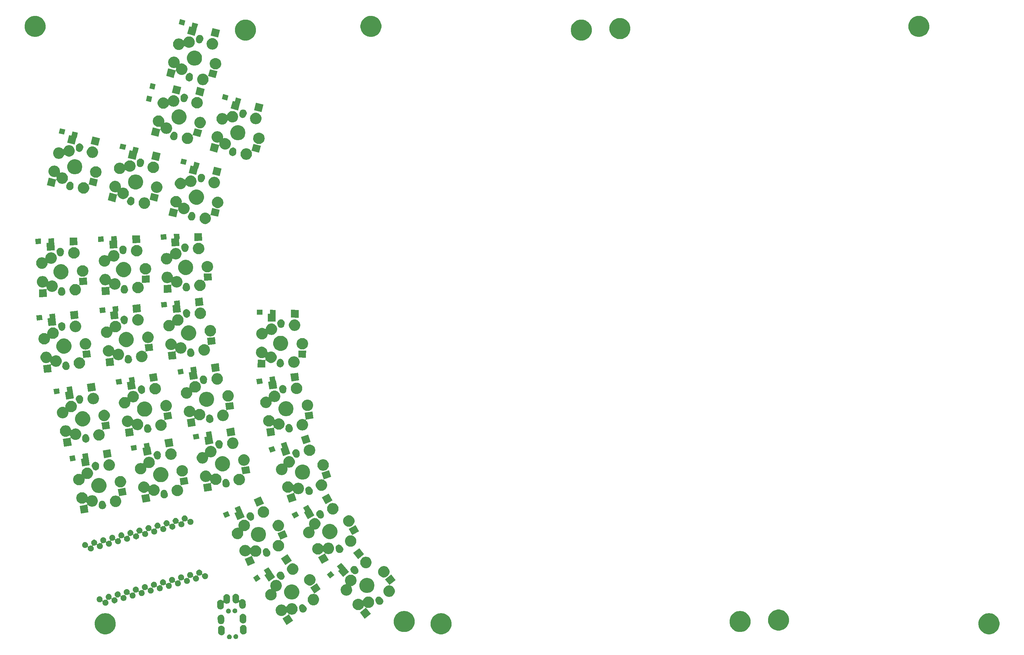
<source format=gts>
G04 #@! TF.GenerationSoftware,KiCad,Pcbnew,(5.1.5)-3*
G04 #@! TF.CreationDate,2021-04-25T01:53:19+09:00*
G04 #@! TF.ProjectId,moon50_pcb,6d6f6f6e-3530-45f7-9063-622e6b696361,rev?*
G04 #@! TF.SameCoordinates,Original*
G04 #@! TF.FileFunction,Soldermask,Top*
G04 #@! TF.FilePolarity,Negative*
%FSLAX46Y46*%
G04 Gerber Fmt 4.6, Leading zero omitted, Abs format (unit mm)*
G04 Created by KiCad (PCBNEW (5.1.5)-3) date 2021-04-25 01:53:19*
%MOMM*%
%LPD*%
G04 APERTURE LIST*
%ADD10C,0.100000*%
G04 APERTURE END LIST*
D10*
G36*
X71823550Y-183923246D02*
G01*
X71907777Y-183958134D01*
X71942024Y-183972320D01*
X72048648Y-184043564D01*
X72139325Y-184134241D01*
X72210569Y-184240865D01*
X72259643Y-184359339D01*
X72284660Y-184485111D01*
X72284660Y-184613347D01*
X72259643Y-184739119D01*
X72210569Y-184857593D01*
X72139325Y-184964217D01*
X72048648Y-185054894D01*
X71942024Y-185126138D01*
X71942023Y-185126139D01*
X71942022Y-185126139D01*
X71823550Y-185175212D01*
X71697779Y-185200229D01*
X71569541Y-185200229D01*
X71443770Y-185175212D01*
X71325298Y-185126139D01*
X71325297Y-185126139D01*
X71325296Y-185126138D01*
X71218672Y-185054894D01*
X71127995Y-184964217D01*
X71056751Y-184857593D01*
X71007677Y-184739119D01*
X70982660Y-184613347D01*
X70982660Y-184485111D01*
X71007677Y-184359339D01*
X71056751Y-184240865D01*
X71127995Y-184134241D01*
X71218672Y-184043564D01*
X71325296Y-183972320D01*
X71359544Y-183958134D01*
X71443770Y-183923246D01*
X71569541Y-183898229D01*
X71697779Y-183898229D01*
X71823550Y-183923246D01*
G37*
G36*
X73572484Y-183862172D02*
G01*
X73686268Y-183909303D01*
X73690958Y-183911246D01*
X73797582Y-183982490D01*
X73888259Y-184073167D01*
X73959503Y-184179791D01*
X74008577Y-184298265D01*
X74033594Y-184424037D01*
X74033594Y-184552273D01*
X74008577Y-184678045D01*
X73959503Y-184796519D01*
X73888259Y-184903143D01*
X73797582Y-184993820D01*
X73690958Y-185065064D01*
X73690957Y-185065065D01*
X73690956Y-185065065D01*
X73572484Y-185114138D01*
X73446713Y-185139155D01*
X73318475Y-185139155D01*
X73192704Y-185114138D01*
X73074232Y-185065065D01*
X73074231Y-185065065D01*
X73074230Y-185065064D01*
X72967606Y-184993820D01*
X72876929Y-184903143D01*
X72805685Y-184796519D01*
X72756611Y-184678045D01*
X72731594Y-184552273D01*
X72731594Y-184424037D01*
X72756611Y-184298265D01*
X72805685Y-184179791D01*
X72876929Y-184073167D01*
X72967606Y-183982490D01*
X73074230Y-183911246D01*
X73078921Y-183909303D01*
X73192704Y-183862172D01*
X73318475Y-183837155D01*
X73446713Y-183837155D01*
X73572484Y-183862172D01*
G37*
G36*
X69446483Y-181520313D02*
G01*
X69603689Y-181530272D01*
X69775223Y-181575833D01*
X69934572Y-181653985D01*
X69934574Y-181653986D01*
X70075614Y-181761721D01*
X70175136Y-181874706D01*
X70192925Y-181894902D01*
X70258956Y-182008697D01*
X70282004Y-182048417D01*
X70338791Y-182214517D01*
X70339417Y-182216349D01*
X70357066Y-182348183D01*
X70388075Y-183236155D01*
X70379666Y-183368899D01*
X70334105Y-183540432D01*
X70332023Y-183544677D01*
X70255955Y-183699779D01*
X70148219Y-183840821D01*
X70103823Y-183879926D01*
X70015036Y-183958134D01*
X69973062Y-183982490D01*
X69861525Y-184047212D01*
X69693593Y-184104626D01*
X69693591Y-184104626D01*
X69693589Y-184104627D01*
X69517677Y-184128177D01*
X69517675Y-184128177D01*
X69340551Y-184116955D01*
X69169020Y-184071395D01*
X69169019Y-184071395D01*
X69169017Y-184071394D01*
X69009668Y-183993243D01*
X69009666Y-183993242D01*
X68868626Y-183885506D01*
X68751317Y-183752329D01*
X68662236Y-183598811D01*
X68604824Y-183430883D01*
X68599507Y-183391164D01*
X68587174Y-183299045D01*
X68556165Y-182411072D01*
X68564574Y-182278329D01*
X68610135Y-182106795D01*
X68688287Y-181947446D01*
X68688288Y-181947444D01*
X68796023Y-181806404D01*
X68929201Y-181689096D01*
X68929204Y-181689093D01*
X69082714Y-181600017D01*
X69082719Y-181600014D01*
X69250647Y-181542602D01*
X69250649Y-181542602D01*
X69250651Y-181542601D01*
X69426563Y-181519051D01*
X69426565Y-181519051D01*
X69446483Y-181520313D01*
G37*
G36*
X75392858Y-181312661D02*
G01*
X75550064Y-181322620D01*
X75721598Y-181368181D01*
X75880947Y-181446333D01*
X75880949Y-181446334D01*
X76021989Y-181554069D01*
X76121511Y-181667054D01*
X76139300Y-181687250D01*
X76214825Y-181817407D01*
X76228379Y-181840765D01*
X76285791Y-182008693D01*
X76285792Y-182008697D01*
X76303441Y-182140531D01*
X76334450Y-183028503D01*
X76326041Y-183161247D01*
X76280480Y-183332780D01*
X76262765Y-183368900D01*
X76202330Y-183492127D01*
X76094594Y-183633169D01*
X76050198Y-183672274D01*
X75961411Y-183750482D01*
X75900908Y-183785590D01*
X75807900Y-183839560D01*
X75639968Y-183896974D01*
X75639966Y-183896974D01*
X75639964Y-183896975D01*
X75464052Y-183920525D01*
X75464050Y-183920525D01*
X75286926Y-183909303D01*
X75115395Y-183863743D01*
X75115394Y-183863743D01*
X75115392Y-183863742D01*
X74956043Y-183785591D01*
X74956041Y-183785590D01*
X74815001Y-183677854D01*
X74697692Y-183544677D01*
X74608611Y-183391159D01*
X74551199Y-183223231D01*
X74533549Y-183091391D01*
X74502992Y-182216349D01*
X74502540Y-182203420D01*
X74510949Y-182070677D01*
X74556510Y-181899143D01*
X74634662Y-181739794D01*
X74634663Y-181739792D01*
X74742398Y-181598752D01*
X74875576Y-181481444D01*
X74875579Y-181481441D01*
X75029089Y-181392365D01*
X75029094Y-181392362D01*
X75197022Y-181334950D01*
X75197024Y-181334950D01*
X75197026Y-181334949D01*
X75372938Y-181311399D01*
X75372940Y-181311399D01*
X75392858Y-181312661D01*
G37*
G36*
X129434013Y-178179476D02*
G01*
X129831606Y-178258562D01*
X130350455Y-178473476D01*
X130817407Y-178785484D01*
X131214516Y-179182593D01*
X131526524Y-179649545D01*
X131739235Y-180163076D01*
X131741438Y-180168395D01*
X131851000Y-180719200D01*
X131851000Y-181280800D01*
X131798924Y-181542602D01*
X131741438Y-181831606D01*
X131526524Y-182350455D01*
X131350083Y-182614517D01*
X131214517Y-182817406D01*
X130817406Y-183214517D01*
X130785022Y-183236155D01*
X130350455Y-183526524D01*
X129831606Y-183741438D01*
X129609638Y-183785590D01*
X129280800Y-183851000D01*
X128719200Y-183851000D01*
X128390362Y-183785590D01*
X128168394Y-183741438D01*
X127649545Y-183526524D01*
X127214978Y-183236155D01*
X127182594Y-183214517D01*
X126785483Y-182817406D01*
X126649917Y-182614517D01*
X126473476Y-182350455D01*
X126258562Y-181831606D01*
X126201076Y-181542602D01*
X126149000Y-181280800D01*
X126149000Y-180719200D01*
X126258562Y-180168395D01*
X126260765Y-180163076D01*
X126473476Y-179649545D01*
X126785484Y-179182593D01*
X127182593Y-178785484D01*
X127649545Y-178473476D01*
X128168394Y-178258562D01*
X128565987Y-178179476D01*
X128719200Y-178149000D01*
X129280800Y-178149000D01*
X129434013Y-178179476D01*
G37*
G36*
X38433613Y-178179476D02*
G01*
X38831206Y-178258562D01*
X39350055Y-178473476D01*
X39817007Y-178785484D01*
X40214116Y-179182593D01*
X40526124Y-179649545D01*
X40738835Y-180163076D01*
X40741038Y-180168395D01*
X40850600Y-180719200D01*
X40850600Y-181280800D01*
X40798524Y-181542602D01*
X40741038Y-181831606D01*
X40526124Y-182350455D01*
X40349683Y-182614517D01*
X40214117Y-182817406D01*
X39817006Y-183214517D01*
X39784622Y-183236155D01*
X39350055Y-183526524D01*
X38831206Y-183741438D01*
X38609238Y-183785590D01*
X38280400Y-183851000D01*
X37718800Y-183851000D01*
X37389962Y-183785590D01*
X37167994Y-183741438D01*
X36649145Y-183526524D01*
X36214578Y-183236155D01*
X36182194Y-183214517D01*
X35785083Y-182817406D01*
X35649517Y-182614517D01*
X35473076Y-182350455D01*
X35258162Y-181831606D01*
X35200676Y-181542602D01*
X35148600Y-181280800D01*
X35148600Y-180719200D01*
X35258162Y-180168395D01*
X35260365Y-180163076D01*
X35473076Y-179649545D01*
X35785084Y-179182593D01*
X36182193Y-178785484D01*
X36649145Y-178473476D01*
X37167994Y-178258562D01*
X37565587Y-178179476D01*
X37718800Y-178149000D01*
X38280400Y-178149000D01*
X38433613Y-178179476D01*
G37*
G36*
X277882413Y-178179476D02*
G01*
X278280006Y-178258562D01*
X278798855Y-178473476D01*
X279265807Y-178785484D01*
X279662916Y-179182593D01*
X279974924Y-179649545D01*
X280187635Y-180163076D01*
X280189838Y-180168395D01*
X280299400Y-180719200D01*
X280299400Y-181280800D01*
X280247324Y-181542602D01*
X280189838Y-181831606D01*
X279974924Y-182350455D01*
X279798483Y-182614517D01*
X279662917Y-182817406D01*
X279265806Y-183214517D01*
X279233422Y-183236155D01*
X278798855Y-183526524D01*
X278280006Y-183741438D01*
X278058038Y-183785590D01*
X277729200Y-183851000D01*
X277167600Y-183851000D01*
X276838762Y-183785590D01*
X276616794Y-183741438D01*
X276097945Y-183526524D01*
X275663378Y-183236155D01*
X275630994Y-183214517D01*
X275233883Y-182817406D01*
X275098317Y-182614517D01*
X274921876Y-182350455D01*
X274706962Y-181831606D01*
X274649476Y-181542602D01*
X274597400Y-181280800D01*
X274597400Y-180719200D01*
X274706962Y-180168395D01*
X274709165Y-180163076D01*
X274921876Y-179649545D01*
X275233884Y-179182593D01*
X275630993Y-178785484D01*
X276097945Y-178473476D01*
X276616794Y-178258562D01*
X277014387Y-178179476D01*
X277167600Y-178149000D01*
X277729200Y-178149000D01*
X277882413Y-178179476D01*
G37*
G36*
X119496083Y-177591902D02*
G01*
X119831206Y-177658562D01*
X120350055Y-177873476D01*
X120643169Y-178069329D01*
X120812681Y-178182593D01*
X120817007Y-178185484D01*
X121214116Y-178582593D01*
X121526124Y-179049545D01*
X121676630Y-179412900D01*
X121741038Y-179568395D01*
X121850600Y-180119200D01*
X121850600Y-180680800D01*
X121836376Y-180752310D01*
X121741038Y-181231606D01*
X121526124Y-181750455D01*
X121214116Y-182217407D01*
X120817007Y-182614516D01*
X120350055Y-182926524D01*
X119831206Y-183141438D01*
X119555802Y-183196219D01*
X119280400Y-183251000D01*
X118718800Y-183251000D01*
X118443398Y-183196219D01*
X118167994Y-183141438D01*
X117649145Y-182926524D01*
X117182193Y-182614516D01*
X116785084Y-182217407D01*
X116473076Y-181750455D01*
X116258162Y-181231606D01*
X116162824Y-180752310D01*
X116148600Y-180680800D01*
X116148600Y-180119200D01*
X116258162Y-179568395D01*
X116322570Y-179412900D01*
X116473076Y-179049545D01*
X116785084Y-178582593D01*
X117182193Y-178185484D01*
X117186520Y-178182593D01*
X117356031Y-178069329D01*
X117649145Y-177873476D01*
X118167994Y-177658562D01*
X118503117Y-177591902D01*
X118718800Y-177549000D01*
X119280400Y-177549000D01*
X119496083Y-177591902D01*
G37*
G36*
X210496483Y-177591902D02*
G01*
X210831606Y-177658562D01*
X211350455Y-177873476D01*
X211643569Y-178069329D01*
X211813081Y-178182593D01*
X211817407Y-178185484D01*
X212214516Y-178582593D01*
X212526524Y-179049545D01*
X212677030Y-179412900D01*
X212741438Y-179568395D01*
X212851000Y-180119200D01*
X212851000Y-180680800D01*
X212836776Y-180752310D01*
X212741438Y-181231606D01*
X212526524Y-181750455D01*
X212214516Y-182217407D01*
X211817407Y-182614516D01*
X211350455Y-182926524D01*
X210831606Y-183141438D01*
X210280800Y-183251000D01*
X209719200Y-183251000D01*
X209443798Y-183196219D01*
X209168394Y-183141438D01*
X208649545Y-182926524D01*
X208182593Y-182614516D01*
X207785484Y-182217407D01*
X207473476Y-181750455D01*
X207258562Y-181231606D01*
X207163224Y-180752310D01*
X207149000Y-180680800D01*
X207149000Y-180119200D01*
X207258562Y-179568395D01*
X207322970Y-179412900D01*
X207473476Y-179049545D01*
X207785484Y-178582593D01*
X208182593Y-178185484D01*
X208186920Y-178182593D01*
X208356431Y-178069329D01*
X208649545Y-177873476D01*
X209168394Y-177658562D01*
X209503517Y-177591902D01*
X209719200Y-177549000D01*
X210280800Y-177549000D01*
X210496483Y-177591902D01*
G37*
G36*
X220884851Y-177179961D02*
G01*
X221280006Y-177258562D01*
X221798855Y-177473476D01*
X222265807Y-177785484D01*
X222662916Y-178182593D01*
X222974924Y-178649545D01*
X223189838Y-179168394D01*
X223199740Y-179218177D01*
X223299400Y-179719200D01*
X223299400Y-180280800D01*
X223269184Y-180432706D01*
X223189838Y-180831606D01*
X222974924Y-181350455D01*
X222749886Y-181687247D01*
X222662917Y-181817406D01*
X222265806Y-182214517D01*
X222172924Y-182276579D01*
X221798855Y-182526524D01*
X221280006Y-182741438D01*
X220729200Y-182851000D01*
X220167600Y-182851000D01*
X219616794Y-182741438D01*
X219097945Y-182526524D01*
X218723876Y-182276579D01*
X218630994Y-182214517D01*
X218233883Y-181817406D01*
X218146914Y-181687247D01*
X217921876Y-181350455D01*
X217706962Y-180831606D01*
X217627616Y-180432706D01*
X217597400Y-180280800D01*
X217597400Y-179719200D01*
X217697060Y-179218177D01*
X217706962Y-179168394D01*
X217921876Y-178649545D01*
X218233884Y-178182593D01*
X218630993Y-177785484D01*
X219097945Y-177473476D01*
X219616794Y-177258562D01*
X220011949Y-177179961D01*
X220167600Y-177149000D01*
X220729200Y-177149000D01*
X220884851Y-177179961D01*
G37*
G36*
X88790812Y-175437346D02*
G01*
X89013709Y-175481683D01*
X89295973Y-175598600D01*
X89550004Y-175768338D01*
X89766040Y-175984374D01*
X89935778Y-176238405D01*
X90052695Y-176520669D01*
X90069644Y-176605877D01*
X90112299Y-176820318D01*
X90112299Y-177125840D01*
X90085899Y-177258562D01*
X90052695Y-177425489D01*
X89935778Y-177707753D01*
X89766040Y-177961784D01*
X89550004Y-178177820D01*
X89295973Y-178347558D01*
X89013709Y-178464475D01*
X88919225Y-178483269D01*
X88714060Y-178524079D01*
X88408538Y-178524079D01*
X88108889Y-178464475D01*
X88023983Y-178429306D01*
X88000534Y-178422193D01*
X87976147Y-178419791D01*
X87951761Y-178422193D01*
X87928312Y-178429306D01*
X87906702Y-178440857D01*
X87887760Y-178456403D01*
X87872215Y-178475345D01*
X87860664Y-178496955D01*
X87853551Y-178520404D01*
X87851149Y-178544791D01*
X87853551Y-178569177D01*
X87860664Y-178592626D01*
X87872516Y-178614684D01*
X88570540Y-179649547D01*
X88915528Y-180161013D01*
X87172891Y-181336436D01*
X85997468Y-179593799D01*
X87681545Y-178457875D01*
X87700417Y-178442248D01*
X87715880Y-178423239D01*
X87727337Y-178401578D01*
X87734347Y-178378098D01*
X87736643Y-178353702D01*
X87734135Y-178329326D01*
X87726919Y-178305909D01*
X87715274Y-178284348D01*
X87699646Y-178265475D01*
X87681100Y-178250321D01*
X87572594Y-178177820D01*
X87356558Y-177961784D01*
X87356554Y-177961778D01*
X87354686Y-177959910D01*
X87335744Y-177944365D01*
X87314133Y-177932814D01*
X87290684Y-177925701D01*
X87266298Y-177923299D01*
X87241912Y-177925701D01*
X87218463Y-177932814D01*
X87196852Y-177944365D01*
X87177910Y-177959910D01*
X87162365Y-177978852D01*
X87150815Y-178000461D01*
X87119847Y-178075225D01*
X86950109Y-178329256D01*
X86734073Y-178545292D01*
X86480042Y-178715030D01*
X86197778Y-178831947D01*
X86047953Y-178861749D01*
X85898129Y-178891551D01*
X85592607Y-178891551D01*
X85442783Y-178861749D01*
X85292958Y-178831947D01*
X85010694Y-178715030D01*
X84756663Y-178545292D01*
X84540627Y-178329256D01*
X84370889Y-178075225D01*
X84253972Y-177792961D01*
X84213979Y-177591902D01*
X84194368Y-177493312D01*
X84194368Y-177187790D01*
X84248528Y-176915509D01*
X84253972Y-176888141D01*
X84370889Y-176605877D01*
X84540627Y-176351846D01*
X84756663Y-176135810D01*
X85010694Y-175966072D01*
X85292958Y-175849155D01*
X85442783Y-175819353D01*
X85592607Y-175789551D01*
X85898129Y-175789551D01*
X86047953Y-175819353D01*
X86197778Y-175849155D01*
X86480042Y-175966072D01*
X86734073Y-176135810D01*
X86950109Y-176351846D01*
X86950113Y-176351852D01*
X86951981Y-176353720D01*
X86970923Y-176369265D01*
X86992534Y-176380816D01*
X87015983Y-176387929D01*
X87040369Y-176390331D01*
X87064755Y-176387929D01*
X87088204Y-176380816D01*
X87109815Y-176369265D01*
X87128757Y-176353720D01*
X87144302Y-176334778D01*
X87155853Y-176313167D01*
X87164410Y-176292508D01*
X87186820Y-176238405D01*
X87356558Y-175984374D01*
X87572594Y-175768338D01*
X87826625Y-175598600D01*
X88108889Y-175481683D01*
X88331786Y-175437346D01*
X88408538Y-175422079D01*
X88714060Y-175422079D01*
X88790812Y-175437346D01*
G37*
G36*
X69341784Y-178522141D02*
G01*
X69498990Y-178532100D01*
X69670524Y-178577661D01*
X69817093Y-178649545D01*
X69829875Y-178655814D01*
X69970915Y-178763549D01*
X70070437Y-178876534D01*
X70088226Y-178896730D01*
X70154257Y-179010525D01*
X70177305Y-179050245D01*
X70230298Y-179205248D01*
X70234718Y-179218177D01*
X70252367Y-179350011D01*
X70283376Y-180237983D01*
X70274967Y-180370727D01*
X70229406Y-180542260D01*
X70227324Y-180546505D01*
X70151256Y-180701607D01*
X70151255Y-180701609D01*
X70151254Y-180701610D01*
X70137817Y-180719201D01*
X70043520Y-180842649D01*
X69999124Y-180881754D01*
X69910337Y-180959962D01*
X69849834Y-180995070D01*
X69756826Y-181049040D01*
X69588894Y-181106454D01*
X69588892Y-181106454D01*
X69588890Y-181106455D01*
X69412978Y-181130005D01*
X69412976Y-181130005D01*
X69235852Y-181118783D01*
X69064321Y-181073223D01*
X69064320Y-181073223D01*
X69064318Y-181073222D01*
X68904969Y-180995071D01*
X68904967Y-180995070D01*
X68763927Y-180887334D01*
X68646618Y-180754157D01*
X68604052Y-180680800D01*
X68557540Y-180600644D01*
X68557537Y-180600639D01*
X68500125Y-180432711D01*
X68494808Y-180392992D01*
X68482475Y-180300873D01*
X68451466Y-179412900D01*
X68459875Y-179280157D01*
X68505436Y-179108623D01*
X68583588Y-178949274D01*
X68583589Y-178949272D01*
X68691324Y-178808232D01*
X68824502Y-178690924D01*
X68824505Y-178690921D01*
X68978015Y-178601845D01*
X68978020Y-178601842D01*
X69145948Y-178544430D01*
X69145950Y-178544430D01*
X69145952Y-178544429D01*
X69321864Y-178520879D01*
X69321866Y-178520879D01*
X69341784Y-178522141D01*
G37*
G36*
X75288160Y-178314489D02*
G01*
X75445366Y-178324448D01*
X75616900Y-178370009D01*
X75776249Y-178448161D01*
X75776251Y-178448162D01*
X75917291Y-178555897D01*
X76016813Y-178668882D01*
X76034602Y-178689078D01*
X76117207Y-178831436D01*
X76123681Y-178842593D01*
X76181093Y-179010521D01*
X76181094Y-179010525D01*
X76198743Y-179142359D01*
X76229752Y-180030331D01*
X76221343Y-180163075D01*
X76175782Y-180334608D01*
X76158067Y-180370728D01*
X76097632Y-180493955D01*
X75989896Y-180634997D01*
X75945500Y-180674102D01*
X75856713Y-180752310D01*
X75796210Y-180787418D01*
X75703202Y-180841388D01*
X75535270Y-180898802D01*
X75535268Y-180898802D01*
X75535266Y-180898803D01*
X75359354Y-180922353D01*
X75359352Y-180922353D01*
X75182228Y-180911131D01*
X75010697Y-180865571D01*
X75010696Y-180865571D01*
X75010694Y-180865570D01*
X74851345Y-180787419D01*
X74851343Y-180787418D01*
X74710303Y-180679682D01*
X74592994Y-180546505D01*
X74503913Y-180392987D01*
X74446501Y-180225059D01*
X74428851Y-180093219D01*
X74410524Y-179568395D01*
X74397842Y-179205248D01*
X74406251Y-179072505D01*
X74451812Y-178900971D01*
X74529964Y-178741622D01*
X74529965Y-178741620D01*
X74637700Y-178600580D01*
X74770878Y-178483272D01*
X74770881Y-178483269D01*
X74924391Y-178394193D01*
X74924396Y-178394190D01*
X75092324Y-178336778D01*
X75092326Y-178336778D01*
X75092328Y-178336777D01*
X75268240Y-178313227D01*
X75268242Y-178313227D01*
X75288160Y-178314489D01*
G37*
G36*
X109526616Y-173623092D02*
G01*
X109772649Y-173672031D01*
X110054913Y-173788948D01*
X110308944Y-173958686D01*
X110524980Y-174174722D01*
X110694718Y-174428753D01*
X110811635Y-174711017D01*
X110832267Y-174814740D01*
X110871239Y-175010666D01*
X110871239Y-175316188D01*
X110854122Y-175402240D01*
X110811635Y-175615837D01*
X110694718Y-175898101D01*
X110524980Y-176152132D01*
X110308944Y-176368168D01*
X110054913Y-176537906D01*
X109772649Y-176654823D01*
X109622824Y-176684625D01*
X109473000Y-176714427D01*
X109167478Y-176714427D01*
X108901969Y-176661614D01*
X108877583Y-176659212D01*
X108853197Y-176661614D01*
X108829748Y-176668727D01*
X108808137Y-176680278D01*
X108789195Y-176695823D01*
X108773650Y-176714765D01*
X108762099Y-176736376D01*
X108754986Y-176759825D01*
X108752584Y-176784211D01*
X108754986Y-176808597D01*
X108762099Y-176832046D01*
X108780441Y-176862875D01*
X109950969Y-178308357D01*
X108317407Y-179631189D01*
X106994575Y-177997627D01*
X108569630Y-176722173D01*
X108587070Y-176704960D01*
X108600817Y-176684675D01*
X108610343Y-176662098D01*
X108615280Y-176638097D01*
X108615441Y-176613593D01*
X108610818Y-176589529D01*
X108601589Y-176566830D01*
X108588108Y-176546367D01*
X108570895Y-176528927D01*
X108560429Y-176521110D01*
X108331534Y-176368168D01*
X108215312Y-176251946D01*
X108196381Y-176236410D01*
X108174770Y-176224859D01*
X108151321Y-176217746D01*
X108126935Y-176215344D01*
X108102549Y-176217746D01*
X108079100Y-176224859D01*
X108057489Y-176236410D01*
X108038547Y-176251955D01*
X108023002Y-176270897D01*
X108011454Y-176292503D01*
X107921530Y-176509599D01*
X107751792Y-176763630D01*
X107535756Y-176979666D01*
X107281725Y-177149404D01*
X106999461Y-177266321D01*
X106849636Y-177296123D01*
X106699812Y-177325925D01*
X106394290Y-177325925D01*
X106244466Y-177296123D01*
X106094641Y-177266321D01*
X105812377Y-177149404D01*
X105558346Y-176979666D01*
X105342310Y-176763630D01*
X105172572Y-176509599D01*
X105055655Y-176227335D01*
X105007327Y-175984374D01*
X104996051Y-175927686D01*
X104996051Y-175622164D01*
X105039086Y-175405812D01*
X105055655Y-175322515D01*
X105172572Y-175040251D01*
X105342310Y-174786220D01*
X105558346Y-174570184D01*
X105812377Y-174400446D01*
X106094641Y-174283529D01*
X106244466Y-174253727D01*
X106394290Y-174223925D01*
X106699812Y-174223925D01*
X106849636Y-174253727D01*
X106999461Y-174283529D01*
X107281725Y-174400446D01*
X107535756Y-174570184D01*
X107651978Y-174686406D01*
X107670909Y-174701942D01*
X107692520Y-174713493D01*
X107715969Y-174720606D01*
X107740355Y-174723008D01*
X107764741Y-174720606D01*
X107788190Y-174713493D01*
X107809801Y-174701942D01*
X107828743Y-174686397D01*
X107844288Y-174667455D01*
X107855836Y-174645849D01*
X107945760Y-174428753D01*
X108115498Y-174174722D01*
X108331534Y-173958686D01*
X108585565Y-173788948D01*
X108867829Y-173672031D01*
X109113862Y-173623092D01*
X109167478Y-173612427D01*
X109473000Y-173612427D01*
X109526616Y-173623092D01*
G37*
G36*
X71579253Y-176927510D02*
G01*
X71663480Y-176962398D01*
X71697727Y-176976584D01*
X71804351Y-177047828D01*
X71895028Y-177138505D01*
X71925464Y-177184055D01*
X71966273Y-177245131D01*
X72015346Y-177363603D01*
X72040363Y-177489374D01*
X72040363Y-177617612D01*
X72015346Y-177743383D01*
X71997908Y-177785483D01*
X71966272Y-177861857D01*
X71895028Y-177968481D01*
X71804351Y-178059158D01*
X71697727Y-178130402D01*
X71697726Y-178130403D01*
X71697725Y-178130403D01*
X71579253Y-178179476D01*
X71453482Y-178204493D01*
X71325244Y-178204493D01*
X71199473Y-178179476D01*
X71081001Y-178130403D01*
X71081000Y-178130403D01*
X71080999Y-178130402D01*
X70974375Y-178059158D01*
X70883698Y-177968481D01*
X70812454Y-177861857D01*
X70780819Y-177785483D01*
X70763380Y-177743383D01*
X70738363Y-177617612D01*
X70738363Y-177489374D01*
X70763380Y-177363603D01*
X70812453Y-177245131D01*
X70853263Y-177184055D01*
X70883698Y-177138505D01*
X70974375Y-177047828D01*
X71080999Y-176976584D01*
X71115247Y-176962398D01*
X71199473Y-176927510D01*
X71325244Y-176902493D01*
X71453482Y-176902493D01*
X71579253Y-176927510D01*
G37*
G36*
X73328187Y-176866436D02*
G01*
X73441971Y-176913567D01*
X73446661Y-176915510D01*
X73553285Y-176986754D01*
X73643962Y-177077431D01*
X73680719Y-177132441D01*
X73715207Y-177184057D01*
X73764280Y-177302529D01*
X73789297Y-177428300D01*
X73789297Y-177556538D01*
X73764280Y-177682309D01*
X73718447Y-177792960D01*
X73715206Y-177800783D01*
X73643962Y-177907407D01*
X73553285Y-177998084D01*
X73446661Y-178069328D01*
X73446660Y-178069329D01*
X73446659Y-178069329D01*
X73328187Y-178118402D01*
X73202416Y-178143419D01*
X73074178Y-178143419D01*
X72948407Y-178118402D01*
X72829935Y-178069329D01*
X72829934Y-178069329D01*
X72829933Y-178069328D01*
X72723309Y-177998084D01*
X72632632Y-177907407D01*
X72561388Y-177800783D01*
X72558148Y-177792960D01*
X72512314Y-177682309D01*
X72487297Y-177556538D01*
X72487297Y-177428300D01*
X72512314Y-177302529D01*
X72561387Y-177184057D01*
X72595876Y-177132441D01*
X72632632Y-177077431D01*
X72723309Y-176986754D01*
X72829933Y-176915510D01*
X72834624Y-176913567D01*
X72948407Y-176866436D01*
X73074178Y-176841419D01*
X73202416Y-176841419D01*
X73328187Y-176866436D01*
G37*
G36*
X91490741Y-175709534D02*
G01*
X91640041Y-175739231D01*
X91804013Y-175807151D01*
X91951583Y-175905754D01*
X92077082Y-176031253D01*
X92098710Y-176063622D01*
X92114247Y-176082554D01*
X92133186Y-176098097D01*
X92250190Y-176176276D01*
X92389617Y-176315703D01*
X92499164Y-176479652D01*
X92574536Y-176661614D01*
X92574622Y-176661823D01*
X92611076Y-176845085D01*
X92613090Y-176855213D01*
X92613090Y-177052393D01*
X92586158Y-177187791D01*
X92574622Y-177245783D01*
X92500186Y-177425488D01*
X92499164Y-177427954D01*
X92389617Y-177591903D01*
X92250190Y-177731330D01*
X92086241Y-177840877D01*
X91904071Y-177916335D01*
X91856985Y-177925701D01*
X91710681Y-177954803D01*
X91513499Y-177954803D01*
X91367195Y-177925701D01*
X91320109Y-177916335D01*
X91137939Y-177840877D01*
X90973990Y-177731330D01*
X90834563Y-177591903D01*
X90725016Y-177427954D01*
X90723995Y-177425488D01*
X90649558Y-177245783D01*
X90649428Y-177245129D01*
X90623973Y-177117162D01*
X90616861Y-177093715D01*
X90605312Y-177072109D01*
X90578773Y-177032391D01*
X90510853Y-176868419D01*
X90476229Y-176694348D01*
X90476229Y-176516866D01*
X90510853Y-176342795D01*
X90578773Y-176178823D01*
X90677376Y-176031253D01*
X90802875Y-175905754D01*
X90950445Y-175807151D01*
X91114417Y-175739231D01*
X91263717Y-175709534D01*
X91288487Y-175704607D01*
X91465971Y-175704607D01*
X91490741Y-175709534D01*
G37*
G36*
X70898771Y-172964417D02*
G01*
X71055977Y-172974376D01*
X71227511Y-173019937D01*
X71350407Y-173080211D01*
X71386862Y-173098090D01*
X71527902Y-173205825D01*
X71616180Y-173306046D01*
X71645213Y-173339006D01*
X71705353Y-173442649D01*
X71734292Y-173492521D01*
X71789043Y-173652667D01*
X71791705Y-173660453D01*
X71809354Y-173792287D01*
X71840363Y-174680259D01*
X71831954Y-174813003D01*
X71786393Y-174984536D01*
X71759068Y-175040251D01*
X71708243Y-175143883D01*
X71708242Y-175143885D01*
X71708241Y-175143886D01*
X71691360Y-175165985D01*
X71600507Y-175284925D01*
X71575309Y-175307120D01*
X71467324Y-175402238D01*
X71433131Y-175422079D01*
X71313813Y-175491316D01*
X71145881Y-175548730D01*
X71145879Y-175548730D01*
X71145877Y-175548731D01*
X70969965Y-175572281D01*
X70969963Y-175572281D01*
X70792839Y-175561059D01*
X70621308Y-175515499D01*
X70621307Y-175515499D01*
X70621305Y-175515498D01*
X70461956Y-175437347D01*
X70461954Y-175437346D01*
X70316270Y-175326063D01*
X70295433Y-175313168D01*
X70272480Y-175304587D01*
X70248295Y-175300648D01*
X70223806Y-175301503D01*
X70199954Y-175307120D01*
X70177656Y-175317281D01*
X70157769Y-175331598D01*
X70141058Y-175349519D01*
X70128163Y-175370356D01*
X70119582Y-175393309D01*
X70115469Y-175429759D01*
X70134837Y-175984374D01*
X70143778Y-176240419D01*
X70135369Y-176373163D01*
X70089808Y-176544696D01*
X70067820Y-176589529D01*
X70011658Y-176704043D01*
X69903922Y-176845085D01*
X69877432Y-176868418D01*
X69770739Y-176962398D01*
X69740982Y-176979665D01*
X69617228Y-177051476D01*
X69449296Y-177108890D01*
X69449294Y-177108890D01*
X69449292Y-177108891D01*
X69273380Y-177132441D01*
X69273378Y-177132441D01*
X69096254Y-177121219D01*
X68924723Y-177075659D01*
X68924722Y-177075659D01*
X68924720Y-177075658D01*
X68765371Y-176997507D01*
X68765369Y-176997506D01*
X68624329Y-176889770D01*
X68507020Y-176756593D01*
X68482553Y-176714427D01*
X68417942Y-176603080D01*
X68417939Y-176603075D01*
X68360527Y-176435147D01*
X68355210Y-176395428D01*
X68342877Y-176303309D01*
X68311868Y-175415336D01*
X68320277Y-175282593D01*
X68365838Y-175111059D01*
X68443990Y-174951710D01*
X68443991Y-174951708D01*
X68551726Y-174810668D01*
X68684904Y-174693360D01*
X68684907Y-174693357D01*
X68827265Y-174610752D01*
X68838422Y-174604278D01*
X69006350Y-174546866D01*
X69006352Y-174546866D01*
X69006354Y-174546865D01*
X69182266Y-174523315D01*
X69182268Y-174523315D01*
X69199851Y-174524429D01*
X69359392Y-174534536D01*
X69530926Y-174580097D01*
X69690275Y-174658249D01*
X69690277Y-174658250D01*
X69690276Y-174658250D01*
X69835962Y-174769533D01*
X69856799Y-174782427D01*
X69879751Y-174791008D01*
X69903936Y-174794947D01*
X69928426Y-174794092D01*
X69952277Y-174788475D01*
X69974575Y-174778313D01*
X69994462Y-174763997D01*
X70011174Y-174746075D01*
X70024068Y-174725238D01*
X70032649Y-174702286D01*
X70036762Y-174665836D01*
X70008453Y-173855175D01*
X70009419Y-173839931D01*
X70016862Y-173722433D01*
X70062423Y-173550899D01*
X70140575Y-173391550D01*
X70140576Y-173391548D01*
X70248311Y-173250508D01*
X70381489Y-173133200D01*
X70381492Y-173133197D01*
X70535002Y-173044121D01*
X70535007Y-173044118D01*
X70702935Y-172986706D01*
X70702937Y-172986706D01*
X70702939Y-172986705D01*
X70878851Y-172963155D01*
X70878853Y-172963155D01*
X70898771Y-172964417D01*
G37*
G36*
X73347279Y-172878913D02*
G01*
X73504485Y-172888872D01*
X73676019Y-172934433D01*
X73821444Y-173005756D01*
X73835370Y-173012586D01*
X73976410Y-173120321D01*
X74075932Y-173233306D01*
X74093721Y-173253502D01*
X74159006Y-173366012D01*
X74182800Y-173407017D01*
X74236478Y-173564024D01*
X74240213Y-173574949D01*
X74257862Y-173706783D01*
X74286127Y-174516167D01*
X74286171Y-174517443D01*
X74289423Y-174541731D01*
X74297350Y-174564917D01*
X74309648Y-174586112D01*
X74325845Y-174604499D01*
X74345318Y-174619374D01*
X74367318Y-174630164D01*
X74391001Y-174636455D01*
X74415456Y-174638004D01*
X74439744Y-174634752D01*
X74462930Y-174626825D01*
X74493716Y-174606880D01*
X74631280Y-174485707D01*
X74632628Y-174484925D01*
X74784793Y-174396629D01*
X74784798Y-174396626D01*
X74952726Y-174339214D01*
X74952728Y-174339214D01*
X74952730Y-174339213D01*
X75128642Y-174315663D01*
X75128644Y-174315663D01*
X75148562Y-174316925D01*
X75305768Y-174326884D01*
X75477302Y-174372445D01*
X75636651Y-174450597D01*
X75636653Y-174450598D01*
X75777693Y-174558333D01*
X75873812Y-174667455D01*
X75895004Y-174691514D01*
X75964494Y-174811271D01*
X75984083Y-174845029D01*
X76040712Y-175010667D01*
X76041496Y-175012961D01*
X76059145Y-175144795D01*
X76090154Y-176032767D01*
X76081745Y-176165511D01*
X76036184Y-176337044D01*
X76018469Y-176373164D01*
X75958034Y-176496391D01*
X75958033Y-176496393D01*
X75958032Y-176496394D01*
X75947945Y-176509599D01*
X75850298Y-176637433D01*
X75830555Y-176654823D01*
X75717115Y-176754746D01*
X75666337Y-176784211D01*
X75563604Y-176843824D01*
X75395672Y-176901238D01*
X75395670Y-176901238D01*
X75395668Y-176901239D01*
X75219756Y-176924789D01*
X75219754Y-176924789D01*
X75042630Y-176913567D01*
X74871099Y-176868007D01*
X74871098Y-176868007D01*
X74871096Y-176868006D01*
X74711747Y-176789855D01*
X74711745Y-176789854D01*
X74570705Y-176682118D01*
X74453396Y-176548941D01*
X74441783Y-176528927D01*
X74364318Y-176395428D01*
X74364315Y-176395423D01*
X74306903Y-176227495D01*
X74306882Y-176227335D01*
X74289253Y-176095657D01*
X74260944Y-175284996D01*
X74257692Y-175260709D01*
X74249765Y-175237523D01*
X74237467Y-175216328D01*
X74221270Y-175197941D01*
X74201797Y-175183066D01*
X74179797Y-175172276D01*
X74156114Y-175165985D01*
X74131659Y-175164436D01*
X74107371Y-175167688D01*
X74084185Y-175175615D01*
X74053399Y-175195559D01*
X74029820Y-175216328D01*
X73915832Y-175316734D01*
X73890216Y-175331598D01*
X73762321Y-175405812D01*
X73594389Y-175463226D01*
X73594387Y-175463226D01*
X73594385Y-175463227D01*
X73418473Y-175486777D01*
X73418471Y-175486777D01*
X73241347Y-175475555D01*
X73069816Y-175429995D01*
X73069815Y-175429995D01*
X73069813Y-175429994D01*
X72910464Y-175351843D01*
X72910462Y-175351842D01*
X72769422Y-175244106D01*
X72652113Y-175110929D01*
X72563032Y-174957411D01*
X72505620Y-174789483D01*
X72504316Y-174779740D01*
X72487970Y-174657645D01*
X72456961Y-173769672D01*
X72465370Y-173636929D01*
X72510931Y-173465395D01*
X72589083Y-173306046D01*
X72589084Y-173306044D01*
X72696819Y-173165004D01*
X72809804Y-173065482D01*
X72830000Y-173047693D01*
X72983510Y-172958617D01*
X72983515Y-172958614D01*
X73151443Y-172901202D01*
X73151445Y-172901202D01*
X73151447Y-172901201D01*
X73327359Y-172877651D01*
X73327361Y-172877651D01*
X73347279Y-172878913D01*
G37*
G36*
X63705107Y-166347406D02*
G01*
X63853066Y-166408693D01*
X63986220Y-166497663D01*
X64099466Y-166610909D01*
X64188436Y-166744063D01*
X64249723Y-166892022D01*
X64280965Y-167049089D01*
X64280965Y-167209239D01*
X64249723Y-167366306D01*
X64239982Y-167389823D01*
X64232869Y-167413272D01*
X64230467Y-167437658D01*
X64232869Y-167462044D01*
X64239982Y-167485493D01*
X64251533Y-167507103D01*
X64267078Y-167526045D01*
X64286020Y-167541591D01*
X64307631Y-167553142D01*
X64331080Y-167560255D01*
X64355466Y-167562657D01*
X64379852Y-167560255D01*
X64403301Y-167553142D01*
X64424911Y-167541591D01*
X64443854Y-167526046D01*
X64519734Y-167450166D01*
X64652888Y-167361196D01*
X64800847Y-167299909D01*
X64957914Y-167268667D01*
X65118064Y-167268667D01*
X65275131Y-167299909D01*
X65423090Y-167361196D01*
X65556244Y-167450166D01*
X65669490Y-167563412D01*
X65758460Y-167696566D01*
X65819747Y-167844525D01*
X65850989Y-168001592D01*
X65850989Y-168161742D01*
X65819747Y-168318809D01*
X65758460Y-168466768D01*
X65669490Y-168599922D01*
X65556244Y-168713168D01*
X65423090Y-168802138D01*
X65275131Y-168863425D01*
X65118064Y-168894667D01*
X64957914Y-168894667D01*
X64800847Y-168863425D01*
X64652888Y-168802138D01*
X64519734Y-168713168D01*
X64406488Y-168599922D01*
X64317518Y-168466768D01*
X64256231Y-168318809D01*
X64224989Y-168161742D01*
X64224989Y-168001592D01*
X64256231Y-167844525D01*
X64265972Y-167821008D01*
X64273085Y-167797559D01*
X64275487Y-167773173D01*
X64273085Y-167748787D01*
X64265972Y-167725338D01*
X64254421Y-167703728D01*
X64238876Y-167684786D01*
X64219934Y-167669240D01*
X64198323Y-167657689D01*
X64174874Y-167650576D01*
X64150488Y-167648174D01*
X64126102Y-167650576D01*
X64102653Y-167657689D01*
X64081043Y-167669240D01*
X64062100Y-167684785D01*
X63986220Y-167760665D01*
X63853066Y-167849635D01*
X63705107Y-167910922D01*
X63548040Y-167942164D01*
X63387890Y-167942164D01*
X63229678Y-167910694D01*
X63205292Y-167908292D01*
X63180906Y-167910694D01*
X63157457Y-167917807D01*
X63135846Y-167929358D01*
X63116904Y-167944904D01*
X63101359Y-167963846D01*
X63089808Y-167985456D01*
X63082695Y-168008905D01*
X63080293Y-168033291D01*
X63082695Y-168057677D01*
X63089808Y-168081126D01*
X63101359Y-168102737D01*
X63116904Y-168121679D01*
X63216038Y-168220813D01*
X63305008Y-168353967D01*
X63366295Y-168501926D01*
X63397537Y-168658993D01*
X63397537Y-168819143D01*
X63366295Y-168976210D01*
X63305008Y-169124169D01*
X63216038Y-169257323D01*
X63102792Y-169370569D01*
X62969638Y-169459539D01*
X62821679Y-169520826D01*
X62664612Y-169552068D01*
X62504462Y-169552068D01*
X62347395Y-169520826D01*
X62199436Y-169459539D01*
X62066282Y-169370569D01*
X61953036Y-169257323D01*
X61864066Y-169124169D01*
X61802779Y-168976210D01*
X61771537Y-168819143D01*
X61771537Y-168658993D01*
X61802779Y-168501926D01*
X61812520Y-168478409D01*
X61819633Y-168454960D01*
X61822035Y-168430574D01*
X61819633Y-168406188D01*
X61812520Y-168382739D01*
X61800969Y-168361129D01*
X61785424Y-168342187D01*
X61766482Y-168326641D01*
X61744871Y-168315090D01*
X61721422Y-168307977D01*
X61697036Y-168305575D01*
X61672650Y-168307977D01*
X61649201Y-168315090D01*
X61627591Y-168326641D01*
X61608648Y-168342186D01*
X61532769Y-168418065D01*
X61399615Y-168507035D01*
X61251656Y-168568322D01*
X61094589Y-168599564D01*
X60934439Y-168599564D01*
X60776226Y-168568094D01*
X60751840Y-168565692D01*
X60727453Y-168568094D01*
X60704005Y-168575207D01*
X60682394Y-168586758D01*
X60663452Y-168602304D01*
X60647907Y-168621246D01*
X60636356Y-168642856D01*
X60629243Y-168666305D01*
X60626841Y-168690691D01*
X60629243Y-168715078D01*
X60636356Y-168738526D01*
X60647907Y-168760137D01*
X60663452Y-168779079D01*
X60762586Y-168878213D01*
X60851556Y-169011367D01*
X60912843Y-169159326D01*
X60944085Y-169316393D01*
X60944085Y-169476543D01*
X60912843Y-169633610D01*
X60851556Y-169781569D01*
X60762586Y-169914723D01*
X60649340Y-170027969D01*
X60516186Y-170116939D01*
X60368227Y-170178226D01*
X60211160Y-170209468D01*
X60051010Y-170209468D01*
X59893943Y-170178226D01*
X59745984Y-170116939D01*
X59612830Y-170027969D01*
X59499584Y-169914723D01*
X59410614Y-169781569D01*
X59349327Y-169633610D01*
X59318085Y-169476543D01*
X59318085Y-169316393D01*
X59349327Y-169159326D01*
X59359068Y-169135809D01*
X59366181Y-169112360D01*
X59368583Y-169087974D01*
X59366181Y-169063588D01*
X59359068Y-169040139D01*
X59347517Y-169018529D01*
X59331972Y-168999587D01*
X59313030Y-168984041D01*
X59291419Y-168972490D01*
X59267970Y-168965377D01*
X59243584Y-168962975D01*
X59219198Y-168965377D01*
X59195749Y-168972490D01*
X59174139Y-168984041D01*
X59155196Y-168999586D01*
X59079317Y-169075465D01*
X58946163Y-169164435D01*
X58798204Y-169225722D01*
X58641137Y-169256964D01*
X58480987Y-169256964D01*
X58322774Y-169225494D01*
X58298388Y-169223092D01*
X58274001Y-169225494D01*
X58250553Y-169232607D01*
X58228942Y-169244158D01*
X58210000Y-169259704D01*
X58194455Y-169278646D01*
X58182904Y-169300256D01*
X58175791Y-169323705D01*
X58173389Y-169348091D01*
X58175791Y-169372478D01*
X58182904Y-169395926D01*
X58194455Y-169417537D01*
X58210000Y-169436479D01*
X58309135Y-169535614D01*
X58398105Y-169668768D01*
X58459392Y-169816727D01*
X58490634Y-169973794D01*
X58490634Y-170133944D01*
X58459392Y-170291011D01*
X58398105Y-170438970D01*
X58309135Y-170572124D01*
X58195889Y-170685370D01*
X58062735Y-170774340D01*
X57914776Y-170835627D01*
X57757709Y-170866869D01*
X57597559Y-170866869D01*
X57440492Y-170835627D01*
X57292533Y-170774340D01*
X57159379Y-170685370D01*
X57046133Y-170572124D01*
X56957163Y-170438970D01*
X56895876Y-170291011D01*
X56864634Y-170133944D01*
X56864634Y-169973794D01*
X56895876Y-169816729D01*
X56905618Y-169793209D01*
X56912731Y-169769760D01*
X56915133Y-169745374D01*
X56912731Y-169720988D01*
X56905618Y-169697539D01*
X56894067Y-169675928D01*
X56878522Y-169656986D01*
X56859580Y-169641441D01*
X56837970Y-169629889D01*
X56814521Y-169622776D01*
X56790135Y-169620374D01*
X56765749Y-169622776D01*
X56742300Y-169629889D01*
X56720689Y-169641440D01*
X56701746Y-169656985D01*
X56625865Y-169732866D01*
X56492711Y-169821836D01*
X56344752Y-169883123D01*
X56187685Y-169914365D01*
X56027535Y-169914365D01*
X55869323Y-169882895D01*
X55844937Y-169880493D01*
X55820551Y-169882895D01*
X55797102Y-169890008D01*
X55775491Y-169901559D01*
X55756549Y-169917105D01*
X55741004Y-169936047D01*
X55729453Y-169957657D01*
X55722340Y-169981106D01*
X55719938Y-170005492D01*
X55722340Y-170029878D01*
X55729453Y-170053327D01*
X55741004Y-170074938D01*
X55756549Y-170093880D01*
X55855683Y-170193014D01*
X55944653Y-170326168D01*
X56005940Y-170474127D01*
X56037182Y-170631194D01*
X56037182Y-170791344D01*
X56005940Y-170948411D01*
X55944653Y-171096370D01*
X55855683Y-171229524D01*
X55742437Y-171342770D01*
X55609283Y-171431740D01*
X55461324Y-171493027D01*
X55304257Y-171524269D01*
X55144107Y-171524269D01*
X54987040Y-171493027D01*
X54839081Y-171431740D01*
X54705927Y-171342770D01*
X54592681Y-171229524D01*
X54503711Y-171096370D01*
X54442424Y-170948411D01*
X54411182Y-170791344D01*
X54411182Y-170631194D01*
X54442424Y-170474127D01*
X54452165Y-170450610D01*
X54459278Y-170427161D01*
X54461680Y-170402775D01*
X54459278Y-170378389D01*
X54452165Y-170354940D01*
X54440614Y-170333330D01*
X54425069Y-170314388D01*
X54406127Y-170298842D01*
X54384516Y-170287291D01*
X54361067Y-170280178D01*
X54336681Y-170277776D01*
X54312295Y-170280178D01*
X54288846Y-170287291D01*
X54267236Y-170298842D01*
X54248293Y-170314387D01*
X54172414Y-170390266D01*
X54039260Y-170479236D01*
X53891301Y-170540523D01*
X53734234Y-170571765D01*
X53574084Y-170571765D01*
X53415872Y-170540295D01*
X53391486Y-170537893D01*
X53367100Y-170540295D01*
X53343651Y-170547408D01*
X53322040Y-170558959D01*
X53303098Y-170574505D01*
X53287553Y-170593447D01*
X53276002Y-170615057D01*
X53268889Y-170638506D01*
X53266487Y-170662892D01*
X53268889Y-170687278D01*
X53276002Y-170710727D01*
X53287553Y-170732338D01*
X53303098Y-170751280D01*
X53402232Y-170850414D01*
X53491202Y-170983568D01*
X53552489Y-171131527D01*
X53583731Y-171288594D01*
X53583731Y-171448744D01*
X53552489Y-171605811D01*
X53491202Y-171753770D01*
X53402232Y-171886924D01*
X53288986Y-172000170D01*
X53155832Y-172089140D01*
X53007873Y-172150427D01*
X52850806Y-172181669D01*
X52690656Y-172181669D01*
X52533589Y-172150427D01*
X52385630Y-172089140D01*
X52252476Y-172000170D01*
X52139230Y-171886924D01*
X52050260Y-171753770D01*
X51988973Y-171605811D01*
X51957731Y-171448744D01*
X51957731Y-171288594D01*
X51988973Y-171131529D01*
X51992944Y-171121943D01*
X51998715Y-171108009D01*
X52005828Y-171084560D01*
X52008230Y-171060174D01*
X52005828Y-171035788D01*
X51998715Y-171012339D01*
X51987164Y-170990728D01*
X51971619Y-170971786D01*
X51952677Y-170956241D01*
X51931067Y-170944689D01*
X51907618Y-170937576D01*
X51883232Y-170935174D01*
X51858846Y-170937576D01*
X51835397Y-170944689D01*
X51813786Y-170956240D01*
X51794843Y-170971785D01*
X51718962Y-171047666D01*
X51585808Y-171136636D01*
X51437849Y-171197923D01*
X51280782Y-171229165D01*
X51120632Y-171229165D01*
X50962419Y-171197695D01*
X50938033Y-171195293D01*
X50913646Y-171197695D01*
X50890198Y-171204808D01*
X50868587Y-171216359D01*
X50849645Y-171231905D01*
X50834100Y-171250847D01*
X50822549Y-171272457D01*
X50815436Y-171295906D01*
X50813034Y-171320292D01*
X50815436Y-171344679D01*
X50822549Y-171368127D01*
X50834100Y-171389738D01*
X50849645Y-171408680D01*
X50948780Y-171507815D01*
X51037750Y-171640969D01*
X51099037Y-171788928D01*
X51130279Y-171945995D01*
X51130279Y-172106145D01*
X51099037Y-172263212D01*
X51037750Y-172411171D01*
X50948780Y-172544325D01*
X50835534Y-172657571D01*
X50702380Y-172746541D01*
X50554421Y-172807828D01*
X50397354Y-172839070D01*
X50237204Y-172839070D01*
X50080137Y-172807828D01*
X49932178Y-172746541D01*
X49799024Y-172657571D01*
X49685778Y-172544325D01*
X49596808Y-172411171D01*
X49535521Y-172263212D01*
X49504279Y-172106145D01*
X49504279Y-171945995D01*
X49535521Y-171788928D01*
X49545262Y-171765411D01*
X49552375Y-171741962D01*
X49554777Y-171717576D01*
X49552375Y-171693190D01*
X49545262Y-171669741D01*
X49533711Y-171648131D01*
X49518166Y-171629189D01*
X49499224Y-171613643D01*
X49477613Y-171602092D01*
X49454164Y-171594979D01*
X49429778Y-171592577D01*
X49405392Y-171594979D01*
X49381943Y-171602092D01*
X49360333Y-171613643D01*
X49341390Y-171629188D01*
X49265511Y-171705067D01*
X49132357Y-171794037D01*
X48984398Y-171855324D01*
X48827331Y-171886566D01*
X48667181Y-171886566D01*
X48508968Y-171855096D01*
X48484582Y-171852694D01*
X48460195Y-171855096D01*
X48436747Y-171862209D01*
X48415136Y-171873760D01*
X48396194Y-171889306D01*
X48380649Y-171908248D01*
X48369098Y-171929858D01*
X48361985Y-171953307D01*
X48359583Y-171977693D01*
X48361985Y-172002080D01*
X48369098Y-172025528D01*
X48380649Y-172047139D01*
X48396194Y-172066081D01*
X48495328Y-172165215D01*
X48584298Y-172298369D01*
X48645585Y-172446328D01*
X48676827Y-172603395D01*
X48676827Y-172763545D01*
X48645585Y-172920612D01*
X48584298Y-173068571D01*
X48495328Y-173201725D01*
X48382082Y-173314971D01*
X48248928Y-173403941D01*
X48100969Y-173465228D01*
X47943902Y-173496470D01*
X47783752Y-173496470D01*
X47626685Y-173465228D01*
X47478726Y-173403941D01*
X47345572Y-173314971D01*
X47232326Y-173201725D01*
X47143356Y-173068571D01*
X47082069Y-172920612D01*
X47050827Y-172763545D01*
X47050827Y-172603395D01*
X47082069Y-172446328D01*
X47091810Y-172422811D01*
X47098923Y-172399362D01*
X47101325Y-172374976D01*
X47098923Y-172350590D01*
X47091810Y-172327141D01*
X47080259Y-172305531D01*
X47064714Y-172286589D01*
X47045772Y-172271043D01*
X47024161Y-172259492D01*
X47000712Y-172252379D01*
X46976326Y-172249977D01*
X46951940Y-172252379D01*
X46928491Y-172259492D01*
X46906881Y-172271043D01*
X46887938Y-172286588D01*
X46812059Y-172362467D01*
X46678905Y-172451437D01*
X46530946Y-172512724D01*
X46373879Y-172543966D01*
X46213729Y-172543966D01*
X46055517Y-172512496D01*
X46031131Y-172510094D01*
X46006745Y-172512496D01*
X45983296Y-172519609D01*
X45961685Y-172531160D01*
X45942743Y-172546706D01*
X45927198Y-172565648D01*
X45915647Y-172587258D01*
X45908534Y-172610707D01*
X45906132Y-172635093D01*
X45908534Y-172659479D01*
X45915647Y-172682928D01*
X45927198Y-172704539D01*
X45942743Y-172723481D01*
X46041877Y-172822615D01*
X46130847Y-172955769D01*
X46192134Y-173103728D01*
X46223376Y-173260795D01*
X46223376Y-173420945D01*
X46192134Y-173578012D01*
X46130847Y-173725971D01*
X46041877Y-173859125D01*
X45928631Y-173972371D01*
X45795477Y-174061341D01*
X45647518Y-174122628D01*
X45490451Y-174153870D01*
X45330301Y-174153870D01*
X45173234Y-174122628D01*
X45025275Y-174061341D01*
X44892121Y-173972371D01*
X44778875Y-173859125D01*
X44689905Y-173725971D01*
X44628618Y-173578012D01*
X44597376Y-173420945D01*
X44597376Y-173260795D01*
X44628618Y-173103728D01*
X44638359Y-173080211D01*
X44645472Y-173056762D01*
X44647874Y-173032376D01*
X44645472Y-173007990D01*
X44638359Y-172984541D01*
X44626808Y-172962931D01*
X44611263Y-172943989D01*
X44592321Y-172928443D01*
X44570710Y-172916892D01*
X44547261Y-172909779D01*
X44522875Y-172907377D01*
X44498489Y-172909779D01*
X44475040Y-172916892D01*
X44453430Y-172928443D01*
X44434487Y-172943988D01*
X44358607Y-173019868D01*
X44225453Y-173108838D01*
X44077494Y-173170125D01*
X43920427Y-173201367D01*
X43760277Y-173201367D01*
X43602065Y-173169897D01*
X43577679Y-173167495D01*
X43553293Y-173169897D01*
X43529844Y-173177010D01*
X43508233Y-173188561D01*
X43489291Y-173204107D01*
X43473746Y-173223049D01*
X43462195Y-173244659D01*
X43455082Y-173268108D01*
X43452680Y-173292494D01*
X43455082Y-173316880D01*
X43462195Y-173340329D01*
X43473746Y-173361940D01*
X43489291Y-173380882D01*
X43588425Y-173480016D01*
X43677395Y-173613170D01*
X43738682Y-173761129D01*
X43769924Y-173918196D01*
X43769924Y-174078346D01*
X43738682Y-174235413D01*
X43677395Y-174383372D01*
X43588425Y-174516526D01*
X43475179Y-174629772D01*
X43342025Y-174718742D01*
X43194066Y-174780029D01*
X43036999Y-174811271D01*
X42876849Y-174811271D01*
X42719782Y-174780029D01*
X42571823Y-174718742D01*
X42438669Y-174629772D01*
X42325423Y-174516526D01*
X42236453Y-174383372D01*
X42175166Y-174235413D01*
X42143924Y-174078346D01*
X42143924Y-173918196D01*
X42175166Y-173761129D01*
X42184907Y-173737612D01*
X42192020Y-173714163D01*
X42194422Y-173689777D01*
X42192020Y-173665391D01*
X42184907Y-173641942D01*
X42173356Y-173620332D01*
X42157811Y-173601390D01*
X42138869Y-173585844D01*
X42117258Y-173574293D01*
X42093809Y-173567180D01*
X42069423Y-173564778D01*
X42045037Y-173567180D01*
X42021588Y-173574293D01*
X41999978Y-173585844D01*
X41981035Y-173601389D01*
X41905156Y-173677268D01*
X41772002Y-173766238D01*
X41624043Y-173827525D01*
X41466976Y-173858767D01*
X41306826Y-173858767D01*
X41148614Y-173827297D01*
X41124228Y-173824895D01*
X41099842Y-173827297D01*
X41076393Y-173834410D01*
X41054782Y-173845961D01*
X41035840Y-173861507D01*
X41020295Y-173880449D01*
X41008744Y-173902059D01*
X41001631Y-173925508D01*
X40999229Y-173949894D01*
X41001631Y-173974280D01*
X41008744Y-173997729D01*
X41020295Y-174019340D01*
X41035840Y-174038282D01*
X41134974Y-174137416D01*
X41223944Y-174270570D01*
X41285231Y-174418529D01*
X41316473Y-174575596D01*
X41316473Y-174735746D01*
X41285231Y-174892813D01*
X41223944Y-175040772D01*
X41134974Y-175173926D01*
X41021728Y-175287172D01*
X40888574Y-175376142D01*
X40740615Y-175437429D01*
X40583548Y-175468671D01*
X40423398Y-175468671D01*
X40266331Y-175437429D01*
X40118372Y-175376142D01*
X39985218Y-175287172D01*
X39871972Y-175173926D01*
X39783002Y-175040772D01*
X39721715Y-174892813D01*
X39690473Y-174735746D01*
X39690473Y-174575596D01*
X39721715Y-174418531D01*
X39725686Y-174408945D01*
X39731457Y-174395011D01*
X39738570Y-174371562D01*
X39740972Y-174347176D01*
X39738570Y-174322790D01*
X39731457Y-174299341D01*
X39719906Y-174277730D01*
X39704361Y-174258788D01*
X39685419Y-174243243D01*
X39663809Y-174231691D01*
X39640360Y-174224578D01*
X39615974Y-174222176D01*
X39591588Y-174224578D01*
X39568139Y-174231691D01*
X39546528Y-174243242D01*
X39527585Y-174258787D01*
X39451704Y-174334668D01*
X39318550Y-174423638D01*
X39170591Y-174484925D01*
X39013524Y-174516167D01*
X38853374Y-174516167D01*
X38695161Y-174484697D01*
X38670775Y-174482295D01*
X38646388Y-174484697D01*
X38622940Y-174491810D01*
X38601329Y-174503361D01*
X38582387Y-174518907D01*
X38566842Y-174537849D01*
X38555291Y-174559459D01*
X38548178Y-174582908D01*
X38545776Y-174607294D01*
X38548178Y-174631681D01*
X38555291Y-174655129D01*
X38566842Y-174676740D01*
X38582387Y-174695682D01*
X38681522Y-174794817D01*
X38770492Y-174927971D01*
X38831779Y-175075930D01*
X38863021Y-175232997D01*
X38863021Y-175393147D01*
X38831779Y-175550214D01*
X38770492Y-175698173D01*
X38681522Y-175831327D01*
X38568276Y-175944573D01*
X38435122Y-176033543D01*
X38287163Y-176094830D01*
X38130096Y-176126072D01*
X37969946Y-176126072D01*
X37812879Y-176094830D01*
X37664920Y-176033543D01*
X37531766Y-175944573D01*
X37418520Y-175831327D01*
X37329550Y-175698173D01*
X37268263Y-175550214D01*
X37237021Y-175393147D01*
X37237021Y-175232997D01*
X37268263Y-175075930D01*
X37278004Y-175052413D01*
X37285117Y-175028964D01*
X37287519Y-175004578D01*
X37285117Y-174980192D01*
X37278004Y-174956743D01*
X37266453Y-174935133D01*
X37250908Y-174916191D01*
X37231966Y-174900645D01*
X37210355Y-174889094D01*
X37186906Y-174881981D01*
X37162520Y-174879579D01*
X37138134Y-174881981D01*
X37114685Y-174889094D01*
X37093075Y-174900645D01*
X37074132Y-174916190D01*
X36998253Y-174992069D01*
X36865099Y-175081039D01*
X36717140Y-175142326D01*
X36560073Y-175173568D01*
X36399923Y-175173568D01*
X36242856Y-175142326D01*
X36094897Y-175081039D01*
X35961743Y-174992069D01*
X35848497Y-174878823D01*
X35759527Y-174745669D01*
X35698240Y-174597710D01*
X35666998Y-174440643D01*
X35666998Y-174280493D01*
X35698240Y-174123426D01*
X35759527Y-173975467D01*
X35848497Y-173842313D01*
X35961743Y-173729067D01*
X36094897Y-173640097D01*
X36242856Y-173578810D01*
X36399923Y-173547568D01*
X36560073Y-173547568D01*
X36717140Y-173578810D01*
X36865099Y-173640097D01*
X36998253Y-173729067D01*
X37111499Y-173842313D01*
X37200469Y-173975467D01*
X37261756Y-174123426D01*
X37292998Y-174280493D01*
X37292998Y-174440643D01*
X37261756Y-174597710D01*
X37252015Y-174621227D01*
X37244902Y-174644676D01*
X37242500Y-174669062D01*
X37244902Y-174693448D01*
X37252015Y-174716897D01*
X37263566Y-174738507D01*
X37279111Y-174757449D01*
X37298053Y-174772995D01*
X37319664Y-174784546D01*
X37343113Y-174791659D01*
X37367499Y-174794061D01*
X37391885Y-174791659D01*
X37415334Y-174784546D01*
X37436944Y-174772995D01*
X37455887Y-174757450D01*
X37531766Y-174681571D01*
X37664920Y-174592601D01*
X37812879Y-174531314D01*
X37969946Y-174500072D01*
X38130096Y-174500072D01*
X38288309Y-174531542D01*
X38312695Y-174533944D01*
X38337082Y-174531542D01*
X38360530Y-174524429D01*
X38382141Y-174512878D01*
X38401083Y-174497332D01*
X38416628Y-174478390D01*
X38428179Y-174456780D01*
X38435292Y-174433331D01*
X38437694Y-174408945D01*
X38435292Y-174384558D01*
X38428179Y-174361110D01*
X38416628Y-174339499D01*
X38401083Y-174320557D01*
X38301948Y-174221422D01*
X38212978Y-174088268D01*
X38151691Y-173940309D01*
X38120449Y-173783242D01*
X38120449Y-173623092D01*
X38151691Y-173466025D01*
X38212978Y-173318066D01*
X38301948Y-173184912D01*
X38415194Y-173071666D01*
X38548348Y-172982696D01*
X38696307Y-172921409D01*
X38853374Y-172890167D01*
X39013524Y-172890167D01*
X39170591Y-172921409D01*
X39318550Y-172982696D01*
X39451704Y-173071666D01*
X39564950Y-173184912D01*
X39653920Y-173318066D01*
X39715207Y-173466025D01*
X39746449Y-173623092D01*
X39746449Y-173783242D01*
X39715207Y-173940307D01*
X39705465Y-173963827D01*
X39698352Y-173987276D01*
X39695950Y-174011662D01*
X39698352Y-174036048D01*
X39705465Y-174059497D01*
X39717016Y-174081108D01*
X39732561Y-174100050D01*
X39751503Y-174115595D01*
X39773113Y-174127147D01*
X39796562Y-174134260D01*
X39820948Y-174136662D01*
X39845334Y-174134260D01*
X39868783Y-174127147D01*
X39890394Y-174115596D01*
X39909337Y-174100051D01*
X39985218Y-174024170D01*
X40118372Y-173935200D01*
X40266331Y-173873913D01*
X40423398Y-173842671D01*
X40583548Y-173842671D01*
X40741760Y-173874141D01*
X40766146Y-173876543D01*
X40790532Y-173874141D01*
X40813981Y-173867028D01*
X40835592Y-173855477D01*
X40854534Y-173839931D01*
X40870079Y-173820989D01*
X40881630Y-173799379D01*
X40888743Y-173775930D01*
X40891145Y-173751544D01*
X40888743Y-173727158D01*
X40881630Y-173703709D01*
X40870079Y-173682098D01*
X40854534Y-173663156D01*
X40755400Y-173564022D01*
X40666430Y-173430868D01*
X40605143Y-173282909D01*
X40573901Y-173125842D01*
X40573901Y-172965692D01*
X40605143Y-172808625D01*
X40666430Y-172660666D01*
X40755400Y-172527512D01*
X40868646Y-172414266D01*
X41001800Y-172325296D01*
X41149759Y-172264009D01*
X41306826Y-172232767D01*
X41466976Y-172232767D01*
X41624043Y-172264009D01*
X41772002Y-172325296D01*
X41905156Y-172414266D01*
X42018402Y-172527512D01*
X42107372Y-172660666D01*
X42168659Y-172808625D01*
X42199901Y-172965692D01*
X42199901Y-173125842D01*
X42168659Y-173282909D01*
X42158918Y-173306426D01*
X42151805Y-173329875D01*
X42149403Y-173354261D01*
X42151805Y-173378647D01*
X42158918Y-173402096D01*
X42170469Y-173423706D01*
X42186014Y-173442648D01*
X42204956Y-173458194D01*
X42226567Y-173469745D01*
X42250016Y-173476858D01*
X42274402Y-173479260D01*
X42298788Y-173476858D01*
X42322237Y-173469745D01*
X42343847Y-173458194D01*
X42362790Y-173442649D01*
X42438669Y-173366770D01*
X42571823Y-173277800D01*
X42719782Y-173216513D01*
X42876849Y-173185271D01*
X43036999Y-173185271D01*
X43195211Y-173216741D01*
X43219597Y-173219143D01*
X43243983Y-173216741D01*
X43267432Y-173209628D01*
X43289043Y-173198077D01*
X43307985Y-173182531D01*
X43323530Y-173163589D01*
X43335081Y-173141979D01*
X43342194Y-173118530D01*
X43344596Y-173094144D01*
X43342194Y-173069758D01*
X43335081Y-173046309D01*
X43323530Y-173024698D01*
X43307985Y-173005756D01*
X43208851Y-172906622D01*
X43119881Y-172773468D01*
X43058594Y-172625509D01*
X43027352Y-172468442D01*
X43027352Y-172308292D01*
X43058594Y-172151225D01*
X43119881Y-172003266D01*
X43208851Y-171870112D01*
X43322097Y-171756866D01*
X43455251Y-171667896D01*
X43603210Y-171606609D01*
X43760277Y-171575367D01*
X43920427Y-171575367D01*
X44077494Y-171606609D01*
X44225453Y-171667896D01*
X44358607Y-171756866D01*
X44471853Y-171870112D01*
X44560823Y-172003266D01*
X44622110Y-172151225D01*
X44653352Y-172308292D01*
X44653352Y-172468442D01*
X44622110Y-172625509D01*
X44612369Y-172649026D01*
X44605256Y-172672475D01*
X44602854Y-172696861D01*
X44605256Y-172721247D01*
X44612369Y-172744696D01*
X44623920Y-172766306D01*
X44639465Y-172785248D01*
X44658407Y-172800794D01*
X44680018Y-172812345D01*
X44703467Y-172819458D01*
X44727853Y-172821860D01*
X44752239Y-172819458D01*
X44775688Y-172812345D01*
X44797298Y-172800794D01*
X44816241Y-172785249D01*
X44892121Y-172709369D01*
X45025275Y-172620399D01*
X45173234Y-172559112D01*
X45330301Y-172527870D01*
X45490451Y-172527870D01*
X45648663Y-172559340D01*
X45673049Y-172561742D01*
X45697435Y-172559340D01*
X45720884Y-172552227D01*
X45742495Y-172540676D01*
X45761437Y-172525130D01*
X45776982Y-172506188D01*
X45788533Y-172484578D01*
X45795646Y-172461129D01*
X45798048Y-172436743D01*
X45795646Y-172412357D01*
X45788533Y-172388908D01*
X45776982Y-172367297D01*
X45761437Y-172348355D01*
X45662303Y-172249221D01*
X45573333Y-172116067D01*
X45512046Y-171968108D01*
X45480804Y-171811041D01*
X45480804Y-171650891D01*
X45512046Y-171493824D01*
X45573333Y-171345865D01*
X45662303Y-171212711D01*
X45775549Y-171099465D01*
X45908703Y-171010495D01*
X46056662Y-170949208D01*
X46213729Y-170917966D01*
X46373879Y-170917966D01*
X46530946Y-170949208D01*
X46678905Y-171010495D01*
X46812059Y-171099465D01*
X46925305Y-171212711D01*
X47014275Y-171345865D01*
X47075562Y-171493824D01*
X47106804Y-171650891D01*
X47106804Y-171811041D01*
X47075562Y-171968108D01*
X47065821Y-171991625D01*
X47058708Y-172015074D01*
X47056306Y-172039460D01*
X47058708Y-172063846D01*
X47065821Y-172087295D01*
X47077372Y-172108905D01*
X47092917Y-172127847D01*
X47111859Y-172143393D01*
X47133470Y-172154944D01*
X47156919Y-172162057D01*
X47181305Y-172164459D01*
X47205691Y-172162057D01*
X47229140Y-172154944D01*
X47250750Y-172143393D01*
X47269693Y-172127848D01*
X47345572Y-172051969D01*
X47478726Y-171962999D01*
X47626685Y-171901712D01*
X47783752Y-171870470D01*
X47943902Y-171870470D01*
X48102115Y-171901940D01*
X48126501Y-171904342D01*
X48150888Y-171901940D01*
X48174336Y-171894827D01*
X48195947Y-171883276D01*
X48214889Y-171867730D01*
X48230434Y-171848788D01*
X48241985Y-171827178D01*
X48249098Y-171803729D01*
X48251500Y-171779343D01*
X48249098Y-171754956D01*
X48241985Y-171731508D01*
X48230434Y-171709897D01*
X48214889Y-171690955D01*
X48115755Y-171591821D01*
X48026785Y-171458667D01*
X47965498Y-171310708D01*
X47934256Y-171153641D01*
X47934256Y-170993491D01*
X47965498Y-170836424D01*
X48026785Y-170688465D01*
X48115755Y-170555311D01*
X48229001Y-170442065D01*
X48362155Y-170353095D01*
X48510114Y-170291808D01*
X48667181Y-170260566D01*
X48827331Y-170260566D01*
X48984398Y-170291808D01*
X49132357Y-170353095D01*
X49265511Y-170442065D01*
X49378757Y-170555311D01*
X49467727Y-170688465D01*
X49529014Y-170836424D01*
X49560256Y-170993491D01*
X49560256Y-171153641D01*
X49529014Y-171310708D01*
X49519273Y-171334225D01*
X49512160Y-171357674D01*
X49509758Y-171382060D01*
X49512160Y-171406446D01*
X49519273Y-171429895D01*
X49530824Y-171451505D01*
X49546369Y-171470447D01*
X49565311Y-171485993D01*
X49586922Y-171497544D01*
X49610371Y-171504657D01*
X49634757Y-171507059D01*
X49659143Y-171504657D01*
X49682592Y-171497544D01*
X49704202Y-171485993D01*
X49723145Y-171470448D01*
X49799024Y-171394569D01*
X49932178Y-171305599D01*
X50080137Y-171244312D01*
X50237204Y-171213070D01*
X50397354Y-171213070D01*
X50555567Y-171244540D01*
X50579953Y-171246942D01*
X50604340Y-171244540D01*
X50627788Y-171237427D01*
X50649399Y-171225876D01*
X50668341Y-171210330D01*
X50683886Y-171191388D01*
X50695437Y-171169778D01*
X50702550Y-171146329D01*
X50704952Y-171121943D01*
X50702550Y-171097556D01*
X50695437Y-171074108D01*
X50683886Y-171052497D01*
X50668341Y-171033555D01*
X50569206Y-170934420D01*
X50480236Y-170801266D01*
X50418949Y-170653307D01*
X50387707Y-170496240D01*
X50387707Y-170336090D01*
X50418949Y-170179023D01*
X50480236Y-170031064D01*
X50569206Y-169897910D01*
X50682452Y-169784664D01*
X50815606Y-169695694D01*
X50963565Y-169634407D01*
X51120632Y-169603165D01*
X51280782Y-169603165D01*
X51437849Y-169634407D01*
X51585808Y-169695694D01*
X51718962Y-169784664D01*
X51832208Y-169897910D01*
X51921178Y-170031064D01*
X51982465Y-170179023D01*
X52013707Y-170336090D01*
X52013707Y-170496240D01*
X51982465Y-170653305D01*
X51972723Y-170676825D01*
X51965610Y-170700274D01*
X51963208Y-170724660D01*
X51965610Y-170749046D01*
X51972723Y-170772495D01*
X51984274Y-170794106D01*
X51999819Y-170813048D01*
X52018761Y-170828593D01*
X52040371Y-170840145D01*
X52063820Y-170847258D01*
X52088206Y-170849660D01*
X52112592Y-170847258D01*
X52136041Y-170840145D01*
X52157652Y-170828594D01*
X52176595Y-170813049D01*
X52252476Y-170737168D01*
X52385630Y-170648198D01*
X52533589Y-170586911D01*
X52690656Y-170555669D01*
X52850806Y-170555669D01*
X53009018Y-170587139D01*
X53033404Y-170589541D01*
X53057790Y-170587139D01*
X53081239Y-170580026D01*
X53102850Y-170568475D01*
X53121792Y-170552929D01*
X53137337Y-170533987D01*
X53148888Y-170512377D01*
X53156001Y-170488928D01*
X53158403Y-170464542D01*
X53156001Y-170440156D01*
X53148888Y-170416707D01*
X53137337Y-170395096D01*
X53121792Y-170376154D01*
X53022658Y-170277020D01*
X52933688Y-170143866D01*
X52872401Y-169995907D01*
X52841159Y-169838840D01*
X52841159Y-169678690D01*
X52872401Y-169521623D01*
X52933688Y-169373664D01*
X53022658Y-169240510D01*
X53135904Y-169127264D01*
X53269058Y-169038294D01*
X53417017Y-168977007D01*
X53574084Y-168945765D01*
X53734234Y-168945765D01*
X53891301Y-168977007D01*
X54039260Y-169038294D01*
X54172414Y-169127264D01*
X54285660Y-169240510D01*
X54374630Y-169373664D01*
X54435917Y-169521623D01*
X54467159Y-169678690D01*
X54467159Y-169838840D01*
X54435917Y-169995907D01*
X54426176Y-170019424D01*
X54419063Y-170042873D01*
X54416661Y-170067259D01*
X54419063Y-170091645D01*
X54426176Y-170115094D01*
X54437727Y-170136704D01*
X54453272Y-170155646D01*
X54472214Y-170171192D01*
X54493825Y-170182743D01*
X54517274Y-170189856D01*
X54541660Y-170192258D01*
X54566046Y-170189856D01*
X54589495Y-170182743D01*
X54611105Y-170171192D01*
X54630048Y-170155647D01*
X54705927Y-170079768D01*
X54839081Y-169990798D01*
X54987040Y-169929511D01*
X55144107Y-169898269D01*
X55304257Y-169898269D01*
X55462469Y-169929739D01*
X55486855Y-169932141D01*
X55511241Y-169929739D01*
X55534690Y-169922626D01*
X55556301Y-169911075D01*
X55575243Y-169895529D01*
X55590788Y-169876587D01*
X55602339Y-169854977D01*
X55609452Y-169831528D01*
X55611854Y-169807142D01*
X55609452Y-169782756D01*
X55602339Y-169759307D01*
X55590788Y-169737696D01*
X55575243Y-169718754D01*
X55476109Y-169619620D01*
X55387139Y-169486466D01*
X55325852Y-169338507D01*
X55294610Y-169181440D01*
X55294610Y-169021290D01*
X55325852Y-168864223D01*
X55387139Y-168716264D01*
X55476109Y-168583110D01*
X55589355Y-168469864D01*
X55722509Y-168380894D01*
X55870468Y-168319607D01*
X56027535Y-168288365D01*
X56187685Y-168288365D01*
X56344752Y-168319607D01*
X56492711Y-168380894D01*
X56625865Y-168469864D01*
X56739111Y-168583110D01*
X56828081Y-168716264D01*
X56889368Y-168864223D01*
X56920610Y-169021290D01*
X56920610Y-169181440D01*
X56890384Y-169333398D01*
X56889367Y-169338508D01*
X56882320Y-169355520D01*
X56879626Y-169362025D01*
X56872513Y-169385474D01*
X56870111Y-169409860D01*
X56872513Y-169434246D01*
X56879626Y-169457695D01*
X56891177Y-169479306D01*
X56906722Y-169498248D01*
X56925664Y-169513793D01*
X56947274Y-169525345D01*
X56970723Y-169532458D01*
X56995109Y-169534860D01*
X57019495Y-169532458D01*
X57042944Y-169525345D01*
X57064555Y-169513794D01*
X57083498Y-169498249D01*
X57159379Y-169422368D01*
X57292533Y-169333398D01*
X57440492Y-169272111D01*
X57597559Y-169240869D01*
X57757709Y-169240869D01*
X57915922Y-169272339D01*
X57940308Y-169274741D01*
X57964695Y-169272339D01*
X57988143Y-169265226D01*
X58009754Y-169253675D01*
X58028696Y-169238129D01*
X58044241Y-169219187D01*
X58055792Y-169197577D01*
X58062905Y-169174128D01*
X58065307Y-169149742D01*
X58062905Y-169125355D01*
X58055792Y-169101907D01*
X58044241Y-169080296D01*
X58028696Y-169061354D01*
X57929561Y-168962219D01*
X57840591Y-168829065D01*
X57779304Y-168681106D01*
X57748062Y-168524039D01*
X57748062Y-168363889D01*
X57779304Y-168206822D01*
X57840591Y-168058863D01*
X57929561Y-167925709D01*
X58042807Y-167812463D01*
X58175961Y-167723493D01*
X58323920Y-167662206D01*
X58480987Y-167630964D01*
X58641137Y-167630964D01*
X58798204Y-167662206D01*
X58946163Y-167723493D01*
X59079317Y-167812463D01*
X59192563Y-167925709D01*
X59281533Y-168058863D01*
X59342820Y-168206822D01*
X59374062Y-168363889D01*
X59374062Y-168524039D01*
X59342820Y-168681106D01*
X59333079Y-168704623D01*
X59325966Y-168728072D01*
X59323564Y-168752458D01*
X59325966Y-168776844D01*
X59333079Y-168800293D01*
X59344630Y-168821903D01*
X59360175Y-168840845D01*
X59379117Y-168856391D01*
X59400728Y-168867942D01*
X59424177Y-168875055D01*
X59448563Y-168877457D01*
X59472949Y-168875055D01*
X59496398Y-168867942D01*
X59518008Y-168856391D01*
X59536951Y-168840846D01*
X59612830Y-168764967D01*
X59745984Y-168675997D01*
X59893943Y-168614710D01*
X60051010Y-168583468D01*
X60211160Y-168583468D01*
X60369373Y-168614938D01*
X60393759Y-168617340D01*
X60418146Y-168614938D01*
X60441594Y-168607825D01*
X60463205Y-168596274D01*
X60482147Y-168580728D01*
X60497692Y-168561786D01*
X60509243Y-168540176D01*
X60516356Y-168516727D01*
X60518758Y-168492341D01*
X60516356Y-168467954D01*
X60509243Y-168444506D01*
X60497692Y-168422895D01*
X60482147Y-168403953D01*
X60383013Y-168304819D01*
X60294043Y-168171665D01*
X60232756Y-168023706D01*
X60201514Y-167866639D01*
X60201514Y-167706489D01*
X60232756Y-167549422D01*
X60294043Y-167401463D01*
X60383013Y-167268309D01*
X60496259Y-167155063D01*
X60629413Y-167066093D01*
X60777372Y-167004806D01*
X60934439Y-166973564D01*
X61094589Y-166973564D01*
X61251656Y-167004806D01*
X61399615Y-167066093D01*
X61532769Y-167155063D01*
X61646015Y-167268309D01*
X61734985Y-167401463D01*
X61796272Y-167549422D01*
X61827514Y-167706489D01*
X61827514Y-167866639D01*
X61796272Y-168023706D01*
X61786531Y-168047223D01*
X61779418Y-168070672D01*
X61777016Y-168095058D01*
X61779418Y-168119444D01*
X61786531Y-168142893D01*
X61798082Y-168164503D01*
X61813627Y-168183445D01*
X61832569Y-168198991D01*
X61854180Y-168210542D01*
X61877629Y-168217655D01*
X61902015Y-168220057D01*
X61926401Y-168217655D01*
X61949850Y-168210542D01*
X61971460Y-168198991D01*
X61990403Y-168183446D01*
X62066282Y-168107567D01*
X62199436Y-168018597D01*
X62347395Y-167957310D01*
X62504462Y-167926068D01*
X62664612Y-167926068D01*
X62822824Y-167957538D01*
X62847210Y-167959940D01*
X62871596Y-167957538D01*
X62895045Y-167950425D01*
X62916656Y-167938874D01*
X62935598Y-167923328D01*
X62951143Y-167904386D01*
X62962694Y-167882776D01*
X62969807Y-167859327D01*
X62972209Y-167834941D01*
X62969807Y-167810555D01*
X62962694Y-167787106D01*
X62951143Y-167765495D01*
X62935598Y-167746553D01*
X62836464Y-167647419D01*
X62747494Y-167514265D01*
X62686207Y-167366306D01*
X62654965Y-167209239D01*
X62654965Y-167049089D01*
X62686207Y-166892022D01*
X62747494Y-166744063D01*
X62836464Y-166610909D01*
X62949710Y-166497663D01*
X63082864Y-166408693D01*
X63230823Y-166347406D01*
X63387890Y-166316164D01*
X63548040Y-166316164D01*
X63705107Y-166347406D01*
G37*
G36*
X96396702Y-171616866D02*
G01*
X94901327Y-172625509D01*
X94734242Y-172738209D01*
X94715369Y-172753837D01*
X94699906Y-172772846D01*
X94688449Y-172794507D01*
X94681439Y-172817987D01*
X94679143Y-172842383D01*
X94681651Y-172866759D01*
X94688867Y-172890177D01*
X94700512Y-172911737D01*
X94716140Y-172930610D01*
X94735149Y-172946073D01*
X94756810Y-172957530D01*
X94779754Y-172964435D01*
X94786073Y-172965692D01*
X94852343Y-172978874D01*
X95134607Y-173095791D01*
X95388638Y-173265529D01*
X95604674Y-173481565D01*
X95774412Y-173735596D01*
X95891329Y-174017860D01*
X95914482Y-174134260D01*
X95950933Y-174317509D01*
X95950933Y-174623031D01*
X95935168Y-174702286D01*
X95891329Y-174922680D01*
X95774412Y-175204944D01*
X95604674Y-175458975D01*
X95388638Y-175675011D01*
X95134607Y-175844749D01*
X94852343Y-175961666D01*
X94738182Y-175984374D01*
X94552694Y-176021270D01*
X94247172Y-176021270D01*
X94061684Y-175984374D01*
X93947523Y-175961666D01*
X93665259Y-175844749D01*
X93411228Y-175675011D01*
X93195192Y-175458975D01*
X93025454Y-175204944D01*
X92908537Y-174922680D01*
X92864698Y-174702286D01*
X92848933Y-174623031D01*
X92848933Y-174317509D01*
X92885384Y-174134260D01*
X92908537Y-174017860D01*
X93025454Y-173735596D01*
X93195192Y-173481565D01*
X93411228Y-173265529D01*
X93665259Y-173095791D01*
X93947523Y-172978874D01*
X94170943Y-172934433D01*
X94247172Y-172919270D01*
X94504626Y-172919270D01*
X94529012Y-172916868D01*
X94552461Y-172909755D01*
X94574072Y-172898204D01*
X94593014Y-172882659D01*
X94608559Y-172863717D01*
X94620110Y-172842106D01*
X94627223Y-172818657D01*
X94629625Y-172794271D01*
X94627223Y-172769885D01*
X94620110Y-172746436D01*
X94608257Y-172724376D01*
X93590480Y-171215460D01*
X95333117Y-170040037D01*
X96396702Y-171616866D01*
G37*
G36*
X112190911Y-173652667D02*
G01*
X112356239Y-173685552D01*
X112520211Y-173753472D01*
X112667781Y-173852075D01*
X112771760Y-173956054D01*
X112790691Y-173971590D01*
X112812302Y-173983141D01*
X112831892Y-173991256D01*
X112995841Y-174100803D01*
X113135268Y-174240230D01*
X113244815Y-174404179D01*
X113320273Y-174586349D01*
X113328324Y-174626825D01*
X113358741Y-174779739D01*
X113358741Y-174976921D01*
X113352028Y-175010667D01*
X113320273Y-175170311D01*
X113273764Y-175282593D01*
X113257228Y-175322515D01*
X113244815Y-175352481D01*
X113135268Y-175516430D01*
X112995841Y-175655857D01*
X112831892Y-175765404D01*
X112831891Y-175765405D01*
X112831890Y-175765405D01*
X112778536Y-175787505D01*
X112649722Y-175840862D01*
X112608030Y-175849155D01*
X112456332Y-175879330D01*
X112259150Y-175879330D01*
X112107452Y-175849155D01*
X112065760Y-175840862D01*
X111936946Y-175787505D01*
X111883592Y-175765405D01*
X111883591Y-175765405D01*
X111883590Y-175765404D01*
X111719641Y-175655857D01*
X111580214Y-175516430D01*
X111470667Y-175352481D01*
X111458255Y-175322515D01*
X111395209Y-175170311D01*
X111389952Y-175143883D01*
X111388282Y-175135485D01*
X111381169Y-175112037D01*
X111369624Y-175090438D01*
X111294971Y-174978712D01*
X111227051Y-174814740D01*
X111192427Y-174640669D01*
X111192427Y-174463187D01*
X111227051Y-174289116D01*
X111294971Y-174125144D01*
X111393574Y-173977574D01*
X111519073Y-173852075D01*
X111666643Y-173753472D01*
X111830615Y-173685552D01*
X111995943Y-173652667D01*
X112004685Y-173650928D01*
X112182169Y-173650928D01*
X112190911Y-173652667D01*
G37*
G36*
X84556281Y-169125355D02*
G01*
X84752659Y-169164417D01*
X85034923Y-169281334D01*
X85288954Y-169451072D01*
X85504990Y-169667108D01*
X85674728Y-169921139D01*
X85791645Y-170203403D01*
X85813721Y-170314387D01*
X85851249Y-170503052D01*
X85851249Y-170808574D01*
X85847267Y-170828593D01*
X85791645Y-171108223D01*
X85674728Y-171390487D01*
X85504990Y-171644518D01*
X85288954Y-171860554D01*
X85034923Y-172030292D01*
X84752659Y-172147209D01*
X84602834Y-172177011D01*
X84453010Y-172206813D01*
X84387683Y-172206813D01*
X84363297Y-172209215D01*
X84339848Y-172216328D01*
X84318237Y-172227879D01*
X84299295Y-172243424D01*
X84283750Y-172262366D01*
X84272199Y-172283977D01*
X84265086Y-172307426D01*
X84262684Y-172331812D01*
X84265086Y-172356198D01*
X84272199Y-172379647D01*
X84275975Y-172386712D01*
X84279144Y-172394362D01*
X84279147Y-172394367D01*
X84396064Y-172676631D01*
X84422160Y-172807827D01*
X84455668Y-172976280D01*
X84455668Y-173281802D01*
X84438767Y-173366770D01*
X84396064Y-173581451D01*
X84279147Y-173863715D01*
X84109409Y-174117746D01*
X83893373Y-174333782D01*
X83639342Y-174503520D01*
X83357078Y-174620437D01*
X83235220Y-174644676D01*
X83057429Y-174680041D01*
X82751907Y-174680041D01*
X82574116Y-174644676D01*
X82452258Y-174620437D01*
X82169994Y-174503520D01*
X81915963Y-174333782D01*
X81699927Y-174117746D01*
X81530189Y-173863715D01*
X81413272Y-173581451D01*
X81370569Y-173366770D01*
X81353668Y-173281802D01*
X81353668Y-172976280D01*
X81387176Y-172807827D01*
X81413272Y-172676631D01*
X81530189Y-172394367D01*
X81699927Y-172140336D01*
X81915963Y-171924300D01*
X82169994Y-171754562D01*
X82452258Y-171637645D01*
X82608287Y-171606609D01*
X82751907Y-171578041D01*
X82817234Y-171578041D01*
X82841620Y-171575639D01*
X82865069Y-171568526D01*
X82886680Y-171556975D01*
X82905622Y-171541430D01*
X82921167Y-171522488D01*
X82932718Y-171500877D01*
X82939831Y-171477428D01*
X82942233Y-171453042D01*
X82939831Y-171428656D01*
X82932718Y-171405207D01*
X82928942Y-171398142D01*
X82925773Y-171390492D01*
X82925770Y-171390487D01*
X82808853Y-171108223D01*
X82753231Y-170828593D01*
X82749249Y-170808574D01*
X82749249Y-170503052D01*
X82786777Y-170314387D01*
X82808853Y-170203403D01*
X82925770Y-169921139D01*
X83095508Y-169667108D01*
X83311544Y-169451072D01*
X83565575Y-169281334D01*
X83847839Y-169164417D01*
X84044217Y-169125355D01*
X84147488Y-169104813D01*
X84453010Y-169104813D01*
X84556281Y-169125355D01*
G37*
G36*
X89134783Y-170421914D02*
G01*
X89508040Y-170576522D01*
X89508042Y-170576523D01*
X89843965Y-170800980D01*
X90129645Y-171086660D01*
X90343320Y-171406446D01*
X90354103Y-171422585D01*
X90508711Y-171795842D01*
X90587529Y-172192089D01*
X90587529Y-172596103D01*
X90508711Y-172992350D01*
X90355622Y-173361940D01*
X90354102Y-173365609D01*
X90129645Y-173701532D01*
X89843965Y-173987212D01*
X89508042Y-174211669D01*
X89508041Y-174211670D01*
X89508040Y-174211670D01*
X89134783Y-174366278D01*
X88738536Y-174445096D01*
X88334522Y-174445096D01*
X87938275Y-174366278D01*
X87565018Y-174211670D01*
X87565017Y-174211670D01*
X87565016Y-174211669D01*
X87229093Y-173987212D01*
X86943413Y-173701532D01*
X86718956Y-173365609D01*
X86717436Y-173361940D01*
X86564347Y-172992350D01*
X86485529Y-172596103D01*
X86485529Y-172192089D01*
X86564347Y-171795842D01*
X86718955Y-171422585D01*
X86729739Y-171406446D01*
X86943413Y-171086660D01*
X87229093Y-170800980D01*
X87565016Y-170576523D01*
X87565018Y-170576522D01*
X87938275Y-170421914D01*
X88334522Y-170343096D01*
X88738536Y-170343096D01*
X89134783Y-170421914D01*
G37*
G36*
X116659002Y-169144695D02*
G01*
X115100108Y-170407062D01*
X115082668Y-170424275D01*
X115068921Y-170444560D01*
X115059395Y-170467137D01*
X115054458Y-170491138D01*
X115054297Y-170515642D01*
X115058920Y-170539706D01*
X115068149Y-170562405D01*
X115081630Y-170582868D01*
X115098843Y-170600308D01*
X115119128Y-170614055D01*
X115141705Y-170623581D01*
X115154386Y-170626801D01*
X115287628Y-170653305D01*
X115370931Y-170669875D01*
X115653195Y-170786792D01*
X115907226Y-170956530D01*
X116123262Y-171172566D01*
X116293000Y-171426597D01*
X116409917Y-171708861D01*
X116428787Y-171803729D01*
X116469521Y-172008510D01*
X116469521Y-172314032D01*
X116458926Y-172367297D01*
X116409917Y-172613681D01*
X116293000Y-172895945D01*
X116123262Y-173149976D01*
X115907226Y-173366012D01*
X115653195Y-173535750D01*
X115370931Y-173652667D01*
X115273581Y-173672031D01*
X115071282Y-173712271D01*
X114765760Y-173712271D01*
X114563461Y-173672031D01*
X114466111Y-173652667D01*
X114183847Y-173535750D01*
X113929816Y-173366012D01*
X113713780Y-173149976D01*
X113544042Y-172895945D01*
X113427125Y-172613681D01*
X113378116Y-172367297D01*
X113367521Y-172314032D01*
X113367521Y-172008510D01*
X113408255Y-171803729D01*
X113427125Y-171708861D01*
X113544042Y-171426597D01*
X113713780Y-171172566D01*
X113929816Y-170956530D01*
X114183847Y-170786792D01*
X114466111Y-170669875D01*
X114623814Y-170638506D01*
X114765760Y-170610271D01*
X114878967Y-170610271D01*
X114903353Y-170607869D01*
X114926802Y-170600756D01*
X114948413Y-170589205D01*
X114967355Y-170573660D01*
X114982900Y-170554718D01*
X114994451Y-170533107D01*
X115001564Y-170509658D01*
X115003966Y-170485272D01*
X115001564Y-170460886D01*
X114994451Y-170437437D01*
X114976109Y-170406608D01*
X114972395Y-170402021D01*
X114741540Y-170116939D01*
X113828472Y-168989395D01*
X115462034Y-167666563D01*
X116659002Y-169144695D01*
G37*
G36*
X104805841Y-167716088D02*
G01*
X104977228Y-167750179D01*
X105259492Y-167867096D01*
X105513523Y-168036834D01*
X105729559Y-168252870D01*
X105899297Y-168506901D01*
X106016214Y-168789165D01*
X106033776Y-168877457D01*
X106075818Y-169088814D01*
X106075818Y-169394336D01*
X106055148Y-169498249D01*
X106016214Y-169693985D01*
X105899297Y-169976249D01*
X105729559Y-170230280D01*
X105513523Y-170446316D01*
X105259492Y-170616054D01*
X104977228Y-170732971D01*
X104725739Y-170782995D01*
X104702294Y-170790107D01*
X104680683Y-170801658D01*
X104661741Y-170817203D01*
X104646196Y-170836145D01*
X104634645Y-170857756D01*
X104627532Y-170881205D01*
X104625130Y-170905591D01*
X104627532Y-170929977D01*
X104634645Y-170953426D01*
X104646192Y-170975030D01*
X104724583Y-171092350D01*
X104841500Y-171374614D01*
X104861951Y-171477428D01*
X104901104Y-171674263D01*
X104901104Y-171979785D01*
X104875969Y-172106145D01*
X104841500Y-172279434D01*
X104724583Y-172561698D01*
X104554845Y-172815729D01*
X104338809Y-173031765D01*
X104084778Y-173201503D01*
X103802514Y-173318420D01*
X103699036Y-173339003D01*
X103502865Y-173378024D01*
X103197343Y-173378024D01*
X103001172Y-173339003D01*
X102897694Y-173318420D01*
X102615430Y-173201503D01*
X102361399Y-173031765D01*
X102145363Y-172815729D01*
X101975625Y-172561698D01*
X101858708Y-172279434D01*
X101824239Y-172106145D01*
X101799104Y-171979785D01*
X101799104Y-171674263D01*
X101838257Y-171477428D01*
X101858708Y-171374614D01*
X101975625Y-171092350D01*
X102145363Y-170838319D01*
X102361399Y-170622283D01*
X102615430Y-170452545D01*
X102897694Y-170335628D01*
X103149183Y-170285604D01*
X103172628Y-170278492D01*
X103194239Y-170266941D01*
X103213181Y-170251396D01*
X103228726Y-170232454D01*
X103240277Y-170210843D01*
X103247390Y-170187394D01*
X103249792Y-170163008D01*
X103247390Y-170138622D01*
X103240277Y-170115173D01*
X103228730Y-170093569D01*
X103150339Y-169976249D01*
X103033422Y-169693985D01*
X102994488Y-169498249D01*
X102973818Y-169394336D01*
X102973818Y-169088814D01*
X103015860Y-168877457D01*
X103033422Y-168789165D01*
X103150339Y-168506901D01*
X103320077Y-168252870D01*
X103536113Y-168036834D01*
X103790144Y-167867096D01*
X104072408Y-167750179D01*
X104243795Y-167716088D01*
X104372057Y-167690575D01*
X104677579Y-167690575D01*
X104805841Y-167716088D01*
G37*
G36*
X109494733Y-168631845D02*
G01*
X109867990Y-168786453D01*
X109867992Y-168786454D01*
X110203915Y-169010911D01*
X110489595Y-169296591D01*
X110694442Y-169603165D01*
X110714053Y-169632516D01*
X110868661Y-170005773D01*
X110947479Y-170402020D01*
X110947479Y-170806034D01*
X110868661Y-171202281D01*
X110742105Y-171507815D01*
X110714052Y-171575540D01*
X110489595Y-171911463D01*
X110203915Y-172197143D01*
X109867992Y-172421600D01*
X109867991Y-172421601D01*
X109867990Y-172421601D01*
X109494733Y-172576209D01*
X109098486Y-172655027D01*
X108694472Y-172655027D01*
X108298225Y-172576209D01*
X107924968Y-172421601D01*
X107924967Y-172421601D01*
X107924966Y-172421600D01*
X107589043Y-172197143D01*
X107303363Y-171911463D01*
X107078906Y-171575540D01*
X107050853Y-171507815D01*
X106924297Y-171202281D01*
X106845479Y-170806034D01*
X106845479Y-170402020D01*
X106924297Y-170005773D01*
X107078905Y-169632516D01*
X107098517Y-169603165D01*
X107303363Y-169296591D01*
X107589043Y-169010911D01*
X107924966Y-168786454D01*
X107924968Y-168786453D01*
X108298225Y-168631845D01*
X108694472Y-168553027D01*
X109098486Y-168553027D01*
X109494733Y-168631845D01*
G37*
G36*
X93675120Y-167562657D02*
G01*
X93880261Y-167603462D01*
X94162525Y-167720379D01*
X94416556Y-167890117D01*
X94632592Y-168106153D01*
X94802330Y-168360184D01*
X94919247Y-168642448D01*
X94943618Y-168764969D01*
X94978851Y-168942097D01*
X94978851Y-169247619D01*
X94960772Y-169338507D01*
X94919247Y-169547268D01*
X94802330Y-169829532D01*
X94632592Y-170083563D01*
X94416556Y-170299599D01*
X94162525Y-170469337D01*
X93880261Y-170586254D01*
X93807354Y-170600756D01*
X93580612Y-170645858D01*
X93275090Y-170645858D01*
X93048348Y-170600756D01*
X92975441Y-170586254D01*
X92693177Y-170469337D01*
X92439146Y-170299599D01*
X92223110Y-170083563D01*
X92053372Y-169829532D01*
X91936455Y-169547268D01*
X91894930Y-169338507D01*
X91876851Y-169247619D01*
X91876851Y-168942097D01*
X91912084Y-168764969D01*
X91936455Y-168642448D01*
X92053372Y-168360184D01*
X92223110Y-168106153D01*
X92439146Y-167890117D01*
X92693177Y-167720379D01*
X92975441Y-167603462D01*
X93180582Y-167562657D01*
X93275090Y-167543858D01*
X93580612Y-167543858D01*
X93675120Y-167562657D01*
G37*
G36*
X80063325Y-168798547D02*
G01*
X80063325Y-168798548D01*
X78818111Y-169638455D01*
X78034123Y-168476145D01*
X78034123Y-168476144D01*
X79279337Y-167636237D01*
X80063325Y-168798547D01*
G37*
G36*
X83034793Y-166855494D02*
G01*
X83034212Y-166861667D01*
X83036720Y-166886043D01*
X83043935Y-166909460D01*
X83055579Y-166931019D01*
X83996937Y-168326641D01*
X84031373Y-168377694D01*
X82288736Y-169553117D01*
X81113313Y-167810480D01*
X81527834Y-167530882D01*
X81546707Y-167515255D01*
X81562170Y-167496246D01*
X81573627Y-167474585D01*
X81580637Y-167451105D01*
X81582933Y-167426709D01*
X81580425Y-167402333D01*
X81573209Y-167378916D01*
X81561566Y-167357359D01*
X80977207Y-166491011D01*
X80977207Y-166491010D01*
X82222421Y-165651103D01*
X83034793Y-166855494D01*
G37*
G36*
X85752949Y-166871857D02*
G01*
X85935119Y-166947315D01*
X86099068Y-167056862D01*
X86238495Y-167196289D01*
X86348042Y-167360238D01*
X86348043Y-167360240D01*
X86370010Y-167413272D01*
X86423500Y-167542408D01*
X86448729Y-167669240D01*
X86449084Y-167671028D01*
X86456197Y-167694477D01*
X86467746Y-167716083D01*
X86494285Y-167755801D01*
X86562205Y-167919773D01*
X86596829Y-168093844D01*
X86596829Y-168271326D01*
X86562205Y-168445397D01*
X86494285Y-168609369D01*
X86395682Y-168756939D01*
X86270183Y-168882438D01*
X86122613Y-168981041D01*
X85958641Y-169048961D01*
X85809341Y-169078658D01*
X85784571Y-169083585D01*
X85607087Y-169083585D01*
X85582317Y-169078658D01*
X85433017Y-169048961D01*
X85269045Y-168981041D01*
X85121475Y-168882438D01*
X84995976Y-168756939D01*
X84974348Y-168724570D01*
X84958811Y-168705638D01*
X84939872Y-168690095D01*
X84822868Y-168611916D01*
X84683441Y-168472489D01*
X84573894Y-168308540D01*
X84572354Y-168304821D01*
X84522078Y-168183446D01*
X84498436Y-168126370D01*
X84461795Y-167942164D01*
X84459968Y-167932980D01*
X84459968Y-167735798D01*
X84494258Y-167563412D01*
X84498436Y-167542408D01*
X84551926Y-167413272D01*
X84573893Y-167360240D01*
X84573894Y-167360238D01*
X84683441Y-167196289D01*
X84822868Y-167056862D01*
X84986817Y-166947315D01*
X85168987Y-166871857D01*
X85362377Y-166833389D01*
X85559559Y-166833389D01*
X85752949Y-166871857D01*
G37*
G36*
X100072357Y-167796204D02*
G01*
X98905083Y-168741444D01*
X98022775Y-167651884D01*
X99190049Y-166706644D01*
X100072357Y-167796204D01*
G37*
G36*
X113690581Y-165351212D02*
G01*
X113934050Y-165399641D01*
X114216314Y-165516558D01*
X114470345Y-165686296D01*
X114686381Y-165902332D01*
X114856119Y-166156363D01*
X114973036Y-166438627D01*
X115002838Y-166588452D01*
X115032640Y-166738276D01*
X115032640Y-167043798D01*
X115007816Y-167168598D01*
X114973036Y-167343447D01*
X114856119Y-167625711D01*
X114686381Y-167879742D01*
X114470345Y-168095778D01*
X114216314Y-168265516D01*
X113934050Y-168382433D01*
X113825861Y-168403953D01*
X113634401Y-168442037D01*
X113328879Y-168442037D01*
X113137419Y-168403953D01*
X113029230Y-168382433D01*
X112746966Y-168265516D01*
X112492935Y-168095778D01*
X112276899Y-167879742D01*
X112107161Y-167625711D01*
X111990244Y-167343447D01*
X111955464Y-167168598D01*
X111930640Y-167043798D01*
X111930640Y-166738276D01*
X111960442Y-166588452D01*
X111990244Y-166438627D01*
X112107161Y-166156363D01*
X112276899Y-165902332D01*
X112492935Y-165686296D01*
X112746966Y-165516558D01*
X113029230Y-165399641D01*
X113272699Y-165351212D01*
X113328879Y-165340037D01*
X113634401Y-165340037D01*
X113690581Y-165351212D01*
G37*
G36*
X102616810Y-165297335D02*
G01*
X102634023Y-165314775D01*
X102654308Y-165328522D01*
X102676885Y-165338048D01*
X102700886Y-165342985D01*
X102720291Y-165343112D01*
X104058415Y-166995559D01*
X102424853Y-168318391D01*
X101102021Y-166684829D01*
X101431057Y-166418381D01*
X101448497Y-166401168D01*
X101462244Y-166380883D01*
X101471770Y-166358306D01*
X101476707Y-166334305D01*
X101476868Y-166309801D01*
X101472245Y-166285737D01*
X101463016Y-166263038D01*
X101449536Y-166242575D01*
X100781644Y-165417796D01*
X101948917Y-164472556D01*
X102616810Y-165297335D01*
G37*
G36*
X89110589Y-164658696D02*
G01*
X89260414Y-164688498D01*
X89542678Y-164805415D01*
X89796709Y-164975153D01*
X90012745Y-165191189D01*
X90182483Y-165445220D01*
X90299400Y-165727484D01*
X90299400Y-165727485D01*
X90359004Y-166027133D01*
X90359004Y-166332655D01*
X90329202Y-166482479D01*
X90299400Y-166632304D01*
X90182483Y-166914568D01*
X90012745Y-167168599D01*
X89796709Y-167384635D01*
X89542678Y-167554373D01*
X89260414Y-167671290D01*
X89143845Y-167694477D01*
X88960765Y-167730894D01*
X88655243Y-167730894D01*
X88472163Y-167694477D01*
X88355594Y-167671290D01*
X88073330Y-167554373D01*
X87819299Y-167384635D01*
X87603263Y-167168599D01*
X87433525Y-166914568D01*
X87316608Y-166632304D01*
X87286806Y-166482479D01*
X87257004Y-166332655D01*
X87257004Y-166027133D01*
X87316608Y-165727485D01*
X87316608Y-165727484D01*
X87433525Y-165445220D01*
X87603263Y-165191189D01*
X87819299Y-164975153D01*
X88073330Y-164805415D01*
X88355594Y-164688498D01*
X88505419Y-164658696D01*
X88655243Y-164628894D01*
X88960765Y-164628894D01*
X89110589Y-164658696D01*
G37*
G36*
X105580682Y-165338048D02*
G01*
X105727198Y-165367192D01*
X105909368Y-165442650D01*
X106073317Y-165552197D01*
X106212744Y-165691624D01*
X106322291Y-165855573D01*
X106322292Y-165855575D01*
X106397749Y-166037743D01*
X106404676Y-166072568D01*
X106411789Y-166096017D01*
X106423334Y-166117616D01*
X106497987Y-166229342D01*
X106565907Y-166393314D01*
X106600531Y-166567385D01*
X106600531Y-166744867D01*
X106565907Y-166918938D01*
X106497987Y-167082910D01*
X106399384Y-167230480D01*
X106273885Y-167355979D01*
X106126315Y-167454582D01*
X105962343Y-167522502D01*
X105813043Y-167552199D01*
X105788273Y-167557126D01*
X105610789Y-167557126D01*
X105586019Y-167552199D01*
X105436719Y-167522502D01*
X105272747Y-167454582D01*
X105125177Y-167355979D01*
X105021198Y-167252000D01*
X105002267Y-167236464D01*
X104980657Y-167224913D01*
X104961066Y-167216798D01*
X104888931Y-167168599D01*
X104797117Y-167107251D01*
X104657690Y-166967824D01*
X104548143Y-166803875D01*
X104472685Y-166621705D01*
X104446688Y-166491010D01*
X104434217Y-166428315D01*
X104434217Y-166231133D01*
X104472685Y-166037744D01*
X104477080Y-166027134D01*
X104528775Y-165902332D01*
X104548142Y-165855575D01*
X104548143Y-165855573D01*
X104657690Y-165691624D01*
X104797117Y-165552197D01*
X104961066Y-165442650D01*
X105143236Y-165367192D01*
X105289752Y-165338048D01*
X105336626Y-165328724D01*
X105533808Y-165328724D01*
X105580682Y-165338048D01*
G37*
G36*
X108927902Y-162868614D02*
G01*
X109077727Y-162898416D01*
X109359991Y-163015333D01*
X109614022Y-163185071D01*
X109830058Y-163401107D01*
X109999796Y-163655138D01*
X110116713Y-163937402D01*
X110176317Y-164237052D01*
X110176317Y-164542572D01*
X110116713Y-164842222D01*
X109999796Y-165124486D01*
X109830058Y-165378517D01*
X109614022Y-165594553D01*
X109359991Y-165764291D01*
X109077727Y-165881208D01*
X108971529Y-165902332D01*
X108778078Y-165940812D01*
X108472556Y-165940812D01*
X108279105Y-165902332D01*
X108172907Y-165881208D01*
X107890643Y-165764291D01*
X107636612Y-165594553D01*
X107420576Y-165378517D01*
X107250838Y-165124486D01*
X107133921Y-164842222D01*
X107074317Y-164542572D01*
X107074317Y-164237052D01*
X107133921Y-163937402D01*
X107250838Y-163655138D01*
X107420576Y-163401107D01*
X107636612Y-163185071D01*
X107890643Y-163015333D01*
X108172907Y-162898416D01*
X108322732Y-162868614D01*
X108472556Y-162838812D01*
X108778078Y-162838812D01*
X108927902Y-162868614D01*
G37*
G36*
X76165970Y-159636887D02*
G01*
X76366380Y-159676751D01*
X76648644Y-159793668D01*
X76902675Y-159963406D01*
X77118711Y-160179442D01*
X77270987Y-160407339D01*
X77286522Y-160426269D01*
X77305464Y-160441814D01*
X77327075Y-160453365D01*
X77350524Y-160460478D01*
X77374910Y-160462880D01*
X77399296Y-160460478D01*
X77422745Y-160453365D01*
X77444356Y-160441814D01*
X77463298Y-160426269D01*
X77478836Y-160407336D01*
X77546190Y-160306533D01*
X77762226Y-160090497D01*
X78016257Y-159920759D01*
X78298521Y-159803842D01*
X78548249Y-159754168D01*
X78598170Y-159744238D01*
X78903692Y-159744238D01*
X78953613Y-159754168D01*
X79203341Y-159803842D01*
X79485605Y-159920759D01*
X79739636Y-160090497D01*
X79955672Y-160306533D01*
X80125410Y-160560564D01*
X80242327Y-160842828D01*
X80269107Y-160977462D01*
X80295594Y-161110617D01*
X80301931Y-161142478D01*
X80301931Y-161447998D01*
X80242327Y-161747648D01*
X80125410Y-162029912D01*
X79955672Y-162283943D01*
X79739636Y-162499979D01*
X79485605Y-162669717D01*
X79203341Y-162786634D01*
X79053516Y-162816436D01*
X78903692Y-162846238D01*
X78598170Y-162846238D01*
X78448346Y-162816436D01*
X78298521Y-162786634D01*
X78016257Y-162669717D01*
X77972498Y-162640478D01*
X77950896Y-162628932D01*
X77927447Y-162621819D01*
X77903061Y-162619417D01*
X77878675Y-162621819D01*
X77855226Y-162628932D01*
X77833615Y-162640483D01*
X77814673Y-162656028D01*
X77799128Y-162674970D01*
X77787577Y-162696581D01*
X77780464Y-162720030D01*
X77778062Y-162744416D01*
X77780464Y-162768802D01*
X77788869Y-162795258D01*
X78546200Y-164496252D01*
X76625928Y-165351212D01*
X75770968Y-163430940D01*
X76006058Y-163326271D01*
X77626795Y-162604672D01*
X77648096Y-162592559D01*
X77666624Y-162576524D01*
X77681668Y-162557181D01*
X77692650Y-162535276D01*
X77699147Y-162511649D01*
X77700909Y-162487208D01*
X77697870Y-162462893D01*
X77690145Y-162439638D01*
X77678032Y-162418337D01*
X77664352Y-162402105D01*
X77546190Y-162283943D01*
X77393914Y-162056046D01*
X77378379Y-162037116D01*
X77359437Y-162021571D01*
X77337826Y-162010020D01*
X77314377Y-162002907D01*
X77289991Y-162000505D01*
X77265605Y-162002907D01*
X77242156Y-162010020D01*
X77220545Y-162021571D01*
X77201603Y-162037116D01*
X77186065Y-162056049D01*
X77118711Y-162156852D01*
X76902675Y-162372888D01*
X76648644Y-162542626D01*
X76366380Y-162659543D01*
X76288823Y-162674970D01*
X76066731Y-162719147D01*
X75761209Y-162719147D01*
X75539117Y-162674970D01*
X75461560Y-162659543D01*
X75179296Y-162542626D01*
X74925265Y-162372888D01*
X74709229Y-162156852D01*
X74539491Y-161902821D01*
X74422574Y-161620557D01*
X74373555Y-161374120D01*
X74362970Y-161320908D01*
X74362970Y-161015386D01*
X74421233Y-160722478D01*
X74422574Y-160715737D01*
X74539491Y-160433473D01*
X74709229Y-160179442D01*
X74925265Y-159963406D01*
X75179296Y-159793668D01*
X75461560Y-159676751D01*
X75661970Y-159636887D01*
X75761209Y-159617147D01*
X76066731Y-159617147D01*
X76165970Y-159636887D01*
G37*
G36*
X88533536Y-163893485D02*
G01*
X86790899Y-165068908D01*
X85615476Y-163326271D01*
X87358113Y-162150848D01*
X88533536Y-163893485D01*
G37*
G36*
X98761417Y-159040418D02*
G01*
X98918602Y-159071684D01*
X99200866Y-159188601D01*
X99454897Y-159358339D01*
X99670933Y-159574375D01*
X99840671Y-159828406D01*
X99957588Y-160110670D01*
X99971303Y-160179619D01*
X100017192Y-160410319D01*
X100017192Y-160715841D01*
X99990909Y-160847976D01*
X99957588Y-161015490D01*
X99840671Y-161297754D01*
X99670933Y-161551785D01*
X99454897Y-161767821D01*
X99200866Y-161937559D01*
X98918602Y-162054476D01*
X98768777Y-162084278D01*
X98618953Y-162114080D01*
X98313431Y-162114080D01*
X98163607Y-162084278D01*
X98013782Y-162054476D01*
X97794949Y-161963833D01*
X97771507Y-161956722D01*
X97747121Y-161954320D01*
X97722735Y-161956722D01*
X97699286Y-161963835D01*
X97677675Y-161975386D01*
X97658733Y-161990931D01*
X97643188Y-162009873D01*
X97631637Y-162031484D01*
X97624524Y-162054933D01*
X97622122Y-162079319D01*
X97624524Y-162103705D01*
X97631637Y-162127154D01*
X97637792Y-162139917D01*
X98353419Y-163430940D01*
X98541227Y-163769755D01*
X96702777Y-164788825D01*
X95683707Y-162950375D01*
X96147856Y-162693093D01*
X97453518Y-161969352D01*
X97473682Y-161955428D01*
X97490742Y-161937839D01*
X97504043Y-161917259D01*
X97513074Y-161894479D01*
X97517487Y-161870376D01*
X97517112Y-161845875D01*
X97511966Y-161821917D01*
X97502244Y-161799424D01*
X97481305Y-161771637D01*
X97477493Y-161767825D01*
X97477487Y-161767821D01*
X97261451Y-161551785D01*
X97191803Y-161447549D01*
X97176266Y-161428617D01*
X97157324Y-161413072D01*
X97135713Y-161401521D01*
X97112264Y-161394408D01*
X97087878Y-161392006D01*
X97063492Y-161394408D01*
X97040043Y-161401521D01*
X97018432Y-161413072D01*
X96999490Y-161428617D01*
X96983954Y-161447549D01*
X96833690Y-161672434D01*
X96617654Y-161888470D01*
X96363623Y-162058208D01*
X96081359Y-162175125D01*
X95931534Y-162204927D01*
X95781710Y-162234729D01*
X95476188Y-162234729D01*
X95326364Y-162204927D01*
X95176539Y-162175125D01*
X94894275Y-162058208D01*
X94640244Y-161888470D01*
X94424208Y-161672434D01*
X94254470Y-161418403D01*
X94137553Y-161136139D01*
X94092245Y-160908360D01*
X94077949Y-160836490D01*
X94077949Y-160530968D01*
X94116806Y-160335621D01*
X94137553Y-160231319D01*
X94254470Y-159949055D01*
X94424208Y-159695024D01*
X94640244Y-159478988D01*
X94894275Y-159309250D01*
X95176539Y-159192333D01*
X95377688Y-159152322D01*
X95476188Y-159132729D01*
X95781710Y-159132729D01*
X95880210Y-159152322D01*
X96081359Y-159192333D01*
X96363623Y-159309250D01*
X96617654Y-159478988D01*
X96833690Y-159695024D01*
X96903338Y-159799260D01*
X96918875Y-159818192D01*
X96937817Y-159833737D01*
X96959428Y-159845288D01*
X96982877Y-159852401D01*
X97007263Y-159854803D01*
X97031649Y-159852401D01*
X97055098Y-159845288D01*
X97076709Y-159833737D01*
X97095651Y-159818192D01*
X97111187Y-159799260D01*
X97261451Y-159574375D01*
X97477487Y-159358339D01*
X97731518Y-159188601D01*
X98013782Y-159071684D01*
X98170967Y-159040418D01*
X98313431Y-159012080D01*
X98618953Y-159012080D01*
X98761417Y-159040418D01*
G37*
G36*
X108152621Y-162136024D02*
G01*
X106519059Y-163458856D01*
X105196227Y-161825294D01*
X106829789Y-160502462D01*
X108152621Y-162136024D01*
G37*
G36*
X81701404Y-160526257D02*
G01*
X81850704Y-160555954D01*
X82014676Y-160623874D01*
X82162246Y-160722477D01*
X82287745Y-160847976D01*
X82386348Y-160995546D01*
X82392726Y-161010943D01*
X82404273Y-161032547D01*
X82419813Y-161051483D01*
X82536249Y-161167919D01*
X82645796Y-161331868D01*
X82645797Y-161331870D01*
X82646509Y-161333589D01*
X82693846Y-161447869D01*
X82721254Y-161514039D01*
X82759722Y-161707428D01*
X82759722Y-161904610D01*
X82749356Y-161956722D01*
X82721254Y-162098000D01*
X82645796Y-162280170D01*
X82536249Y-162444119D01*
X82396822Y-162583546D01*
X82232873Y-162693093D01*
X82232872Y-162693094D01*
X82232871Y-162693094D01*
X82179517Y-162715194D01*
X82050703Y-162768551D01*
X81959794Y-162786634D01*
X81857313Y-162807019D01*
X81660131Y-162807019D01*
X81557650Y-162786634D01*
X81466741Y-162768551D01*
X81337927Y-162715194D01*
X81284573Y-162693094D01*
X81284572Y-162693094D01*
X81284571Y-162693093D01*
X81120622Y-162583546D01*
X80981195Y-162444119D01*
X80871648Y-162280170D01*
X80796190Y-162098000D01*
X80768088Y-161956722D01*
X80757722Y-161904610D01*
X80757722Y-161797412D01*
X80755320Y-161773026D01*
X80748210Y-161749585D01*
X80721516Y-161685142D01*
X80686892Y-161511071D01*
X80686892Y-161333589D01*
X80689415Y-161320907D01*
X80694020Y-161297752D01*
X80721516Y-161159518D01*
X80789436Y-160995546D01*
X80888039Y-160847976D01*
X81013538Y-160722477D01*
X81161108Y-160623874D01*
X81325080Y-160555954D01*
X81474380Y-160526257D01*
X81499150Y-160521330D01*
X81676634Y-160521330D01*
X81701404Y-160526257D01*
G37*
G36*
X101404211Y-159543824D02*
G01*
X101566246Y-159576054D01*
X101730218Y-159643974D01*
X101877788Y-159742577D01*
X102003287Y-159868076D01*
X102073220Y-159972739D01*
X102088760Y-159991673D01*
X102107699Y-160007217D01*
X102145154Y-160032243D01*
X102284581Y-160171670D01*
X102394128Y-160335619D01*
X102394129Y-160335621D01*
X102401613Y-160353689D01*
X102469586Y-160517789D01*
X102508054Y-160711180D01*
X102508054Y-160908360D01*
X102469586Y-161101751D01*
X102394128Y-161283921D01*
X102284581Y-161447870D01*
X102145154Y-161587297D01*
X101981205Y-161696844D01*
X101799035Y-161772302D01*
X101605645Y-161810770D01*
X101408463Y-161810770D01*
X101215073Y-161772302D01*
X101032903Y-161696844D01*
X100868954Y-161587297D01*
X100729527Y-161447870D01*
X100619980Y-161283921D01*
X100544522Y-161101751D01*
X100506054Y-160908360D01*
X100506054Y-160896674D01*
X100503652Y-160872288D01*
X100496541Y-160848845D01*
X100437058Y-160705242D01*
X100402434Y-160531171D01*
X100402434Y-160353689D01*
X100437058Y-160179618D01*
X100504978Y-160015646D01*
X100603581Y-159868076D01*
X100729080Y-159742577D01*
X100876650Y-159643974D01*
X101040622Y-159576054D01*
X101202657Y-159543824D01*
X101214692Y-159541430D01*
X101392176Y-159541430D01*
X101404211Y-159543824D01*
G37*
G36*
X59765881Y-151646015D02*
G01*
X59913840Y-151707302D01*
X60046994Y-151796272D01*
X60160240Y-151909518D01*
X60249210Y-152042672D01*
X60310497Y-152190631D01*
X60341739Y-152347698D01*
X60341739Y-152507848D01*
X60309102Y-152671927D01*
X60306700Y-152696313D01*
X60309102Y-152720699D01*
X60316215Y-152744148D01*
X60327766Y-152765759D01*
X60343312Y-152784701D01*
X60362254Y-152800246D01*
X60383864Y-152811797D01*
X60407313Y-152818910D01*
X60431699Y-152821312D01*
X60456085Y-152818910D01*
X60479534Y-152811797D01*
X60501145Y-152800246D01*
X60520087Y-152784701D01*
X60575331Y-152729457D01*
X60708485Y-152640487D01*
X60856444Y-152579200D01*
X61013511Y-152547958D01*
X61173661Y-152547958D01*
X61330728Y-152579200D01*
X61478687Y-152640487D01*
X61611841Y-152729457D01*
X61725087Y-152842703D01*
X61814057Y-152975857D01*
X61875344Y-153123816D01*
X61906586Y-153280883D01*
X61906586Y-153441033D01*
X61875344Y-153598100D01*
X61814057Y-153746059D01*
X61725087Y-153879213D01*
X61611841Y-153992459D01*
X61478687Y-154081429D01*
X61330728Y-154142716D01*
X61173661Y-154173958D01*
X61013511Y-154173958D01*
X60856444Y-154142716D01*
X60708485Y-154081429D01*
X60575331Y-153992459D01*
X60462085Y-153879213D01*
X60373115Y-153746059D01*
X60311828Y-153598100D01*
X60280586Y-153441033D01*
X60280586Y-153280883D01*
X60313223Y-153116804D01*
X60315625Y-153092418D01*
X60313223Y-153068032D01*
X60306110Y-153044583D01*
X60294559Y-153022972D01*
X60279013Y-153004030D01*
X60260071Y-152988485D01*
X60238461Y-152976934D01*
X60215012Y-152969821D01*
X60190626Y-152967419D01*
X60166240Y-152969821D01*
X60142791Y-152976934D01*
X60121180Y-152988485D01*
X60102238Y-153004030D01*
X60046994Y-153059274D01*
X59913840Y-153148244D01*
X59765881Y-153209531D01*
X59608814Y-153240773D01*
X59448664Y-153240773D01*
X59308107Y-153212815D01*
X59283721Y-153210413D01*
X59259334Y-153212815D01*
X59235886Y-153219928D01*
X59214275Y-153231479D01*
X59195333Y-153247025D01*
X59179788Y-153265967D01*
X59168237Y-153287577D01*
X59161124Y-153311026D01*
X59158722Y-153335412D01*
X59161124Y-153359799D01*
X59168237Y-153383247D01*
X59179788Y-153404858D01*
X59195333Y-153423800D01*
X59271636Y-153500103D01*
X59360606Y-153633257D01*
X59421893Y-153781216D01*
X59453135Y-153938283D01*
X59453135Y-154098433D01*
X59421893Y-154255500D01*
X59360606Y-154403459D01*
X59271636Y-154536613D01*
X59158390Y-154649859D01*
X59025236Y-154738829D01*
X58877277Y-154800116D01*
X58720210Y-154831358D01*
X58560060Y-154831358D01*
X58402993Y-154800116D01*
X58255034Y-154738829D01*
X58121880Y-154649859D01*
X58008634Y-154536613D01*
X57919664Y-154403459D01*
X57858377Y-154255500D01*
X57827135Y-154098433D01*
X57827135Y-153938283D01*
X57859772Y-153774204D01*
X57862174Y-153749818D01*
X57859772Y-153725432D01*
X57852659Y-153701983D01*
X57841108Y-153680372D01*
X57825562Y-153661430D01*
X57806620Y-153645885D01*
X57785010Y-153634334D01*
X57761561Y-153627221D01*
X57737175Y-153624819D01*
X57712789Y-153627221D01*
X57689340Y-153634334D01*
X57667729Y-153645885D01*
X57648787Y-153661430D01*
X57593543Y-153716674D01*
X57460389Y-153805644D01*
X57312430Y-153866931D01*
X57155363Y-153898173D01*
X56995212Y-153898173D01*
X56854653Y-153870215D01*
X56830267Y-153867813D01*
X56805881Y-153870215D01*
X56782432Y-153877328D01*
X56760822Y-153888880D01*
X56741880Y-153904425D01*
X56726335Y-153923367D01*
X56714784Y-153944978D01*
X56707671Y-153968427D01*
X56705269Y-153992813D01*
X56707671Y-154017199D01*
X56714784Y-154040648D01*
X56726336Y-154062258D01*
X56741880Y-154081200D01*
X56818184Y-154157504D01*
X56907154Y-154290658D01*
X56968441Y-154438617D01*
X56999683Y-154595684D01*
X56999683Y-154755834D01*
X56968441Y-154912901D01*
X56907154Y-155060860D01*
X56818184Y-155194014D01*
X56704938Y-155307260D01*
X56571784Y-155396230D01*
X56423825Y-155457517D01*
X56266758Y-155488759D01*
X56106608Y-155488759D01*
X55949541Y-155457517D01*
X55801582Y-155396230D01*
X55668428Y-155307260D01*
X55555182Y-155194014D01*
X55466212Y-155060860D01*
X55404925Y-154912901D01*
X55373683Y-154755834D01*
X55373683Y-154595684D01*
X55406320Y-154431604D01*
X55408722Y-154407218D01*
X55406320Y-154382831D01*
X55399207Y-154359383D01*
X55387656Y-154337772D01*
X55372110Y-154318830D01*
X55353168Y-154303285D01*
X55331558Y-154291734D01*
X55308109Y-154284621D01*
X55283723Y-154282219D01*
X55259336Y-154284621D01*
X55235888Y-154291734D01*
X55214277Y-154303285D01*
X55195335Y-154318830D01*
X55140091Y-154374074D01*
X55006937Y-154463044D01*
X54858978Y-154524331D01*
X54701911Y-154555573D01*
X54541760Y-154555573D01*
X54401202Y-154527615D01*
X54376816Y-154525213D01*
X54352430Y-154527615D01*
X54328981Y-154534728D01*
X54307371Y-154546279D01*
X54288429Y-154561825D01*
X54272884Y-154580767D01*
X54261333Y-154602378D01*
X54254220Y-154625827D01*
X54251818Y-154650213D01*
X54254220Y-154674599D01*
X54261333Y-154698048D01*
X54272884Y-154719658D01*
X54288429Y-154738600D01*
X54364733Y-154814904D01*
X54453703Y-154948058D01*
X54514990Y-155096017D01*
X54546232Y-155253084D01*
X54546232Y-155413234D01*
X54514990Y-155570301D01*
X54453703Y-155718260D01*
X54364733Y-155851414D01*
X54251487Y-155964660D01*
X54118333Y-156053630D01*
X53970374Y-156114917D01*
X53813307Y-156146159D01*
X53653157Y-156146159D01*
X53496090Y-156114917D01*
X53348131Y-156053630D01*
X53214977Y-155964660D01*
X53101731Y-155851414D01*
X53012761Y-155718260D01*
X52951474Y-155570301D01*
X52920232Y-155413234D01*
X52920232Y-155253084D01*
X52952869Y-155089005D01*
X52955271Y-155064619D01*
X52952869Y-155040233D01*
X52945756Y-155016784D01*
X52934205Y-154995173D01*
X52918659Y-154976231D01*
X52899717Y-154960686D01*
X52878107Y-154949135D01*
X52854658Y-154942022D01*
X52830272Y-154939620D01*
X52805886Y-154942022D01*
X52782437Y-154949135D01*
X52760826Y-154960686D01*
X52741884Y-154976231D01*
X52686640Y-155031475D01*
X52553486Y-155120445D01*
X52405527Y-155181732D01*
X52248460Y-155212974D01*
X52088309Y-155212974D01*
X51947751Y-155185016D01*
X51923365Y-155182614D01*
X51898979Y-155185016D01*
X51875530Y-155192129D01*
X51853920Y-155203680D01*
X51834978Y-155219226D01*
X51819433Y-155238168D01*
X51807882Y-155259779D01*
X51800769Y-155283228D01*
X51798367Y-155307614D01*
X51800769Y-155332000D01*
X51807882Y-155355449D01*
X51819433Y-155377059D01*
X51834978Y-155396001D01*
X51911281Y-155472304D01*
X52000251Y-155605458D01*
X52061538Y-155753417D01*
X52092780Y-155910484D01*
X52092780Y-156070634D01*
X52061538Y-156227701D01*
X52000251Y-156375660D01*
X51911281Y-156508814D01*
X51798035Y-156622060D01*
X51664881Y-156711030D01*
X51516922Y-156772317D01*
X51359855Y-156803559D01*
X51199705Y-156803559D01*
X51042638Y-156772317D01*
X50894679Y-156711030D01*
X50761525Y-156622060D01*
X50648279Y-156508814D01*
X50559309Y-156375660D01*
X50498022Y-156227701D01*
X50466780Y-156070634D01*
X50466780Y-155910484D01*
X50499417Y-155746405D01*
X50501819Y-155722019D01*
X50499417Y-155697633D01*
X50492304Y-155674184D01*
X50480753Y-155652573D01*
X50465207Y-155633631D01*
X50446265Y-155618086D01*
X50424655Y-155606535D01*
X50401206Y-155599422D01*
X50376820Y-155597020D01*
X50352434Y-155599422D01*
X50328985Y-155606535D01*
X50307374Y-155618086D01*
X50288432Y-155633631D01*
X50233188Y-155688875D01*
X50100034Y-155777845D01*
X49952075Y-155839132D01*
X49795008Y-155870374D01*
X49634857Y-155870374D01*
X49494298Y-155842416D01*
X49469912Y-155840014D01*
X49445526Y-155842416D01*
X49422077Y-155849529D01*
X49400467Y-155861081D01*
X49381525Y-155876626D01*
X49365980Y-155895568D01*
X49354429Y-155917179D01*
X49347316Y-155940628D01*
X49344914Y-155965014D01*
X49347316Y-155989400D01*
X49354429Y-156012849D01*
X49365981Y-156034459D01*
X49381525Y-156053401D01*
X49457829Y-156129705D01*
X49546799Y-156262859D01*
X49608086Y-156410818D01*
X49639328Y-156567885D01*
X49639328Y-156728035D01*
X49608086Y-156885102D01*
X49546799Y-157033061D01*
X49457829Y-157166215D01*
X49344583Y-157279461D01*
X49211429Y-157368431D01*
X49063470Y-157429718D01*
X48906403Y-157460960D01*
X48746253Y-157460960D01*
X48589186Y-157429718D01*
X48441227Y-157368431D01*
X48308073Y-157279461D01*
X48194827Y-157166215D01*
X48105857Y-157033061D01*
X48044570Y-156885102D01*
X48013328Y-156728035D01*
X48013328Y-156567885D01*
X48045965Y-156403805D01*
X48048367Y-156379419D01*
X48045965Y-156355032D01*
X48038852Y-156331584D01*
X48027301Y-156309973D01*
X48011755Y-156291031D01*
X47992813Y-156275486D01*
X47971203Y-156263935D01*
X47947754Y-156256822D01*
X47923368Y-156254420D01*
X47898981Y-156256822D01*
X47875533Y-156263935D01*
X47853922Y-156275486D01*
X47834980Y-156291031D01*
X47779736Y-156346275D01*
X47646582Y-156435245D01*
X47498623Y-156496532D01*
X47341556Y-156527774D01*
X47181405Y-156527774D01*
X47040847Y-156499816D01*
X47016461Y-156497414D01*
X46992075Y-156499816D01*
X46968626Y-156506929D01*
X46947016Y-156518480D01*
X46928074Y-156534026D01*
X46912529Y-156552968D01*
X46900978Y-156574579D01*
X46893865Y-156598028D01*
X46891463Y-156622414D01*
X46893865Y-156646800D01*
X46900978Y-156670249D01*
X46912529Y-156691859D01*
X46928074Y-156710801D01*
X47004378Y-156787105D01*
X47093348Y-156920259D01*
X47154635Y-157068218D01*
X47185877Y-157225285D01*
X47185877Y-157385435D01*
X47154635Y-157542502D01*
X47093348Y-157690461D01*
X47004378Y-157823615D01*
X46891132Y-157936861D01*
X46757978Y-158025831D01*
X46610019Y-158087118D01*
X46452952Y-158118360D01*
X46292802Y-158118360D01*
X46135735Y-158087118D01*
X45987776Y-158025831D01*
X45854622Y-157936861D01*
X45741376Y-157823615D01*
X45652406Y-157690461D01*
X45591119Y-157542502D01*
X45559877Y-157385435D01*
X45559877Y-157225285D01*
X45592514Y-157061206D01*
X45594916Y-157036820D01*
X45592514Y-157012434D01*
X45585401Y-156988985D01*
X45573850Y-156967374D01*
X45558304Y-156948432D01*
X45539362Y-156932887D01*
X45517752Y-156921336D01*
X45494303Y-156914223D01*
X45469917Y-156911821D01*
X45445531Y-156914223D01*
X45422082Y-156921336D01*
X45400471Y-156932887D01*
X45381529Y-156948432D01*
X45326285Y-157003676D01*
X45193131Y-157092646D01*
X45045172Y-157153933D01*
X44888105Y-157185175D01*
X44727954Y-157185175D01*
X44587396Y-157157217D01*
X44563010Y-157154815D01*
X44538624Y-157157217D01*
X44515175Y-157164330D01*
X44493565Y-157175881D01*
X44474623Y-157191427D01*
X44459078Y-157210369D01*
X44447527Y-157231980D01*
X44440414Y-157255429D01*
X44438012Y-157279815D01*
X44440414Y-157304201D01*
X44447527Y-157327650D01*
X44459078Y-157349260D01*
X44474623Y-157368202D01*
X44550926Y-157444505D01*
X44639896Y-157577659D01*
X44701183Y-157725618D01*
X44732425Y-157882685D01*
X44732425Y-158042835D01*
X44701183Y-158199902D01*
X44639896Y-158347861D01*
X44550926Y-158481015D01*
X44437680Y-158594261D01*
X44304526Y-158683231D01*
X44156567Y-158744518D01*
X43999500Y-158775760D01*
X43839350Y-158775760D01*
X43682283Y-158744518D01*
X43534324Y-158683231D01*
X43401170Y-158594261D01*
X43287924Y-158481015D01*
X43198954Y-158347861D01*
X43137667Y-158199902D01*
X43106425Y-158042835D01*
X43106425Y-157882685D01*
X43139062Y-157718606D01*
X43141464Y-157694220D01*
X43139062Y-157669834D01*
X43131949Y-157646385D01*
X43120398Y-157624774D01*
X43104852Y-157605832D01*
X43085910Y-157590287D01*
X43064300Y-157578736D01*
X43040851Y-157571623D01*
X43016465Y-157569221D01*
X42992079Y-157571623D01*
X42968630Y-157578736D01*
X42947019Y-157590287D01*
X42928077Y-157605832D01*
X42872833Y-157661076D01*
X42739679Y-157750046D01*
X42591720Y-157811333D01*
X42434653Y-157842575D01*
X42274502Y-157842575D01*
X42133944Y-157814617D01*
X42109558Y-157812215D01*
X42085172Y-157814617D01*
X42061723Y-157821730D01*
X42040113Y-157833281D01*
X42021171Y-157848827D01*
X42005626Y-157867769D01*
X41994075Y-157889380D01*
X41986962Y-157912829D01*
X41984560Y-157937215D01*
X41986962Y-157961601D01*
X41994075Y-157985050D01*
X42005626Y-158006660D01*
X42021171Y-158025602D01*
X42097475Y-158101906D01*
X42186445Y-158235060D01*
X42247732Y-158383019D01*
X42278974Y-158540086D01*
X42278974Y-158700236D01*
X42247732Y-158857303D01*
X42186445Y-159005262D01*
X42097475Y-159138416D01*
X41984229Y-159251662D01*
X41851075Y-159340632D01*
X41703116Y-159401919D01*
X41546049Y-159433161D01*
X41385899Y-159433161D01*
X41228832Y-159401919D01*
X41080873Y-159340632D01*
X40947719Y-159251662D01*
X40834473Y-159138416D01*
X40745503Y-159005262D01*
X40684216Y-158857303D01*
X40652974Y-158700236D01*
X40652974Y-158540086D01*
X40685611Y-158376007D01*
X40688013Y-158351621D01*
X40685611Y-158327235D01*
X40678498Y-158303786D01*
X40666947Y-158282175D01*
X40651401Y-158263233D01*
X40632459Y-158247688D01*
X40610849Y-158236137D01*
X40587400Y-158229024D01*
X40563014Y-158226622D01*
X40538628Y-158229024D01*
X40515179Y-158236137D01*
X40493568Y-158247688D01*
X40474626Y-158263233D01*
X40419382Y-158318477D01*
X40286228Y-158407447D01*
X40138269Y-158468734D01*
X39981202Y-158499976D01*
X39821051Y-158499976D01*
X39680493Y-158472018D01*
X39656107Y-158469616D01*
X39631721Y-158472018D01*
X39608272Y-158479131D01*
X39586662Y-158490682D01*
X39567720Y-158506228D01*
X39552175Y-158525170D01*
X39540624Y-158546781D01*
X39533511Y-158570230D01*
X39531109Y-158594616D01*
X39533511Y-158619002D01*
X39540624Y-158642451D01*
X39552175Y-158664061D01*
X39567720Y-158683003D01*
X39644023Y-158759306D01*
X39732993Y-158892460D01*
X39794280Y-159040419D01*
X39825522Y-159197486D01*
X39825522Y-159357636D01*
X39794280Y-159514703D01*
X39732993Y-159662662D01*
X39644023Y-159795816D01*
X39530777Y-159909062D01*
X39397623Y-159998032D01*
X39249664Y-160059319D01*
X39092597Y-160090561D01*
X38932447Y-160090561D01*
X38775380Y-160059319D01*
X38627421Y-159998032D01*
X38494267Y-159909062D01*
X38381021Y-159795816D01*
X38292051Y-159662662D01*
X38230764Y-159514703D01*
X38199522Y-159357636D01*
X38199522Y-159197486D01*
X38232159Y-159033407D01*
X38234561Y-159009021D01*
X38232159Y-158984635D01*
X38225046Y-158961186D01*
X38213495Y-158939575D01*
X38197949Y-158920633D01*
X38179007Y-158905088D01*
X38157397Y-158893537D01*
X38133948Y-158886424D01*
X38109562Y-158884022D01*
X38085176Y-158886424D01*
X38061727Y-158893537D01*
X38040116Y-158905088D01*
X38021174Y-158920633D01*
X37965930Y-158975877D01*
X37832776Y-159064847D01*
X37684817Y-159126134D01*
X37527750Y-159157376D01*
X37367599Y-159157376D01*
X37227040Y-159129418D01*
X37202654Y-159127016D01*
X37178268Y-159129418D01*
X37154819Y-159136531D01*
X37133209Y-159148083D01*
X37114267Y-159163628D01*
X37098722Y-159182570D01*
X37087171Y-159204181D01*
X37080058Y-159227630D01*
X37077656Y-159252016D01*
X37080058Y-159276402D01*
X37087171Y-159299851D01*
X37098723Y-159321461D01*
X37114267Y-159340403D01*
X37190571Y-159416707D01*
X37279541Y-159549861D01*
X37340828Y-159697820D01*
X37372070Y-159854887D01*
X37372070Y-160015037D01*
X37340828Y-160172104D01*
X37279541Y-160320063D01*
X37190571Y-160453217D01*
X37077325Y-160566463D01*
X36944171Y-160655433D01*
X36796212Y-160716720D01*
X36639145Y-160747962D01*
X36478995Y-160747962D01*
X36321928Y-160716720D01*
X36173969Y-160655433D01*
X36040815Y-160566463D01*
X35927569Y-160453217D01*
X35838599Y-160320063D01*
X35777312Y-160172104D01*
X35746070Y-160015037D01*
X35746070Y-159854887D01*
X35778707Y-159690807D01*
X35781109Y-159666421D01*
X35778707Y-159642034D01*
X35771594Y-159618586D01*
X35760043Y-159596975D01*
X35744497Y-159578033D01*
X35725555Y-159562488D01*
X35703945Y-159550937D01*
X35680496Y-159543824D01*
X35656110Y-159541422D01*
X35631723Y-159543824D01*
X35608275Y-159550937D01*
X35586664Y-159562488D01*
X35567722Y-159578033D01*
X35512478Y-159633277D01*
X35379324Y-159722247D01*
X35231365Y-159783534D01*
X35074298Y-159814776D01*
X34914147Y-159814776D01*
X34773589Y-159786818D01*
X34749203Y-159784416D01*
X34724817Y-159786818D01*
X34701368Y-159793931D01*
X34679758Y-159805482D01*
X34660816Y-159821028D01*
X34645271Y-159839970D01*
X34633720Y-159861581D01*
X34626607Y-159885030D01*
X34624205Y-159909416D01*
X34626607Y-159933802D01*
X34633720Y-159957251D01*
X34645271Y-159978861D01*
X34660816Y-159997803D01*
X34737120Y-160074107D01*
X34826090Y-160207261D01*
X34887377Y-160355220D01*
X34918619Y-160512287D01*
X34918619Y-160672437D01*
X34887377Y-160829504D01*
X34826090Y-160977463D01*
X34737120Y-161110617D01*
X34623874Y-161223863D01*
X34490720Y-161312833D01*
X34342761Y-161374120D01*
X34185694Y-161405362D01*
X34025544Y-161405362D01*
X33868477Y-161374120D01*
X33720518Y-161312833D01*
X33587364Y-161223863D01*
X33474118Y-161110617D01*
X33385148Y-160977463D01*
X33323861Y-160829504D01*
X33292619Y-160672437D01*
X33292619Y-160512287D01*
X33325256Y-160348208D01*
X33327658Y-160323822D01*
X33325256Y-160299436D01*
X33318143Y-160275987D01*
X33306592Y-160254376D01*
X33291046Y-160235434D01*
X33272104Y-160219889D01*
X33250494Y-160208338D01*
X33227045Y-160201225D01*
X33202659Y-160198823D01*
X33178273Y-160201225D01*
X33154824Y-160208338D01*
X33133213Y-160219889D01*
X33114271Y-160235434D01*
X33059027Y-160290678D01*
X32925873Y-160379648D01*
X32777914Y-160440935D01*
X32620847Y-160472177D01*
X32460697Y-160472177D01*
X32303630Y-160440935D01*
X32155671Y-160379648D01*
X32022517Y-160290678D01*
X31909271Y-160177432D01*
X31820301Y-160044278D01*
X31759014Y-159896319D01*
X31727772Y-159739252D01*
X31727772Y-159579102D01*
X31759014Y-159422035D01*
X31820301Y-159274076D01*
X31909271Y-159140922D01*
X32022517Y-159027676D01*
X32155671Y-158938706D01*
X32303630Y-158877419D01*
X32460697Y-158846177D01*
X32620847Y-158846177D01*
X32777914Y-158877419D01*
X32925873Y-158938706D01*
X33059027Y-159027676D01*
X33172273Y-159140922D01*
X33261243Y-159274076D01*
X33322530Y-159422035D01*
X33353772Y-159579102D01*
X33353772Y-159739252D01*
X33321135Y-159903331D01*
X33318733Y-159927717D01*
X33321135Y-159952103D01*
X33328248Y-159975552D01*
X33339799Y-159997163D01*
X33355345Y-160016105D01*
X33374287Y-160031650D01*
X33395897Y-160043201D01*
X33419346Y-160050314D01*
X33443732Y-160052716D01*
X33468118Y-160050314D01*
X33491567Y-160043201D01*
X33513178Y-160031650D01*
X33532120Y-160016105D01*
X33587364Y-159960861D01*
X33720518Y-159871891D01*
X33868477Y-159810604D01*
X34025544Y-159779362D01*
X34185695Y-159779362D01*
X34326253Y-159807320D01*
X34350639Y-159809722D01*
X34375025Y-159807320D01*
X34398474Y-159800207D01*
X34420084Y-159788656D01*
X34439026Y-159773110D01*
X34454571Y-159754168D01*
X34466122Y-159732557D01*
X34473235Y-159709108D01*
X34475637Y-159684722D01*
X34473235Y-159660336D01*
X34466122Y-159636887D01*
X34454571Y-159615277D01*
X34439026Y-159596335D01*
X34362722Y-159520031D01*
X34273752Y-159386877D01*
X34212465Y-159238918D01*
X34181223Y-159081851D01*
X34181223Y-158921701D01*
X34212465Y-158764634D01*
X34273752Y-158616675D01*
X34362722Y-158483521D01*
X34475968Y-158370275D01*
X34609122Y-158281305D01*
X34757081Y-158220018D01*
X34914148Y-158188776D01*
X35074298Y-158188776D01*
X35231365Y-158220018D01*
X35379324Y-158281305D01*
X35512478Y-158370275D01*
X35625724Y-158483521D01*
X35714694Y-158616675D01*
X35775981Y-158764634D01*
X35807223Y-158921701D01*
X35807223Y-159081851D01*
X35774586Y-159245931D01*
X35772184Y-159270317D01*
X35774586Y-159294704D01*
X35781699Y-159318152D01*
X35793250Y-159339763D01*
X35808796Y-159358705D01*
X35827738Y-159374250D01*
X35849348Y-159385801D01*
X35872797Y-159392914D01*
X35897183Y-159395316D01*
X35921570Y-159392914D01*
X35945018Y-159385801D01*
X35966629Y-159374250D01*
X35985571Y-159358705D01*
X36040815Y-159303461D01*
X36173969Y-159214491D01*
X36321928Y-159153204D01*
X36478995Y-159121962D01*
X36639146Y-159121962D01*
X36779705Y-159149920D01*
X36804091Y-159152322D01*
X36828477Y-159149920D01*
X36851926Y-159142807D01*
X36873536Y-159131255D01*
X36892478Y-159115710D01*
X36908023Y-159096768D01*
X36919574Y-159075157D01*
X36926687Y-159051708D01*
X36929089Y-159027322D01*
X36926687Y-159002936D01*
X36919574Y-158979487D01*
X36908022Y-158957877D01*
X36892478Y-158938935D01*
X36816174Y-158862631D01*
X36727204Y-158729477D01*
X36665917Y-158581518D01*
X36634675Y-158424451D01*
X36634675Y-158264301D01*
X36665917Y-158107234D01*
X36727204Y-157959275D01*
X36816174Y-157826121D01*
X36929420Y-157712875D01*
X37062574Y-157623905D01*
X37210533Y-157562618D01*
X37367600Y-157531376D01*
X37527750Y-157531376D01*
X37684817Y-157562618D01*
X37832776Y-157623905D01*
X37965930Y-157712875D01*
X38079176Y-157826121D01*
X38168146Y-157959275D01*
X38229433Y-158107234D01*
X38260675Y-158264301D01*
X38260675Y-158424451D01*
X38228038Y-158588530D01*
X38225636Y-158612916D01*
X38228038Y-158637302D01*
X38235151Y-158660751D01*
X38246702Y-158682362D01*
X38262248Y-158701304D01*
X38281190Y-158716849D01*
X38302800Y-158728400D01*
X38326249Y-158735513D01*
X38350635Y-158737915D01*
X38375021Y-158735513D01*
X38398470Y-158728400D01*
X38420081Y-158716849D01*
X38439023Y-158701304D01*
X38494267Y-158646060D01*
X38627421Y-158557090D01*
X38775380Y-158495803D01*
X38932447Y-158464561D01*
X39092598Y-158464561D01*
X39233156Y-158492519D01*
X39257542Y-158494921D01*
X39281928Y-158492519D01*
X39305377Y-158485406D01*
X39326987Y-158473855D01*
X39345929Y-158458309D01*
X39361474Y-158439367D01*
X39373025Y-158417756D01*
X39380138Y-158394307D01*
X39382540Y-158369921D01*
X39380138Y-158345535D01*
X39373025Y-158322086D01*
X39361474Y-158300476D01*
X39345929Y-158281534D01*
X39269626Y-158205231D01*
X39180656Y-158072077D01*
X39119369Y-157924118D01*
X39088127Y-157767051D01*
X39088127Y-157606901D01*
X39119369Y-157449834D01*
X39180656Y-157301875D01*
X39269626Y-157168721D01*
X39382872Y-157055475D01*
X39516026Y-156966505D01*
X39663985Y-156905218D01*
X39821052Y-156873976D01*
X39981202Y-156873976D01*
X40138269Y-156905218D01*
X40286228Y-156966505D01*
X40419382Y-157055475D01*
X40532628Y-157168721D01*
X40621598Y-157301875D01*
X40682885Y-157449834D01*
X40714127Y-157606901D01*
X40714127Y-157767051D01*
X40681490Y-157931130D01*
X40679088Y-157955516D01*
X40681490Y-157979902D01*
X40688603Y-158003351D01*
X40700154Y-158024962D01*
X40715700Y-158043904D01*
X40734642Y-158059449D01*
X40756252Y-158071000D01*
X40779701Y-158078113D01*
X40804087Y-158080515D01*
X40828473Y-158078113D01*
X40851922Y-158071000D01*
X40873533Y-158059449D01*
X40892475Y-158043904D01*
X40947719Y-157988660D01*
X41080873Y-157899690D01*
X41228832Y-157838403D01*
X41385899Y-157807161D01*
X41546050Y-157807161D01*
X41686608Y-157835119D01*
X41710994Y-157837521D01*
X41735380Y-157835119D01*
X41758829Y-157828006D01*
X41780439Y-157816455D01*
X41799381Y-157800909D01*
X41814926Y-157781967D01*
X41826477Y-157760356D01*
X41833590Y-157736907D01*
X41835992Y-157712521D01*
X41833590Y-157688135D01*
X41826477Y-157664686D01*
X41814926Y-157643076D01*
X41799381Y-157624134D01*
X41723077Y-157547830D01*
X41634107Y-157414676D01*
X41572820Y-157266717D01*
X41541578Y-157109650D01*
X41541578Y-156949500D01*
X41572820Y-156792433D01*
X41634107Y-156644474D01*
X41723077Y-156511320D01*
X41836323Y-156398074D01*
X41969477Y-156309104D01*
X42117436Y-156247817D01*
X42274503Y-156216575D01*
X42434653Y-156216575D01*
X42591720Y-156247817D01*
X42739679Y-156309104D01*
X42872833Y-156398074D01*
X42986079Y-156511320D01*
X43075049Y-156644474D01*
X43136336Y-156792433D01*
X43167578Y-156949500D01*
X43167578Y-157109650D01*
X43134941Y-157273729D01*
X43132539Y-157298115D01*
X43134941Y-157322501D01*
X43142054Y-157345950D01*
X43153605Y-157367561D01*
X43169151Y-157386503D01*
X43188093Y-157402048D01*
X43209703Y-157413599D01*
X43233152Y-157420712D01*
X43257538Y-157423114D01*
X43281924Y-157420712D01*
X43305373Y-157413599D01*
X43326984Y-157402048D01*
X43345926Y-157386503D01*
X43401170Y-157331259D01*
X43534324Y-157242289D01*
X43682283Y-157181002D01*
X43839350Y-157149760D01*
X43999501Y-157149760D01*
X44140059Y-157177718D01*
X44164445Y-157180120D01*
X44188831Y-157177718D01*
X44212280Y-157170605D01*
X44233890Y-157159054D01*
X44252832Y-157143508D01*
X44268377Y-157124566D01*
X44279928Y-157102955D01*
X44287041Y-157079506D01*
X44289443Y-157055120D01*
X44287041Y-157030734D01*
X44279928Y-157007285D01*
X44268377Y-156985675D01*
X44252832Y-156966733D01*
X44176529Y-156890430D01*
X44087559Y-156757276D01*
X44026272Y-156609317D01*
X43995030Y-156452250D01*
X43995030Y-156292100D01*
X44026272Y-156135033D01*
X44087559Y-155987074D01*
X44176529Y-155853920D01*
X44289775Y-155740674D01*
X44422929Y-155651704D01*
X44570888Y-155590417D01*
X44727955Y-155559175D01*
X44888105Y-155559175D01*
X45045172Y-155590417D01*
X45193131Y-155651704D01*
X45326285Y-155740674D01*
X45439531Y-155853920D01*
X45528501Y-155987074D01*
X45589788Y-156135033D01*
X45621030Y-156292100D01*
X45621030Y-156452250D01*
X45588393Y-156616329D01*
X45585991Y-156640715D01*
X45588393Y-156665101D01*
X45595506Y-156688550D01*
X45607057Y-156710161D01*
X45622603Y-156729103D01*
X45641545Y-156744648D01*
X45663155Y-156756199D01*
X45686604Y-156763312D01*
X45710990Y-156765714D01*
X45735376Y-156763312D01*
X45758825Y-156756199D01*
X45780436Y-156744648D01*
X45799378Y-156729103D01*
X45854622Y-156673859D01*
X45987776Y-156584889D01*
X46135735Y-156523602D01*
X46292802Y-156492360D01*
X46452953Y-156492360D01*
X46593511Y-156520318D01*
X46617897Y-156522720D01*
X46642283Y-156520318D01*
X46665732Y-156513205D01*
X46687342Y-156501654D01*
X46706284Y-156486108D01*
X46721829Y-156467166D01*
X46733380Y-156445555D01*
X46740493Y-156422106D01*
X46742895Y-156397720D01*
X46740493Y-156373334D01*
X46733380Y-156349885D01*
X46721829Y-156328275D01*
X46706284Y-156309333D01*
X46629980Y-156233029D01*
X46541010Y-156099875D01*
X46479723Y-155951916D01*
X46448481Y-155794849D01*
X46448481Y-155634699D01*
X46479723Y-155477632D01*
X46541010Y-155329673D01*
X46629980Y-155196519D01*
X46743226Y-155083273D01*
X46876380Y-154994303D01*
X47024339Y-154933016D01*
X47181406Y-154901774D01*
X47341556Y-154901774D01*
X47498623Y-154933016D01*
X47646582Y-154994303D01*
X47779736Y-155083273D01*
X47892982Y-155196519D01*
X47981952Y-155329673D01*
X48043239Y-155477632D01*
X48074481Y-155634699D01*
X48074481Y-155794849D01*
X48041844Y-155958929D01*
X48039442Y-155983315D01*
X48041844Y-156007702D01*
X48048957Y-156031150D01*
X48060508Y-156052761D01*
X48076054Y-156071703D01*
X48094996Y-156087248D01*
X48116606Y-156098799D01*
X48140055Y-156105912D01*
X48164441Y-156108314D01*
X48188828Y-156105912D01*
X48212276Y-156098799D01*
X48233887Y-156087248D01*
X48252829Y-156071703D01*
X48308073Y-156016459D01*
X48441227Y-155927489D01*
X48589186Y-155866202D01*
X48746253Y-155834960D01*
X48906404Y-155834960D01*
X49046963Y-155862918D01*
X49071349Y-155865320D01*
X49095735Y-155862918D01*
X49119184Y-155855805D01*
X49140794Y-155844253D01*
X49159736Y-155828708D01*
X49175281Y-155809766D01*
X49186832Y-155788155D01*
X49193945Y-155764706D01*
X49196347Y-155740320D01*
X49193945Y-155715934D01*
X49186832Y-155692485D01*
X49175280Y-155670875D01*
X49159736Y-155651933D01*
X49083432Y-155575629D01*
X48994462Y-155442475D01*
X48933175Y-155294516D01*
X48901933Y-155137449D01*
X48901933Y-154977299D01*
X48933175Y-154820232D01*
X48994462Y-154672273D01*
X49083432Y-154539119D01*
X49196678Y-154425873D01*
X49329832Y-154336903D01*
X49477791Y-154275616D01*
X49634858Y-154244374D01*
X49795008Y-154244374D01*
X49952075Y-154275616D01*
X50100034Y-154336903D01*
X50233188Y-154425873D01*
X50346434Y-154539119D01*
X50435404Y-154672273D01*
X50496691Y-154820232D01*
X50527933Y-154977299D01*
X50527933Y-155137449D01*
X50495296Y-155301528D01*
X50492894Y-155325914D01*
X50495296Y-155350300D01*
X50502409Y-155373749D01*
X50513960Y-155395360D01*
X50529506Y-155414302D01*
X50548448Y-155429847D01*
X50570058Y-155441398D01*
X50593507Y-155448511D01*
X50617893Y-155450913D01*
X50642279Y-155448511D01*
X50665728Y-155441398D01*
X50687339Y-155429847D01*
X50706281Y-155414302D01*
X50761525Y-155359058D01*
X50894679Y-155270088D01*
X51042638Y-155208801D01*
X51199705Y-155177559D01*
X51359856Y-155177559D01*
X51500414Y-155205517D01*
X51524800Y-155207919D01*
X51549186Y-155205517D01*
X51572635Y-155198404D01*
X51594245Y-155186853D01*
X51613187Y-155171307D01*
X51628732Y-155152365D01*
X51640283Y-155130754D01*
X51647396Y-155107305D01*
X51649798Y-155082919D01*
X51647396Y-155058533D01*
X51640283Y-155035084D01*
X51628732Y-155013474D01*
X51613187Y-154994532D01*
X51536884Y-154918229D01*
X51447914Y-154785075D01*
X51386627Y-154637116D01*
X51355385Y-154480049D01*
X51355385Y-154319899D01*
X51386627Y-154162832D01*
X51447914Y-154014873D01*
X51536884Y-153881719D01*
X51650130Y-153768473D01*
X51783284Y-153679503D01*
X51931243Y-153618216D01*
X52088310Y-153586974D01*
X52248460Y-153586974D01*
X52405527Y-153618216D01*
X52553486Y-153679503D01*
X52686640Y-153768473D01*
X52799886Y-153881719D01*
X52888856Y-154014873D01*
X52950143Y-154162832D01*
X52981385Y-154319899D01*
X52981385Y-154480049D01*
X52948748Y-154644128D01*
X52946346Y-154668514D01*
X52948748Y-154692900D01*
X52955861Y-154716349D01*
X52967412Y-154737960D01*
X52982958Y-154756902D01*
X53001900Y-154772447D01*
X53023510Y-154783998D01*
X53046959Y-154791111D01*
X53071345Y-154793513D01*
X53095731Y-154791111D01*
X53119180Y-154783998D01*
X53140791Y-154772447D01*
X53159733Y-154756902D01*
X53214977Y-154701658D01*
X53348131Y-154612688D01*
X53496090Y-154551401D01*
X53653157Y-154520159D01*
X53813308Y-154520159D01*
X53953866Y-154548117D01*
X53978252Y-154550519D01*
X54002638Y-154548117D01*
X54026087Y-154541004D01*
X54047697Y-154529453D01*
X54066639Y-154513907D01*
X54082184Y-154494965D01*
X54093735Y-154473354D01*
X54100848Y-154449905D01*
X54103250Y-154425519D01*
X54100848Y-154401133D01*
X54093735Y-154377684D01*
X54082184Y-154356074D01*
X54066639Y-154337132D01*
X53990335Y-154260828D01*
X53901365Y-154127674D01*
X53840078Y-153979715D01*
X53808836Y-153822648D01*
X53808836Y-153662498D01*
X53840078Y-153505431D01*
X53901365Y-153357472D01*
X53990335Y-153224318D01*
X54103581Y-153111072D01*
X54236735Y-153022102D01*
X54384694Y-152960815D01*
X54541761Y-152929573D01*
X54701911Y-152929573D01*
X54858978Y-152960815D01*
X55006937Y-153022102D01*
X55140091Y-153111072D01*
X55253337Y-153224318D01*
X55342307Y-153357472D01*
X55403594Y-153505431D01*
X55434836Y-153662498D01*
X55434836Y-153822648D01*
X55402199Y-153986728D01*
X55399797Y-154011114D01*
X55402199Y-154035501D01*
X55409312Y-154058949D01*
X55420863Y-154080560D01*
X55436409Y-154099502D01*
X55455351Y-154115047D01*
X55476961Y-154126598D01*
X55500410Y-154133711D01*
X55524796Y-154136113D01*
X55549183Y-154133711D01*
X55572631Y-154126598D01*
X55594242Y-154115047D01*
X55613184Y-154099502D01*
X55668428Y-154044258D01*
X55801582Y-153955288D01*
X55949541Y-153894001D01*
X56106608Y-153862759D01*
X56266759Y-153862759D01*
X56407318Y-153890717D01*
X56431704Y-153893119D01*
X56456090Y-153890717D01*
X56479539Y-153883604D01*
X56501149Y-153872052D01*
X56520091Y-153856507D01*
X56535636Y-153837565D01*
X56547187Y-153815954D01*
X56554300Y-153792505D01*
X56556702Y-153768119D01*
X56554300Y-153743733D01*
X56547187Y-153720284D01*
X56535635Y-153698674D01*
X56520091Y-153679732D01*
X56443787Y-153603428D01*
X56354817Y-153470274D01*
X56293530Y-153322315D01*
X56262288Y-153165248D01*
X56262288Y-153005098D01*
X56293530Y-152848031D01*
X56354817Y-152700072D01*
X56443787Y-152566918D01*
X56557033Y-152453672D01*
X56690187Y-152364702D01*
X56838146Y-152303415D01*
X56995213Y-152272173D01*
X57155363Y-152272173D01*
X57312430Y-152303415D01*
X57460389Y-152364702D01*
X57593543Y-152453672D01*
X57706789Y-152566918D01*
X57795759Y-152700072D01*
X57857046Y-152848031D01*
X57888288Y-153005098D01*
X57888288Y-153165248D01*
X57855651Y-153329327D01*
X57853249Y-153353713D01*
X57855651Y-153378099D01*
X57862764Y-153401548D01*
X57874315Y-153423159D01*
X57889861Y-153442101D01*
X57908803Y-153457646D01*
X57930413Y-153469197D01*
X57953862Y-153476310D01*
X57978248Y-153478712D01*
X58002634Y-153476310D01*
X58026083Y-153469197D01*
X58047694Y-153457646D01*
X58066636Y-153442101D01*
X58121880Y-153386857D01*
X58255034Y-153297887D01*
X58402993Y-153236600D01*
X58560060Y-153205358D01*
X58720210Y-153205358D01*
X58860767Y-153233316D01*
X58885153Y-153235718D01*
X58909540Y-153233316D01*
X58932988Y-153226203D01*
X58954599Y-153214652D01*
X58973541Y-153199106D01*
X58989086Y-153180164D01*
X59000637Y-153158554D01*
X59007750Y-153135105D01*
X59010152Y-153110719D01*
X59007750Y-153086332D01*
X59000637Y-153062884D01*
X58989086Y-153041273D01*
X58973541Y-153022331D01*
X58897238Y-152946028D01*
X58808268Y-152812874D01*
X58746981Y-152664915D01*
X58715739Y-152507848D01*
X58715739Y-152347698D01*
X58746981Y-152190631D01*
X58808268Y-152042672D01*
X58897238Y-151909518D01*
X59010484Y-151796272D01*
X59143638Y-151707302D01*
X59291597Y-151646015D01*
X59448664Y-151614773D01*
X59608814Y-151614773D01*
X59765881Y-151646015D01*
G37*
G36*
X87098716Y-156710161D02*
G01*
X87396848Y-157379774D01*
X87397394Y-157381002D01*
X85581056Y-158189687D01*
X85563809Y-158197366D01*
X85542508Y-158209479D01*
X85523980Y-158225514D01*
X85508936Y-158244857D01*
X85497954Y-158266762D01*
X85491457Y-158290389D01*
X85489695Y-158314830D01*
X85492734Y-158339145D01*
X85500459Y-158362400D01*
X85512572Y-158383701D01*
X85528607Y-158402229D01*
X85547950Y-158417273D01*
X85566815Y-158427042D01*
X85670145Y-158469842D01*
X85924176Y-158639580D01*
X86140212Y-158855616D01*
X86309950Y-159109647D01*
X86426867Y-159391911D01*
X86428858Y-159401919D01*
X86486471Y-159691560D01*
X86486471Y-159997082D01*
X86467889Y-160090498D01*
X86426867Y-160296731D01*
X86309950Y-160578995D01*
X86140212Y-160833026D01*
X85924176Y-161049062D01*
X85670145Y-161218800D01*
X85387881Y-161335717D01*
X85238056Y-161365519D01*
X85088232Y-161395321D01*
X84782710Y-161395321D01*
X84632886Y-161365519D01*
X84483061Y-161335717D01*
X84200797Y-161218800D01*
X83946766Y-161049062D01*
X83730730Y-160833026D01*
X83560992Y-160578995D01*
X83444075Y-160296731D01*
X83403053Y-160090498D01*
X83384471Y-159997082D01*
X83384471Y-159691560D01*
X83442084Y-159401919D01*
X83444075Y-159391911D01*
X83560992Y-159109647D01*
X83730730Y-158855616D01*
X83946766Y-158639580D01*
X84200797Y-158469842D01*
X84483061Y-158352925D01*
X84674578Y-158314830D01*
X84782710Y-158293321D01*
X85088232Y-158293321D01*
X85306161Y-158336670D01*
X85330547Y-158339072D01*
X85354933Y-158336670D01*
X85378382Y-158329557D01*
X85399993Y-158318006D01*
X85418935Y-158302461D01*
X85434480Y-158283519D01*
X85446031Y-158261908D01*
X85453144Y-158238459D01*
X85455546Y-158214073D01*
X85453144Y-158189687D01*
X85444739Y-158163231D01*
X84703508Y-156498399D01*
X84703508Y-156498398D01*
X86057487Y-155895568D01*
X86623780Y-155643438D01*
X86623781Y-155643438D01*
X87098716Y-156710161D01*
G37*
G36*
X106738603Y-155910148D02*
G01*
X105156532Y-156787105D01*
X104986289Y-156881472D01*
X104966125Y-156895396D01*
X104949065Y-156912985D01*
X104935764Y-156933565D01*
X104926733Y-156956345D01*
X104922320Y-156980448D01*
X104922695Y-157004949D01*
X104927841Y-157028907D01*
X104937563Y-157051400D01*
X104951487Y-157071564D01*
X104969076Y-157088624D01*
X104999052Y-157106281D01*
X105235416Y-157204186D01*
X105489447Y-157373924D01*
X105705483Y-157589960D01*
X105875221Y-157843991D01*
X105992138Y-158126255D01*
X105992138Y-158126256D01*
X106048071Y-158407447D01*
X106051742Y-158425905D01*
X106051742Y-158731425D01*
X105992138Y-159031075D01*
X105875221Y-159313339D01*
X105705483Y-159567370D01*
X105489447Y-159783406D01*
X105235416Y-159953144D01*
X104953152Y-160070061D01*
X104850413Y-160090497D01*
X104653503Y-160129665D01*
X104347981Y-160129665D01*
X104151071Y-160090497D01*
X104048332Y-160070061D01*
X103766068Y-159953144D01*
X103512037Y-159783406D01*
X103296001Y-159567370D01*
X103126263Y-159313339D01*
X103009346Y-159031075D01*
X102949742Y-158731425D01*
X102949742Y-158425905D01*
X102953414Y-158407447D01*
X103009346Y-158126256D01*
X103009346Y-158126255D01*
X103126263Y-157843991D01*
X103296001Y-157589960D01*
X103512037Y-157373924D01*
X103766068Y-157204186D01*
X104048332Y-157087269D01*
X104261773Y-157044813D01*
X104347981Y-157027665D01*
X104653503Y-157027665D01*
X104727636Y-157042411D01*
X104752022Y-157044813D01*
X104776408Y-157042411D01*
X104799857Y-157035298D01*
X104821468Y-157023747D01*
X104840410Y-157008202D01*
X104855955Y-156989260D01*
X104867506Y-156967649D01*
X104874619Y-156944200D01*
X104877021Y-156919814D01*
X104874619Y-156895428D01*
X104867506Y-156871979D01*
X104861349Y-156859213D01*
X104824332Y-156792432D01*
X103978045Y-155265692D01*
X105816495Y-154246622D01*
X106738603Y-155910148D01*
G37*
G36*
X80119924Y-154809337D02*
G01*
X80457426Y-154949135D01*
X80493183Y-154963946D01*
X80829106Y-155188403D01*
X81114786Y-155474083D01*
X81339083Y-155809766D01*
X81339244Y-155810008D01*
X81493852Y-156183265D01*
X81572670Y-156579512D01*
X81572670Y-156983526D01*
X81493852Y-157379773D01*
X81375837Y-157664686D01*
X81339243Y-157753032D01*
X81114786Y-158088955D01*
X80829106Y-158374635D01*
X80493183Y-158599092D01*
X80493182Y-158599093D01*
X80493181Y-158599093D01*
X80119924Y-158753701D01*
X79723677Y-158832519D01*
X79319663Y-158832519D01*
X78923416Y-158753701D01*
X78550159Y-158599093D01*
X78550158Y-158599093D01*
X78550157Y-158599092D01*
X78214234Y-158374635D01*
X77928554Y-158088955D01*
X77704097Y-157753032D01*
X77667503Y-157664686D01*
X77549488Y-157379773D01*
X77470670Y-156983526D01*
X77470670Y-156579512D01*
X77549488Y-156183265D01*
X77704096Y-155810008D01*
X77704258Y-155809766D01*
X77928554Y-155474083D01*
X78214234Y-155188403D01*
X78550157Y-154963946D01*
X78585914Y-154949135D01*
X78923416Y-154809337D01*
X79319663Y-154730519D01*
X79723677Y-154730519D01*
X80119924Y-154809337D01*
G37*
G36*
X75890949Y-152800246D02*
G01*
X76104008Y-152842626D01*
X76386272Y-152959543D01*
X76640303Y-153129281D01*
X76856339Y-153345317D01*
X77026077Y-153599348D01*
X77142994Y-153881612D01*
X77169501Y-154014873D01*
X77202598Y-154181261D01*
X77202598Y-154486783D01*
X77191813Y-154541004D01*
X77142994Y-154786432D01*
X77026077Y-155068696D01*
X76856339Y-155322727D01*
X76640303Y-155538763D01*
X76386272Y-155708501D01*
X76104008Y-155825418D01*
X75973317Y-155851414D01*
X75804359Y-155885022D01*
X75498838Y-155885022D01*
X75468440Y-155878976D01*
X75444059Y-155876574D01*
X75419673Y-155878976D01*
X75396224Y-155886089D01*
X75374613Y-155897640D01*
X75355671Y-155913185D01*
X75340126Y-155932126D01*
X75328574Y-155953737D01*
X75321461Y-155977186D01*
X75319059Y-156001572D01*
X75321461Y-156025958D01*
X75328574Y-156049408D01*
X75339144Y-156074926D01*
X75398748Y-156374575D01*
X75398748Y-156680097D01*
X75392595Y-156711030D01*
X75339144Y-156979746D01*
X75222227Y-157262010D01*
X75052489Y-157516041D01*
X74836453Y-157732077D01*
X74582422Y-157901815D01*
X74300158Y-158018732D01*
X74150333Y-158048534D01*
X74000509Y-158078336D01*
X73694987Y-158078336D01*
X73545163Y-158048534D01*
X73395338Y-158018732D01*
X73113074Y-157901815D01*
X72859043Y-157732077D01*
X72643007Y-157516041D01*
X72473269Y-157262010D01*
X72356352Y-156979746D01*
X72302901Y-156711030D01*
X72296748Y-156680097D01*
X72296748Y-156374575D01*
X72350189Y-156105912D01*
X72356352Y-156074926D01*
X72473269Y-155792662D01*
X72643007Y-155538631D01*
X72859043Y-155322595D01*
X73113074Y-155152857D01*
X73395338Y-155035940D01*
X73545163Y-155006138D01*
X73694987Y-154976336D01*
X74000508Y-154976336D01*
X74030906Y-154982382D01*
X74055287Y-154984784D01*
X74079673Y-154982382D01*
X74103122Y-154975269D01*
X74124733Y-154963718D01*
X74143675Y-154948173D01*
X74159220Y-154929232D01*
X74170772Y-154907621D01*
X74177885Y-154884172D01*
X74180287Y-154859786D01*
X74177885Y-154835400D01*
X74170772Y-154811950D01*
X74160202Y-154786432D01*
X74100598Y-154486783D01*
X74100598Y-154181261D01*
X74133695Y-154014873D01*
X74160202Y-153881612D01*
X74277119Y-153599348D01*
X74446857Y-153345317D01*
X74662893Y-153129281D01*
X74916924Y-152959543D01*
X75199188Y-152842626D01*
X75412247Y-152800246D01*
X75498837Y-152783022D01*
X75804359Y-152783022D01*
X75890949Y-152800246D01*
G37*
G36*
X99438855Y-154027180D02*
G01*
X99810842Y-154181262D01*
X99812114Y-154181789D01*
X100148037Y-154406246D01*
X100433717Y-154691926D01*
X100650781Y-155016784D01*
X100658175Y-155027851D01*
X100812783Y-155401108D01*
X100891601Y-155797355D01*
X100891601Y-156201369D01*
X100812783Y-156597616D01*
X100664193Y-156956345D01*
X100658174Y-156970875D01*
X100433717Y-157306798D01*
X100148037Y-157592478D01*
X99812114Y-157816935D01*
X99812113Y-157816936D01*
X99812112Y-157816936D01*
X99438855Y-157971544D01*
X99042608Y-158050362D01*
X98638594Y-158050362D01*
X98242347Y-157971544D01*
X97869090Y-157816936D01*
X97869089Y-157816936D01*
X97869088Y-157816935D01*
X97533165Y-157592478D01*
X97247485Y-157306798D01*
X97023028Y-156970875D01*
X97017009Y-156956345D01*
X96868419Y-156597616D01*
X96789601Y-156201369D01*
X96789601Y-155797355D01*
X96868419Y-155401108D01*
X97023027Y-155027851D01*
X97030422Y-155016784D01*
X97247485Y-154691926D01*
X97533165Y-154406246D01*
X97869088Y-154181789D01*
X97870360Y-154181262D01*
X98242347Y-154027180D01*
X98638594Y-153948362D01*
X99042608Y-153948362D01*
X99438855Y-154027180D01*
G37*
G36*
X95011298Y-152364702D02*
G01*
X95224352Y-152407081D01*
X95506616Y-152523998D01*
X95760647Y-152693736D01*
X95976683Y-152909772D01*
X96146421Y-153163803D01*
X96261695Y-153442101D01*
X96263338Y-153446068D01*
X96322942Y-153745716D01*
X96322942Y-154051238D01*
X96307952Y-154126598D01*
X96263338Y-154350887D01*
X96146421Y-154633151D01*
X95976683Y-154887182D01*
X95760647Y-155103218D01*
X95506616Y-155272956D01*
X95224352Y-155389873D01*
X95106913Y-155413233D01*
X94924703Y-155449477D01*
X94704261Y-155449477D01*
X94679875Y-155451879D01*
X94656426Y-155458992D01*
X94634815Y-155470543D01*
X94615873Y-155486088D01*
X94600328Y-155505030D01*
X94588777Y-155526641D01*
X94581664Y-155550090D01*
X94579262Y-155574476D01*
X94581664Y-155598862D01*
X94588775Y-155622304D01*
X94657512Y-155788251D01*
X94675091Y-155876626D01*
X94717116Y-156087900D01*
X94717116Y-156393422D01*
X94693290Y-156513205D01*
X94657512Y-156693071D01*
X94540595Y-156975335D01*
X94370857Y-157229366D01*
X94154821Y-157445402D01*
X93900790Y-157615140D01*
X93618526Y-157732057D01*
X93594143Y-157736907D01*
X93318877Y-157791661D01*
X93013355Y-157791661D01*
X92738089Y-157736907D01*
X92713706Y-157732057D01*
X92431442Y-157615140D01*
X92177411Y-157445402D01*
X91961375Y-157229366D01*
X91791637Y-156975335D01*
X91674720Y-156693071D01*
X91638942Y-156513205D01*
X91615116Y-156393422D01*
X91615116Y-156087900D01*
X91657141Y-155876626D01*
X91674720Y-155788251D01*
X91791637Y-155505987D01*
X91961375Y-155251956D01*
X92177411Y-155035920D01*
X92431442Y-154866182D01*
X92713706Y-154749265D01*
X92879186Y-154716349D01*
X93013355Y-154689661D01*
X93233797Y-154689661D01*
X93258183Y-154687259D01*
X93281632Y-154680146D01*
X93303243Y-154668595D01*
X93322185Y-154653050D01*
X93337730Y-154634108D01*
X93349281Y-154612497D01*
X93356394Y-154589048D01*
X93358796Y-154564662D01*
X93356394Y-154540276D01*
X93349283Y-154516834D01*
X93280546Y-154350887D01*
X93235932Y-154126598D01*
X93220942Y-154051238D01*
X93220942Y-153745716D01*
X93280546Y-153446068D01*
X93282189Y-153442101D01*
X93397463Y-153163803D01*
X93567201Y-152909772D01*
X93783237Y-152693736D01*
X94037268Y-152523998D01*
X94319532Y-152407081D01*
X94532586Y-152364702D01*
X94619181Y-152347477D01*
X94924703Y-152347477D01*
X95011298Y-152364702D01*
G37*
G36*
X85151105Y-152848030D02*
G01*
X85363998Y-152890377D01*
X85646262Y-153007294D01*
X85900293Y-153177032D01*
X86116329Y-153393068D01*
X86286067Y-153647099D01*
X86402984Y-153929363D01*
X86415605Y-153992813D01*
X86462588Y-154229012D01*
X86462588Y-154534534D01*
X86451744Y-154589048D01*
X86402984Y-154834183D01*
X86286067Y-155116447D01*
X86116329Y-155370478D01*
X85900293Y-155586514D01*
X85646262Y-155756252D01*
X85363998Y-155873169D01*
X85251390Y-155895568D01*
X85064349Y-155932773D01*
X84758827Y-155932773D01*
X84571786Y-155895568D01*
X84459178Y-155873169D01*
X84176914Y-155756252D01*
X83922883Y-155586514D01*
X83706847Y-155370478D01*
X83537109Y-155116447D01*
X83420192Y-154834183D01*
X83371432Y-154589048D01*
X83360588Y-154534534D01*
X83360588Y-154229012D01*
X83407571Y-153992813D01*
X83420192Y-153929363D01*
X83537109Y-153647099D01*
X83706847Y-153393068D01*
X83922883Y-153177032D01*
X84176914Y-153007294D01*
X84459178Y-152890377D01*
X84672071Y-152848030D01*
X84758827Y-152830773D01*
X85064349Y-152830773D01*
X85151105Y-152848030D01*
G37*
G36*
X104242134Y-151605592D02*
G01*
X104453267Y-151647589D01*
X104735531Y-151764506D01*
X104989562Y-151934244D01*
X105205598Y-152150280D01*
X105375336Y-152404311D01*
X105492253Y-152686575D01*
X105517161Y-152811797D01*
X105551857Y-152986224D01*
X105551857Y-153291746D01*
X105525717Y-153423159D01*
X105492253Y-153591395D01*
X105375336Y-153873659D01*
X105205598Y-154127690D01*
X104989562Y-154343726D01*
X104735531Y-154513464D01*
X104453267Y-154630381D01*
X104339302Y-154653050D01*
X104153618Y-154689985D01*
X103848096Y-154689985D01*
X103662412Y-154653050D01*
X103548447Y-154630381D01*
X103266183Y-154513464D01*
X103012152Y-154343726D01*
X102796116Y-154127690D01*
X102626378Y-153873659D01*
X102509461Y-153591395D01*
X102475997Y-153423159D01*
X102449857Y-153291746D01*
X102449857Y-152986224D01*
X102484553Y-152811797D01*
X102509461Y-152686575D01*
X102626378Y-152404311D01*
X102796116Y-152150280D01*
X103012152Y-151934244D01*
X103266183Y-151764506D01*
X103548447Y-151647589D01*
X103759580Y-151605592D01*
X103848096Y-151587985D01*
X104153618Y-151587985D01*
X104242134Y-151605592D01*
G37*
G36*
X77576599Y-150794487D02*
G01*
X77641024Y-150821173D01*
X77738686Y-150861626D01*
X77758769Y-150869945D01*
X77922718Y-150979492D01*
X78062145Y-151118919D01*
X78165988Y-151274332D01*
X78171693Y-151282870D01*
X78247150Y-151465039D01*
X78285618Y-151658428D01*
X78285618Y-151765626D01*
X78288020Y-151790012D01*
X78295130Y-151813453D01*
X78321824Y-151877896D01*
X78356448Y-152051967D01*
X78356448Y-152229449D01*
X78321824Y-152403520D01*
X78253904Y-152567492D01*
X78155301Y-152715062D01*
X78029802Y-152840561D01*
X77882232Y-152939164D01*
X77718260Y-153007084D01*
X77568960Y-153036781D01*
X77544190Y-153041708D01*
X77366706Y-153041708D01*
X77341936Y-153036781D01*
X77192636Y-153007084D01*
X77028664Y-152939164D01*
X76881094Y-152840561D01*
X76755595Y-152715062D01*
X76656992Y-152567492D01*
X76650614Y-152552095D01*
X76639067Y-152530491D01*
X76623527Y-152511555D01*
X76507091Y-152395119D01*
X76397544Y-152231170D01*
X76396832Y-152229450D01*
X76375443Y-152177814D01*
X76322086Y-152049000D01*
X76299260Y-151934245D01*
X76283618Y-151855610D01*
X76283618Y-151658428D01*
X76322086Y-151465039D01*
X76397543Y-151282870D01*
X76403248Y-151274332D01*
X76507091Y-151118919D01*
X76646518Y-150979492D01*
X76810467Y-150869945D01*
X76830551Y-150861626D01*
X76928212Y-150821173D01*
X76992637Y-150794487D01*
X77186027Y-150756019D01*
X77383209Y-150756019D01*
X77576599Y-150794487D01*
G37*
G36*
X75045061Y-150301688D02*
G01*
X75039238Y-150322864D01*
X75037476Y-150347305D01*
X75040515Y-150371619D01*
X75048240Y-150394874D01*
X75774460Y-152025993D01*
X75782398Y-152043822D01*
X73862126Y-152898782D01*
X73007166Y-150978510D01*
X73473073Y-150771074D01*
X73494374Y-150758961D01*
X73512902Y-150742926D01*
X73527946Y-150723583D01*
X73538928Y-150701678D01*
X73545425Y-150678050D01*
X73547187Y-150653610D01*
X73544148Y-150629295D01*
X73536423Y-150606040D01*
X73086980Y-149596574D01*
X74459125Y-148985655D01*
X75045061Y-150301688D01*
G37*
G36*
X93447059Y-149720162D02*
G01*
X93461968Y-149747060D01*
X93475892Y-149767224D01*
X93493481Y-149784284D01*
X93514061Y-149797585D01*
X93536841Y-149806616D01*
X93560944Y-149811029D01*
X93585445Y-149810654D01*
X93609403Y-149805508D01*
X93631896Y-149795786D01*
X93683571Y-149767142D01*
X94702641Y-151605592D01*
X92864191Y-152624662D01*
X91845121Y-150786212D01*
X92099564Y-150645172D01*
X92119728Y-150631248D01*
X92136788Y-150613659D01*
X92150089Y-150593079D01*
X92159120Y-150570299D01*
X92163533Y-150546196D01*
X92163158Y-150521695D01*
X92158012Y-150497737D01*
X92148292Y-150475249D01*
X91619710Y-149521662D01*
X92933389Y-148793478D01*
X93447059Y-149720162D01*
G37*
G36*
X90508192Y-151740768D02*
G01*
X89194513Y-152468952D01*
X88514810Y-151242736D01*
X89828489Y-150514552D01*
X90508192Y-151740768D01*
G37*
G36*
X96466129Y-150226422D02*
G01*
X96594943Y-150279779D01*
X96647836Y-150301688D01*
X96648299Y-150301880D01*
X96812248Y-150411427D01*
X96951675Y-150550854D01*
X97061222Y-150714803D01*
X97125485Y-150869945D01*
X97136680Y-150896974D01*
X97175148Y-151090363D01*
X97175148Y-151102050D01*
X97177550Y-151126436D01*
X97184661Y-151149879D01*
X97244144Y-151293482D01*
X97278768Y-151467553D01*
X97278768Y-151645035D01*
X97244144Y-151819106D01*
X97176224Y-151983078D01*
X97077621Y-152130648D01*
X96952122Y-152256147D01*
X96804552Y-152354750D01*
X96640580Y-152422670D01*
X96491280Y-152452367D01*
X96466510Y-152457294D01*
X96289026Y-152457294D01*
X96264256Y-152452367D01*
X96114956Y-152422670D01*
X95950984Y-152354750D01*
X95803414Y-152256147D01*
X95677915Y-152130648D01*
X95607982Y-152025985D01*
X95592442Y-152007051D01*
X95573501Y-151991506D01*
X95536048Y-151966481D01*
X95396621Y-151827054D01*
X95287074Y-151663105D01*
X95279590Y-151645036D01*
X95211616Y-151480934D01*
X95173148Y-151287545D01*
X95173148Y-151090363D01*
X95211616Y-150896974D01*
X95222812Y-150869945D01*
X95287074Y-150714803D01*
X95396621Y-150550854D01*
X95536048Y-150411427D01*
X95699997Y-150301880D01*
X95700461Y-150301688D01*
X95753353Y-150279779D01*
X95882167Y-150226422D01*
X96075557Y-150187954D01*
X96272739Y-150187954D01*
X96466129Y-150226422D01*
G37*
G36*
X71786284Y-151710362D02*
G01*
X70414139Y-152321281D01*
X69843894Y-151040490D01*
X71216039Y-150429571D01*
X71786284Y-151710362D01*
G37*
G36*
X81170690Y-149187668D02*
G01*
X81320515Y-149217470D01*
X81602779Y-149334387D01*
X81856810Y-149504125D01*
X82072846Y-149720161D01*
X82242584Y-149974192D01*
X82359501Y-150256456D01*
X82359501Y-150256457D01*
X82419105Y-150556105D01*
X82419105Y-150861627D01*
X82412074Y-150896973D01*
X82359501Y-151161276D01*
X82242584Y-151443540D01*
X82072846Y-151697571D01*
X81856810Y-151913607D01*
X81602779Y-152083345D01*
X81320515Y-152200262D01*
X81173782Y-152229449D01*
X81020866Y-152259866D01*
X80715344Y-152259866D01*
X80562428Y-152229449D01*
X80415695Y-152200262D01*
X80133431Y-152083345D01*
X79879400Y-151913607D01*
X79663364Y-151697571D01*
X79493626Y-151443540D01*
X79376709Y-151161276D01*
X79324136Y-150896973D01*
X79317105Y-150861627D01*
X79317105Y-150556105D01*
X79376709Y-150256457D01*
X79376709Y-150256456D01*
X79493626Y-149974192D01*
X79663364Y-149720161D01*
X79879400Y-149504125D01*
X80133431Y-149334387D01*
X80415695Y-149217470D01*
X80565520Y-149187668D01*
X80715344Y-149157866D01*
X81020866Y-149157866D01*
X81170690Y-149187668D01*
G37*
G36*
X99955231Y-148311270D02*
G01*
X100105056Y-148341072D01*
X100387320Y-148457989D01*
X100641351Y-148627727D01*
X100857387Y-148843763D01*
X101027125Y-149097794D01*
X101144042Y-149380058D01*
X101203646Y-149679708D01*
X101203646Y-149985228D01*
X101144042Y-150284878D01*
X101027125Y-150567142D01*
X100857387Y-150821173D01*
X100641351Y-151037209D01*
X100387320Y-151206947D01*
X100105056Y-151323864D01*
X100012613Y-151342252D01*
X99805407Y-151383468D01*
X99499885Y-151383468D01*
X99292679Y-151342252D01*
X99200236Y-151323864D01*
X98917972Y-151206947D01*
X98663941Y-151037209D01*
X98447905Y-150821173D01*
X98278167Y-150567142D01*
X98161250Y-150284878D01*
X98101646Y-149985228D01*
X98101646Y-149679708D01*
X98161250Y-149380058D01*
X98278167Y-149097794D01*
X98447905Y-148843763D01*
X98663941Y-148627727D01*
X98917972Y-148457989D01*
X99200236Y-148341072D01*
X99350061Y-148311270D01*
X99499885Y-148281468D01*
X99805407Y-148281468D01*
X99955231Y-148311270D01*
G37*
G36*
X31985098Y-145369395D02*
G01*
X32186423Y-145409441D01*
X32468687Y-145526358D01*
X32722718Y-145696096D01*
X32938754Y-145912132D01*
X33108492Y-146166163D01*
X33225409Y-146448427D01*
X33226889Y-146455865D01*
X33229419Y-146468587D01*
X33236533Y-146492036D01*
X33248084Y-146513646D01*
X33263630Y-146532588D01*
X33282572Y-146548133D01*
X33304183Y-146559684D01*
X33327632Y-146566797D01*
X33352018Y-146569198D01*
X33376404Y-146566796D01*
X33399853Y-146559682D01*
X33421463Y-146548131D01*
X33440393Y-146532596D01*
X33467253Y-146505736D01*
X33721284Y-146335998D01*
X34003548Y-146219081D01*
X34211107Y-146177795D01*
X34303197Y-146159477D01*
X34608719Y-146159477D01*
X34700809Y-146177795D01*
X34908368Y-146219081D01*
X35190632Y-146335998D01*
X35444663Y-146505736D01*
X35660699Y-146721772D01*
X35830437Y-146975803D01*
X35947354Y-147258067D01*
X36006958Y-147557717D01*
X36006958Y-147863237D01*
X35947354Y-148162887D01*
X35830437Y-148445151D01*
X35660699Y-148699182D01*
X35444663Y-148915218D01*
X35190632Y-149084956D01*
X34908368Y-149201873D01*
X34829956Y-149217470D01*
X34608719Y-149261477D01*
X34303197Y-149261477D01*
X34081960Y-149217470D01*
X34003548Y-149201873D01*
X33721284Y-149084956D01*
X33467253Y-148915218D01*
X33370192Y-148818157D01*
X33351261Y-148802621D01*
X33329650Y-148791070D01*
X33306201Y-148783957D01*
X33281815Y-148781555D01*
X33257429Y-148783957D01*
X33233980Y-148791070D01*
X33212369Y-148802621D01*
X33193427Y-148818166D01*
X33177882Y-148837108D01*
X33166331Y-148858719D01*
X33159218Y-148882168D01*
X33156816Y-148906554D01*
X33158715Y-148928255D01*
X33400921Y-150301879D01*
X33482913Y-150766878D01*
X31412847Y-151131886D01*
X31047839Y-149061820D01*
X33047098Y-148709297D01*
X33070693Y-148702698D01*
X33092551Y-148691621D01*
X33111827Y-148676493D01*
X33127782Y-148657895D01*
X33139802Y-148636541D01*
X33147425Y-148613253D01*
X33150358Y-148588925D01*
X33148489Y-148564492D01*
X33141889Y-148540894D01*
X33129322Y-148516753D01*
X33091125Y-148459587D01*
X33081479Y-148445151D01*
X32964562Y-148162887D01*
X32960552Y-148142726D01*
X32953438Y-148119278D01*
X32941887Y-148097668D01*
X32926341Y-148078726D01*
X32907399Y-148063181D01*
X32885788Y-148051630D01*
X32862339Y-148044517D01*
X32837953Y-148042116D01*
X32813567Y-148044518D01*
X32790118Y-148051632D01*
X32768508Y-148063183D01*
X32749578Y-148078718D01*
X32722718Y-148105578D01*
X32468687Y-148275316D01*
X32186423Y-148392233D01*
X32099460Y-148409531D01*
X31886774Y-148451837D01*
X31581252Y-148451837D01*
X31368566Y-148409531D01*
X31281603Y-148392233D01*
X30999339Y-148275316D01*
X30745308Y-148105578D01*
X30529272Y-147889542D01*
X30359534Y-147635511D01*
X30242617Y-147353247D01*
X30212815Y-147203422D01*
X30183013Y-147053598D01*
X30183013Y-146748076D01*
X30219072Y-146566796D01*
X30242617Y-146448427D01*
X30359534Y-146166163D01*
X30529272Y-145912132D01*
X30745308Y-145696096D01*
X30999339Y-145526358D01*
X31281603Y-145409441D01*
X31482928Y-145369395D01*
X31581252Y-145349837D01*
X31886774Y-145349837D01*
X31985098Y-145369395D01*
G37*
G36*
X37291415Y-147624043D02*
G01*
X37440715Y-147653740D01*
X37604687Y-147721660D01*
X37752257Y-147820263D01*
X37877756Y-147945762D01*
X37976359Y-148093332D01*
X38044279Y-148257304D01*
X38057033Y-148321426D01*
X38064143Y-148344864D01*
X38075690Y-148366467D01*
X38137909Y-148459585D01*
X38213367Y-148641755D01*
X38224790Y-148699181D01*
X38248458Y-148818166D01*
X38251835Y-148835146D01*
X38251835Y-149032326D01*
X38213367Y-149225717D01*
X38137909Y-149407887D01*
X38028362Y-149571836D01*
X37888935Y-149711263D01*
X37724986Y-149820810D01*
X37542816Y-149896268D01*
X37349426Y-149934736D01*
X37152244Y-149934736D01*
X36958854Y-149896268D01*
X36776684Y-149820810D01*
X36612735Y-149711263D01*
X36473308Y-149571836D01*
X36363761Y-149407887D01*
X36288303Y-149225717D01*
X36249835Y-149032326D01*
X36249835Y-148835146D01*
X36253213Y-148818166D01*
X36281024Y-148678348D01*
X36283426Y-148653962D01*
X36281024Y-148629576D01*
X36276903Y-148608858D01*
X36276903Y-148431374D01*
X36294865Y-148341072D01*
X36311527Y-148257304D01*
X36379447Y-148093332D01*
X36478050Y-147945762D01*
X36603549Y-147820263D01*
X36751119Y-147721660D01*
X36915091Y-147653740D01*
X37064391Y-147624043D01*
X37089161Y-147619116D01*
X37266645Y-147619116D01*
X37291415Y-147624043D01*
G37*
G36*
X43792523Y-146004278D02*
G01*
X41821451Y-146351831D01*
X41797853Y-146358431D01*
X41775995Y-146369508D01*
X41756719Y-146384636D01*
X41740764Y-146403235D01*
X41728744Y-146424588D01*
X41721121Y-146447876D01*
X41718188Y-146472204D01*
X41720057Y-146496637D01*
X41726657Y-146520235D01*
X41737734Y-146542093D01*
X41752862Y-146561369D01*
X41773702Y-146578857D01*
X41796505Y-146594093D01*
X42012541Y-146810129D01*
X42182279Y-147064160D01*
X42299196Y-147346424D01*
X42299196Y-147346425D01*
X42358800Y-147646073D01*
X42358800Y-147951595D01*
X42340316Y-148044518D01*
X42299196Y-148251244D01*
X42182279Y-148533508D01*
X42012541Y-148787539D01*
X41796505Y-149003575D01*
X41542474Y-149173313D01*
X41260210Y-149290230D01*
X41117725Y-149318572D01*
X40960561Y-149349834D01*
X40655039Y-149349834D01*
X40497875Y-149318572D01*
X40355390Y-149290230D01*
X40073126Y-149173313D01*
X39819095Y-149003575D01*
X39603059Y-148787539D01*
X39433321Y-148533508D01*
X39316404Y-148251244D01*
X39275284Y-148044518D01*
X39256800Y-147951595D01*
X39256800Y-147646073D01*
X39316404Y-147346425D01*
X39316404Y-147346424D01*
X39433321Y-147064160D01*
X39603059Y-146810129D01*
X39819095Y-146594093D01*
X40073126Y-146424355D01*
X40355390Y-146307438D01*
X40553915Y-146267949D01*
X40655039Y-146247834D01*
X40960561Y-146247834D01*
X41061685Y-146267949D01*
X41260210Y-146307438D01*
X41536626Y-146421933D01*
X41560063Y-146429042D01*
X41584449Y-146431444D01*
X41608835Y-146429042D01*
X41632284Y-146421929D01*
X41653895Y-146410378D01*
X41672837Y-146394833D01*
X41688382Y-146375891D01*
X41699933Y-146354280D01*
X41707046Y-146330831D01*
X41709448Y-146306445D01*
X41707549Y-146284739D01*
X41392179Y-144496182D01*
X43462245Y-144131174D01*
X43792523Y-146004278D01*
G37*
G36*
X80994837Y-148409531D02*
G01*
X79074565Y-149264491D01*
X78219605Y-147344219D01*
X80139877Y-146489259D01*
X80994837Y-148409531D01*
G37*
G36*
X99578496Y-147530837D02*
G01*
X97740046Y-148549907D01*
X96720976Y-146711457D01*
X98559426Y-145692387D01*
X99578496Y-147530837D01*
G37*
G36*
X48726844Y-142417378D02*
G01*
X48928154Y-142457421D01*
X49210418Y-142574338D01*
X49464449Y-142744076D01*
X49680485Y-142960112D01*
X49850223Y-143214143D01*
X49967140Y-143496407D01*
X49968621Y-143503850D01*
X49971150Y-143516567D01*
X49978264Y-143540016D01*
X49989815Y-143561626D01*
X50005361Y-143580568D01*
X50024303Y-143596113D01*
X50045914Y-143607664D01*
X50069363Y-143614777D01*
X50093749Y-143617178D01*
X50118135Y-143614776D01*
X50141584Y-143607662D01*
X50163194Y-143596111D01*
X50182124Y-143580576D01*
X50208984Y-143553716D01*
X50463015Y-143383978D01*
X50745279Y-143267061D01*
X50944462Y-143227441D01*
X51044928Y-143207457D01*
X51350450Y-143207457D01*
X51450916Y-143227441D01*
X51650099Y-143267061D01*
X51932363Y-143383978D01*
X52186394Y-143553716D01*
X52402430Y-143769752D01*
X52572168Y-144023783D01*
X52689085Y-144306047D01*
X52711950Y-144420996D01*
X52746575Y-144595066D01*
X52748689Y-144605697D01*
X52748689Y-144911217D01*
X52689085Y-145210867D01*
X52572168Y-145493131D01*
X52402430Y-145747162D01*
X52186394Y-145963198D01*
X51932363Y-146132936D01*
X51650099Y-146249853D01*
X51559124Y-146267949D01*
X51350450Y-146309457D01*
X51044928Y-146309457D01*
X50836254Y-146267949D01*
X50745279Y-146249853D01*
X50463015Y-146132936D01*
X50208984Y-145963198D01*
X50111923Y-145866137D01*
X50092992Y-145850601D01*
X50071381Y-145839050D01*
X50047932Y-145831937D01*
X50023546Y-145829535D01*
X49999160Y-145831937D01*
X49975711Y-145839050D01*
X49954100Y-145850601D01*
X49935158Y-145866146D01*
X49919613Y-145885088D01*
X49908062Y-145906699D01*
X49900949Y-145930148D01*
X49898547Y-145954534D01*
X49900446Y-145976235D01*
X50179303Y-147557716D01*
X50224644Y-147814858D01*
X48154578Y-148179866D01*
X47789570Y-146109800D01*
X49788829Y-145757277D01*
X49812424Y-145750678D01*
X49834282Y-145739601D01*
X49853558Y-145724473D01*
X49869513Y-145705875D01*
X49881533Y-145684521D01*
X49889156Y-145661233D01*
X49892089Y-145636905D01*
X49890220Y-145612472D01*
X49883620Y-145588874D01*
X49871053Y-145564733D01*
X49845412Y-145526358D01*
X49823210Y-145493131D01*
X49706293Y-145210867D01*
X49702283Y-145190706D01*
X49695169Y-145167258D01*
X49683618Y-145145648D01*
X49668072Y-145126706D01*
X49649130Y-145111161D01*
X49627519Y-145099610D01*
X49604070Y-145092497D01*
X49579684Y-145090096D01*
X49555298Y-145092498D01*
X49531849Y-145099612D01*
X49510239Y-145111163D01*
X49491309Y-145126698D01*
X49464449Y-145153558D01*
X49210418Y-145323296D01*
X48928154Y-145440213D01*
X48778329Y-145470015D01*
X48628505Y-145499817D01*
X48322983Y-145499817D01*
X48173159Y-145470015D01*
X48023334Y-145440213D01*
X47741070Y-145323296D01*
X47487039Y-145153558D01*
X47271003Y-144937522D01*
X47101265Y-144683491D01*
X46984348Y-144401227D01*
X46943098Y-144193851D01*
X46924744Y-144101578D01*
X46924744Y-143796056D01*
X46960803Y-143614776D01*
X46984348Y-143496407D01*
X47101265Y-143214143D01*
X47271003Y-142960112D01*
X47487039Y-142744076D01*
X47741070Y-142574338D01*
X48023334Y-142457421D01*
X48224644Y-142417378D01*
X48322983Y-142397817D01*
X48628505Y-142397817D01*
X48726844Y-142417378D01*
G37*
G36*
X87791958Y-142414859D02*
G01*
X87941879Y-142444680D01*
X88224143Y-142561597D01*
X88478174Y-142731335D01*
X88694210Y-142947371D01*
X88863948Y-143201402D01*
X88896541Y-143280090D01*
X88908092Y-143301700D01*
X88923638Y-143320642D01*
X88942580Y-143336187D01*
X88964191Y-143347738D01*
X88987640Y-143354851D01*
X89012026Y-143357253D01*
X89036412Y-143354851D01*
X89059861Y-143347738D01*
X89081471Y-143336187D01*
X89100402Y-143320651D01*
X89315852Y-143105201D01*
X89569883Y-142935463D01*
X89852147Y-142818546D01*
X90007804Y-142787584D01*
X90151796Y-142758942D01*
X90457318Y-142758942D01*
X90601310Y-142787584D01*
X90756967Y-142818546D01*
X91039231Y-142935463D01*
X91293262Y-143105201D01*
X91509298Y-143321237D01*
X91679036Y-143575268D01*
X91795953Y-143857532D01*
X91807737Y-143916773D01*
X91855557Y-144157181D01*
X91855557Y-144462703D01*
X91829228Y-144595065D01*
X91795953Y-144762352D01*
X91679036Y-145044616D01*
X91509298Y-145298647D01*
X91293262Y-145514683D01*
X91039231Y-145684421D01*
X90756967Y-145801338D01*
X90615211Y-145829535D01*
X90457318Y-145860942D01*
X90151796Y-145860942D01*
X89993903Y-145829535D01*
X89852147Y-145801338D01*
X89569883Y-145684421D01*
X89401783Y-145572100D01*
X89380181Y-145560554D01*
X89356732Y-145553441D01*
X89332346Y-145551039D01*
X89307960Y-145553441D01*
X89284511Y-145560554D01*
X89262900Y-145572105D01*
X89243958Y-145587650D01*
X89228413Y-145606592D01*
X89216862Y-145628203D01*
X89209749Y-145651652D01*
X89207347Y-145676038D01*
X89209749Y-145700424D01*
X89214155Y-145716728D01*
X89821619Y-147480931D01*
X87834139Y-148165275D01*
X87149795Y-146177795D01*
X88243106Y-145801338D01*
X89065178Y-145518276D01*
X89087453Y-145508066D01*
X89107309Y-145493706D01*
X89123981Y-145475748D01*
X89136830Y-145454883D01*
X89145362Y-145431912D01*
X89149248Y-145407718D01*
X89148339Y-145383231D01*
X89142671Y-145359391D01*
X89132461Y-145337116D01*
X89112877Y-145311708D01*
X89099816Y-145298647D01*
X88930078Y-145044616D01*
X88897483Y-144965924D01*
X88885934Y-144944318D01*
X88870388Y-144925376D01*
X88851446Y-144909831D01*
X88829835Y-144898280D01*
X88806386Y-144891167D01*
X88782000Y-144888765D01*
X88757614Y-144891167D01*
X88734165Y-144898280D01*
X88712555Y-144909831D01*
X88693624Y-144925367D01*
X88478174Y-145140817D01*
X88224143Y-145310555D01*
X87941879Y-145427472D01*
X87804074Y-145454883D01*
X87642230Y-145487076D01*
X87336708Y-145487076D01*
X87174864Y-145454883D01*
X87037059Y-145427472D01*
X86754795Y-145310555D01*
X86500764Y-145140817D01*
X86284728Y-144924781D01*
X86114990Y-144670750D01*
X85998073Y-144388486D01*
X85948295Y-144138236D01*
X85938469Y-144088837D01*
X85938469Y-143783315D01*
X85983620Y-143556325D01*
X85998073Y-143483666D01*
X86114990Y-143201402D01*
X86284728Y-142947371D01*
X86500764Y-142731335D01*
X86754795Y-142561597D01*
X87037059Y-142444680D01*
X87186980Y-142414859D01*
X87336708Y-142385076D01*
X87642230Y-142385076D01*
X87791958Y-142414859D01*
G37*
G36*
X54033146Y-144672023D02*
G01*
X54182446Y-144701720D01*
X54346418Y-144769640D01*
X54493988Y-144868243D01*
X54619487Y-144993742D01*
X54718090Y-145141312D01*
X54786010Y-145305284D01*
X54798764Y-145369406D01*
X54805874Y-145392844D01*
X54817421Y-145414447D01*
X54874463Y-145499817D01*
X54879641Y-145507567D01*
X54897293Y-145550183D01*
X54955098Y-145689735D01*
X54966521Y-145747161D01*
X54990189Y-145866146D01*
X54993566Y-145883126D01*
X54993566Y-146080306D01*
X54955098Y-146273697D01*
X54921719Y-146354280D01*
X54882722Y-146448428D01*
X54879640Y-146455867D01*
X54770093Y-146619816D01*
X54630666Y-146759243D01*
X54466717Y-146868790D01*
X54284547Y-146944248D01*
X54187851Y-146963482D01*
X54091157Y-146982716D01*
X53893975Y-146982716D01*
X53797281Y-146963482D01*
X53700585Y-146944248D01*
X53518415Y-146868790D01*
X53354466Y-146759243D01*
X53215039Y-146619816D01*
X53105492Y-146455867D01*
X53102411Y-146448428D01*
X53063413Y-146354280D01*
X53030034Y-146273697D01*
X52991566Y-146080306D01*
X52991566Y-145883126D01*
X52994944Y-145866146D01*
X53022755Y-145726328D01*
X53025157Y-145701942D01*
X53022755Y-145677556D01*
X53018634Y-145656838D01*
X53018634Y-145479354D01*
X53031543Y-145414455D01*
X53053258Y-145305284D01*
X53121178Y-145141312D01*
X53219781Y-144993742D01*
X53345280Y-144868243D01*
X53492850Y-144769640D01*
X53656822Y-144701720D01*
X53806122Y-144672023D01*
X53830892Y-144667096D01*
X54008376Y-144667096D01*
X54033146Y-144672023D01*
G37*
G36*
X60534254Y-143052258D02*
G01*
X58563182Y-143399811D01*
X58539584Y-143406411D01*
X58517726Y-143417488D01*
X58498450Y-143432616D01*
X58482495Y-143451215D01*
X58470475Y-143472568D01*
X58462852Y-143495856D01*
X58459919Y-143520184D01*
X58461788Y-143544617D01*
X58468388Y-143568215D01*
X58479465Y-143590073D01*
X58494593Y-143609349D01*
X58515433Y-143626837D01*
X58538236Y-143642073D01*
X58754272Y-143858109D01*
X58924010Y-144112140D01*
X59040927Y-144394404D01*
X59050559Y-144442826D01*
X59100531Y-144694053D01*
X59100531Y-144999575D01*
X59082047Y-145092498D01*
X59040927Y-145299224D01*
X58924010Y-145581488D01*
X58754272Y-145835519D01*
X58538236Y-146051555D01*
X58284205Y-146221293D01*
X58001941Y-146338210D01*
X57900283Y-146358431D01*
X57702292Y-146397814D01*
X57396770Y-146397814D01*
X57198779Y-146358431D01*
X57097121Y-146338210D01*
X56814857Y-146221293D01*
X56560826Y-146051555D01*
X56344790Y-145835519D01*
X56175052Y-145581488D01*
X56058135Y-145299224D01*
X56017015Y-145092498D01*
X55998531Y-144999575D01*
X55998531Y-144694053D01*
X56048503Y-144442826D01*
X56058135Y-144394404D01*
X56175052Y-144112140D01*
X56344790Y-143858109D01*
X56560826Y-143642073D01*
X56814857Y-143472335D01*
X57097121Y-143355418D01*
X57298878Y-143315286D01*
X57396770Y-143295814D01*
X57702292Y-143295814D01*
X57800184Y-143315286D01*
X58001941Y-143355418D01*
X58278357Y-143469913D01*
X58301794Y-143477022D01*
X58326180Y-143479424D01*
X58350566Y-143477022D01*
X58374015Y-143469909D01*
X58395626Y-143458358D01*
X58414568Y-143442813D01*
X58430113Y-143423871D01*
X58441664Y-143402260D01*
X58448777Y-143378811D01*
X58451179Y-143354425D01*
X58449280Y-143332719D01*
X58133910Y-141544162D01*
X60203976Y-141179154D01*
X60534254Y-143052258D01*
G37*
G36*
X93233158Y-143787734D02*
G01*
X93382458Y-143817431D01*
X93546430Y-143885351D01*
X93694000Y-143983954D01*
X93819499Y-144109453D01*
X93918102Y-144257023D01*
X93958082Y-144353543D01*
X93969629Y-144375146D01*
X93985169Y-144394082D01*
X94033912Y-144442825D01*
X94143459Y-144606774D01*
X94214402Y-144778043D01*
X94218917Y-144788945D01*
X94254122Y-144965928D01*
X94257385Y-144982335D01*
X94257385Y-145179515D01*
X94218917Y-145372906D01*
X94191037Y-145440213D01*
X94155355Y-145526358D01*
X94143459Y-145555076D01*
X94033912Y-145719025D01*
X93894485Y-145858452D01*
X93730536Y-145967999D01*
X93548366Y-146043457D01*
X93451670Y-146062691D01*
X93354976Y-146081925D01*
X93157794Y-146081925D01*
X93061100Y-146062691D01*
X92964404Y-146043457D01*
X92782234Y-145967999D01*
X92618285Y-145858452D01*
X92478858Y-145719025D01*
X92369311Y-145555076D01*
X92357416Y-145526358D01*
X92321733Y-145440213D01*
X92293853Y-145372906D01*
X92255385Y-145179515D01*
X92255385Y-144970024D01*
X92255382Y-144970024D01*
X92255431Y-144969510D01*
X92253030Y-144945411D01*
X92218646Y-144772548D01*
X92218646Y-144595066D01*
X92253270Y-144420995D01*
X92321190Y-144257023D01*
X92419793Y-144109453D01*
X92545292Y-143983954D01*
X92692862Y-143885351D01*
X92856834Y-143817431D01*
X93006134Y-143787734D01*
X93030904Y-143782807D01*
X93208388Y-143782807D01*
X93233158Y-143787734D01*
G37*
G36*
X36894024Y-141545111D02*
G01*
X37267281Y-141699719D01*
X37267283Y-141699720D01*
X37603206Y-141924177D01*
X37888886Y-142209857D01*
X38107780Y-142537454D01*
X38113344Y-142545782D01*
X38267952Y-142919039D01*
X38346770Y-143315286D01*
X38346770Y-143719300D01*
X38267952Y-144115547D01*
X38124156Y-144462702D01*
X38113343Y-144488806D01*
X37888886Y-144824729D01*
X37603206Y-145110409D01*
X37267283Y-145334866D01*
X37267282Y-145334867D01*
X37267281Y-145334867D01*
X36894024Y-145489475D01*
X36497777Y-145568293D01*
X36093763Y-145568293D01*
X35697516Y-145489475D01*
X35324259Y-145334867D01*
X35324258Y-145334867D01*
X35324257Y-145334866D01*
X34988334Y-145110409D01*
X34702654Y-144824729D01*
X34478197Y-144488806D01*
X34467384Y-144462702D01*
X34323588Y-144115547D01*
X34244770Y-143719300D01*
X34244770Y-143315286D01*
X34323588Y-142919039D01*
X34478196Y-142545782D01*
X34483761Y-142537454D01*
X34702654Y-142209857D01*
X34988334Y-141924177D01*
X35324257Y-141699720D01*
X35324259Y-141699719D01*
X35697516Y-141545111D01*
X36093763Y-141466293D01*
X36497777Y-141466293D01*
X36894024Y-141545111D01*
G37*
G36*
X65499780Y-139471568D02*
G01*
X65669885Y-139505404D01*
X65952149Y-139622321D01*
X66206180Y-139792059D01*
X66422216Y-140008095D01*
X66591954Y-140262126D01*
X66701836Y-140527407D01*
X66708871Y-140544390D01*
X66712881Y-140564550D01*
X66719995Y-140587999D01*
X66731546Y-140609609D01*
X66747092Y-140628551D01*
X66766034Y-140644096D01*
X66787645Y-140655647D01*
X66811094Y-140662760D01*
X66835480Y-140665161D01*
X66859866Y-140662759D01*
X66883315Y-140655645D01*
X66904925Y-140644094D01*
X66923855Y-140628559D01*
X66950715Y-140601699D01*
X67204746Y-140431961D01*
X67487010Y-140315044D01*
X67636835Y-140285242D01*
X67786659Y-140255440D01*
X68092181Y-140255440D01*
X68242005Y-140285242D01*
X68391830Y-140315044D01*
X68674094Y-140431961D01*
X68928125Y-140601699D01*
X69144161Y-140817735D01*
X69313899Y-141071766D01*
X69430816Y-141354030D01*
X69430816Y-141354031D01*
X69490420Y-141653679D01*
X69490420Y-141959201D01*
X69474276Y-142040360D01*
X69430816Y-142258850D01*
X69313899Y-142541114D01*
X69144161Y-142795145D01*
X68928125Y-143011181D01*
X68674094Y-143180919D01*
X68391830Y-143297836D01*
X68300855Y-143315932D01*
X68092181Y-143357440D01*
X67786659Y-143357440D01*
X67577985Y-143315932D01*
X67487010Y-143297836D01*
X67204746Y-143180919D01*
X66950715Y-143011181D01*
X66853654Y-142914120D01*
X66834723Y-142898584D01*
X66813112Y-142887033D01*
X66789663Y-142879920D01*
X66765277Y-142877518D01*
X66740891Y-142879920D01*
X66717442Y-142887033D01*
X66695831Y-142898584D01*
X66676889Y-142914129D01*
X66661344Y-142933071D01*
X66649793Y-142954682D01*
X66642680Y-142978131D01*
X66640278Y-143002517D01*
X66642177Y-143024218D01*
X66921224Y-144606776D01*
X66966375Y-144862841D01*
X64896309Y-145227849D01*
X64531301Y-143157783D01*
X66530560Y-142805260D01*
X66554155Y-142798661D01*
X66576013Y-142787584D01*
X66595289Y-142772456D01*
X66611244Y-142753858D01*
X66623264Y-142732504D01*
X66630887Y-142709216D01*
X66633820Y-142684888D01*
X66631951Y-142660455D01*
X66625351Y-142636857D01*
X66612784Y-142612716D01*
X66587141Y-142574338D01*
X66564941Y-142541114D01*
X66448024Y-142258850D01*
X66444014Y-142238689D01*
X66436900Y-142215241D01*
X66425349Y-142193631D01*
X66409803Y-142174689D01*
X66390861Y-142159144D01*
X66369250Y-142147593D01*
X66345801Y-142140480D01*
X66321415Y-142138079D01*
X66297029Y-142140481D01*
X66273580Y-142147595D01*
X66251970Y-142159146D01*
X66233040Y-142174681D01*
X66206180Y-142201541D01*
X65952149Y-142371279D01*
X65669885Y-142488196D01*
X65520060Y-142517998D01*
X65370236Y-142547800D01*
X65064714Y-142547800D01*
X64914890Y-142517998D01*
X64765065Y-142488196D01*
X64482801Y-142371279D01*
X64228770Y-142201541D01*
X64012734Y-141985505D01*
X63842996Y-141731474D01*
X63726079Y-141449210D01*
X63674123Y-141188009D01*
X63666475Y-141149561D01*
X63666475Y-140844039D01*
X63703351Y-140658651D01*
X63726079Y-140544390D01*
X63842996Y-140262126D01*
X64012734Y-140008095D01*
X64228770Y-139792059D01*
X64482801Y-139622321D01*
X64765065Y-139505404D01*
X64935170Y-139471568D01*
X65064714Y-139445800D01*
X65370236Y-139445800D01*
X65499780Y-139471568D01*
G37*
G36*
X99259265Y-141164189D02*
G01*
X97368049Y-141815387D01*
X97345774Y-141825597D01*
X97325918Y-141839957D01*
X97309246Y-141857915D01*
X97296397Y-141878780D01*
X97287865Y-141901751D01*
X97283979Y-141925945D01*
X97284888Y-141950432D01*
X97290556Y-141974272D01*
X97300766Y-141996547D01*
X97315126Y-142016403D01*
X97339291Y-142037502D01*
X97580725Y-142198823D01*
X97796761Y-142414859D01*
X97966499Y-142668890D01*
X98080941Y-142945179D01*
X98083416Y-142951155D01*
X98143020Y-143250803D01*
X98143020Y-143556325D01*
X98120846Y-143667799D01*
X98083416Y-143855974D01*
X97966499Y-144138238D01*
X97796761Y-144392269D01*
X97580725Y-144608305D01*
X97326694Y-144778043D01*
X97044430Y-144894960D01*
X96969668Y-144909831D01*
X96744781Y-144954564D01*
X96439259Y-144954564D01*
X96214372Y-144909831D01*
X96139610Y-144894960D01*
X95857346Y-144778043D01*
X95603315Y-144608305D01*
X95387279Y-144392269D01*
X95217541Y-144138238D01*
X95100624Y-143855974D01*
X95063194Y-143667799D01*
X95041020Y-143556325D01*
X95041020Y-143250803D01*
X95100624Y-142951155D01*
X95103099Y-142945179D01*
X95217541Y-142668890D01*
X95387279Y-142414859D01*
X95603315Y-142198823D01*
X95857346Y-142029085D01*
X96139610Y-141912168D01*
X96337984Y-141872709D01*
X96439259Y-141852564D01*
X96744781Y-141852564D01*
X96819692Y-141867465D01*
X97044430Y-141912168D01*
X97078807Y-141926407D01*
X97102245Y-141933517D01*
X97126631Y-141935919D01*
X97151017Y-141933517D01*
X97174466Y-141926404D01*
X97196077Y-141914853D01*
X97215019Y-141899308D01*
X97230564Y-141880367D01*
X97242116Y-141858756D01*
X97249229Y-141835307D01*
X97251631Y-141810921D01*
X97249229Y-141786535D01*
X97244821Y-141770224D01*
X96652555Y-140050157D01*
X98640035Y-139365813D01*
X99259265Y-141164189D01*
G37*
G36*
X42408721Y-140971571D02*
G01*
X42558546Y-141001373D01*
X42840810Y-141118290D01*
X43094841Y-141288028D01*
X43310877Y-141504064D01*
X43480615Y-141758095D01*
X43597532Y-142040359D01*
X43621010Y-142158389D01*
X43657136Y-142340008D01*
X43657136Y-142645530D01*
X43638798Y-142737719D01*
X43597532Y-142945179D01*
X43480615Y-143227443D01*
X43310877Y-143481474D01*
X43094841Y-143697510D01*
X42840810Y-143867248D01*
X42558546Y-143984165D01*
X42517995Y-143992231D01*
X42258897Y-144043769D01*
X41953375Y-144043769D01*
X41694277Y-143992231D01*
X41653726Y-143984165D01*
X41371462Y-143867248D01*
X41117431Y-143697510D01*
X40901395Y-143481474D01*
X40731657Y-143227443D01*
X40614740Y-142945179D01*
X40573474Y-142737719D01*
X40555136Y-142645530D01*
X40555136Y-142340008D01*
X40591262Y-142158389D01*
X40614740Y-142040359D01*
X40731657Y-141758095D01*
X40901395Y-141504064D01*
X41117431Y-141288028D01*
X41371462Y-141118290D01*
X41653726Y-141001373D01*
X41803551Y-140971571D01*
X41953375Y-140941769D01*
X42258897Y-140941769D01*
X42408721Y-140971571D01*
G37*
G36*
X70774877Y-141720006D02*
G01*
X70924177Y-141749703D01*
X71088149Y-141817623D01*
X71235719Y-141916226D01*
X71361218Y-142041725D01*
X71459821Y-142189295D01*
X71527741Y-142353267D01*
X71540495Y-142417389D01*
X71547605Y-142440827D01*
X71559152Y-142462430D01*
X71621371Y-142555548D01*
X71696829Y-142737718D01*
X71708252Y-142795144D01*
X71735297Y-142931108D01*
X71735297Y-143128290D01*
X71719549Y-143207457D01*
X71696829Y-143321680D01*
X71621371Y-143503850D01*
X71511824Y-143667799D01*
X71372397Y-143807226D01*
X71208448Y-143916773D01*
X71026278Y-143992231D01*
X70929582Y-144011465D01*
X70832888Y-144030699D01*
X70635706Y-144030699D01*
X70539012Y-144011465D01*
X70442316Y-143992231D01*
X70260146Y-143916773D01*
X70096197Y-143807226D01*
X69956770Y-143667799D01*
X69847223Y-143503850D01*
X69771765Y-143321680D01*
X69749045Y-143207457D01*
X69733297Y-143128290D01*
X69733297Y-142931108D01*
X69764486Y-142774311D01*
X69766888Y-142749925D01*
X69764486Y-142725539D01*
X69760365Y-142704821D01*
X69760365Y-142527337D01*
X69774272Y-142457421D01*
X69794989Y-142353267D01*
X69862909Y-142189295D01*
X69961512Y-142041725D01*
X70087011Y-141916226D01*
X70234581Y-141817623D01*
X70398553Y-141749703D01*
X70547853Y-141720006D01*
X70572623Y-141715079D01*
X70750107Y-141715079D01*
X70774877Y-141720006D01*
G37*
G36*
X33350216Y-138668111D02*
G01*
X33585169Y-138714846D01*
X33867433Y-138831763D01*
X34121464Y-139001501D01*
X34337500Y-139217537D01*
X34507238Y-139471568D01*
X34624155Y-139753832D01*
X34624155Y-139753833D01*
X34683759Y-140053481D01*
X34683759Y-140359003D01*
X34670274Y-140426794D01*
X34624155Y-140658652D01*
X34507238Y-140940916D01*
X34337500Y-141194947D01*
X34121464Y-141410983D01*
X33867433Y-141580721D01*
X33585169Y-141697638D01*
X33497487Y-141715079D01*
X33285520Y-141757242D01*
X32979998Y-141757242D01*
X32680349Y-141697638D01*
X32575714Y-141654297D01*
X32552265Y-141647184D01*
X32527879Y-141644782D01*
X32503492Y-141647184D01*
X32480044Y-141654297D01*
X32458433Y-141665848D01*
X32439491Y-141681394D01*
X32423946Y-141700336D01*
X32412395Y-141721946D01*
X32405282Y-141745395D01*
X32402880Y-141769781D01*
X32402880Y-142050774D01*
X32343276Y-142350424D01*
X32226359Y-142632688D01*
X32056621Y-142886719D01*
X31840585Y-143102755D01*
X31586554Y-143272493D01*
X31304290Y-143389410D01*
X31218820Y-143406411D01*
X31004641Y-143449014D01*
X30699119Y-143449014D01*
X30484940Y-143406411D01*
X30399470Y-143389410D01*
X30117206Y-143272493D01*
X29863175Y-143102755D01*
X29647139Y-142886719D01*
X29477401Y-142632688D01*
X29360484Y-142350424D01*
X29300880Y-142050774D01*
X29300880Y-141745254D01*
X29313583Y-141681394D01*
X29342347Y-141536784D01*
X29360484Y-141445604D01*
X29477401Y-141163340D01*
X29647139Y-140909309D01*
X29863175Y-140693273D01*
X30117206Y-140523535D01*
X30399470Y-140406618D01*
X30549295Y-140376816D01*
X30699119Y-140347014D01*
X31004641Y-140347014D01*
X31304290Y-140406618D01*
X31408925Y-140449959D01*
X31432374Y-140457072D01*
X31456760Y-140459474D01*
X31481147Y-140457072D01*
X31504595Y-140449959D01*
X31526206Y-140438408D01*
X31545148Y-140422862D01*
X31560693Y-140403920D01*
X31572244Y-140382310D01*
X31579357Y-140358861D01*
X31581759Y-140334475D01*
X31581759Y-140053481D01*
X31641363Y-139753833D01*
X31641363Y-139753832D01*
X31758280Y-139471568D01*
X31928018Y-139217537D01*
X32144054Y-139001501D01*
X32398085Y-138831763D01*
X32680349Y-138714846D01*
X32915302Y-138668111D01*
X32979998Y-138655242D01*
X33285520Y-138655242D01*
X33350216Y-138668111D01*
G37*
G36*
X77275985Y-140100241D02*
G01*
X75304913Y-140447794D01*
X75281315Y-140454394D01*
X75259457Y-140465471D01*
X75240181Y-140480599D01*
X75224226Y-140499198D01*
X75212206Y-140520551D01*
X75204583Y-140543839D01*
X75201650Y-140568167D01*
X75203519Y-140592600D01*
X75210119Y-140616198D01*
X75221196Y-140638056D01*
X75236324Y-140657332D01*
X75257164Y-140674820D01*
X75279967Y-140690056D01*
X75496003Y-140906092D01*
X75665741Y-141160123D01*
X75769650Y-141410983D01*
X75782658Y-141442388D01*
X75842262Y-141742036D01*
X75842262Y-142047558D01*
X75823778Y-142140481D01*
X75782658Y-142347207D01*
X75665741Y-142629471D01*
X75496003Y-142883502D01*
X75279967Y-143099538D01*
X75025936Y-143269276D01*
X74743672Y-143386193D01*
X74642029Y-143406411D01*
X74444023Y-143445797D01*
X74138501Y-143445797D01*
X73940495Y-143406411D01*
X73838852Y-143386193D01*
X73556588Y-143269276D01*
X73302557Y-143099538D01*
X73086521Y-142883502D01*
X72916783Y-142629471D01*
X72799866Y-142347207D01*
X72758746Y-142140481D01*
X72740262Y-142047558D01*
X72740262Y-141742036D01*
X72799866Y-141442388D01*
X72812874Y-141410983D01*
X72916783Y-141160123D01*
X73086521Y-140906092D01*
X73302557Y-140690056D01*
X73556588Y-140520318D01*
X73838852Y-140403401D01*
X73988677Y-140373599D01*
X74138501Y-140343797D01*
X74444023Y-140343797D01*
X74593847Y-140373599D01*
X74743672Y-140403401D01*
X75020088Y-140517896D01*
X75043525Y-140525005D01*
X75067911Y-140527407D01*
X75092297Y-140525005D01*
X75115746Y-140517892D01*
X75137357Y-140506341D01*
X75156299Y-140490796D01*
X75171844Y-140471854D01*
X75183395Y-140450243D01*
X75190508Y-140426794D01*
X75192910Y-140402408D01*
X75191011Y-140380702D01*
X74875641Y-138592145D01*
X76945707Y-138227137D01*
X77275985Y-140100241D01*
G37*
G36*
X53635755Y-138593091D02*
G01*
X54003988Y-138745618D01*
X54009014Y-138747700D01*
X54344937Y-138972157D01*
X54630617Y-139257837D01*
X54849513Y-139585437D01*
X54855075Y-139593762D01*
X55009683Y-139967019D01*
X55088501Y-140363266D01*
X55088501Y-140767280D01*
X55009683Y-141163527D01*
X54855075Y-141536784D01*
X54855074Y-141536786D01*
X54630617Y-141872709D01*
X54344937Y-142158389D01*
X54009014Y-142382846D01*
X54009013Y-142382847D01*
X54009012Y-142382847D01*
X53635755Y-142537455D01*
X53239508Y-142616273D01*
X52835494Y-142616273D01*
X52439247Y-142537455D01*
X52065990Y-142382847D01*
X52065989Y-142382847D01*
X52065988Y-142382846D01*
X51730065Y-142158389D01*
X51444385Y-141872709D01*
X51219928Y-141536786D01*
X51219927Y-141536784D01*
X51065319Y-141163527D01*
X50986501Y-140767280D01*
X50986501Y-140363266D01*
X51065319Y-139967019D01*
X51219927Y-139593762D01*
X51225490Y-139585437D01*
X51444385Y-139257837D01*
X51730065Y-138972157D01*
X52065988Y-138747700D01*
X52071014Y-138745618D01*
X52439247Y-138593091D01*
X52835494Y-138514273D01*
X53239508Y-138514273D01*
X53635755Y-138593091D01*
G37*
G36*
X92064014Y-137908391D02*
G01*
X92437271Y-138062999D01*
X92437273Y-138063000D01*
X92773196Y-138287457D01*
X93058876Y-138573137D01*
X93231685Y-138831763D01*
X93283334Y-138909062D01*
X93437942Y-139282319D01*
X93516760Y-139678566D01*
X93516760Y-140082580D01*
X93437942Y-140478827D01*
X93318461Y-140767279D01*
X93283333Y-140852086D01*
X93058876Y-141188009D01*
X92773196Y-141473689D01*
X92437273Y-141698146D01*
X92437272Y-141698147D01*
X92437271Y-141698147D01*
X92064014Y-141852755D01*
X91667767Y-141931573D01*
X91263753Y-141931573D01*
X90867506Y-141852755D01*
X90494249Y-141698147D01*
X90494248Y-141698147D01*
X90494247Y-141698146D01*
X90158324Y-141473689D01*
X89872644Y-141188009D01*
X89648187Y-140852086D01*
X89613059Y-140767279D01*
X89493578Y-140478827D01*
X89414760Y-140082580D01*
X89414760Y-139678566D01*
X89493578Y-139282319D01*
X89648186Y-138909062D01*
X89699836Y-138831763D01*
X89872644Y-138573137D01*
X90158324Y-138287457D01*
X90494247Y-138063000D01*
X90494249Y-138062999D01*
X90867506Y-137908391D01*
X91263753Y-137829573D01*
X91667767Y-137829573D01*
X92064014Y-137908391D01*
G37*
G36*
X59131167Y-138015715D02*
G01*
X59300277Y-138049353D01*
X59582541Y-138166270D01*
X59836572Y-138336008D01*
X60052608Y-138552044D01*
X60222346Y-138806075D01*
X60339263Y-139088339D01*
X60354405Y-139164462D01*
X60386385Y-139325235D01*
X60398867Y-139387989D01*
X60398867Y-139693509D01*
X60339263Y-139993159D01*
X60222346Y-140275423D01*
X60052608Y-140529454D01*
X59836572Y-140745490D01*
X59582541Y-140915228D01*
X59300277Y-141032145D01*
X59150452Y-141061947D01*
X59000628Y-141091749D01*
X58695106Y-141091749D01*
X58545282Y-141061947D01*
X58395457Y-141032145D01*
X58113193Y-140915228D01*
X57859162Y-140745490D01*
X57643126Y-140529454D01*
X57473388Y-140275423D01*
X57356471Y-139993159D01*
X57296867Y-139693509D01*
X57296867Y-139387989D01*
X57309350Y-139325235D01*
X57341329Y-139164462D01*
X57356471Y-139088339D01*
X57473388Y-138806075D01*
X57643126Y-138552044D01*
X57859162Y-138336008D01*
X58113193Y-138166270D01*
X58395457Y-138049353D01*
X58564567Y-138015715D01*
X58695106Y-137989749D01*
X59000628Y-137989749D01*
X59131167Y-138015715D01*
G37*
G36*
X88126313Y-135583892D02*
G01*
X88276138Y-135613694D01*
X88558402Y-135730611D01*
X88812433Y-135900349D01*
X89028469Y-136116385D01*
X89198207Y-136370416D01*
X89315124Y-136652680D01*
X89374728Y-136952330D01*
X89374728Y-137257850D01*
X89315124Y-137557500D01*
X89198207Y-137839764D01*
X89028469Y-138093795D01*
X88812433Y-138309831D01*
X88558402Y-138479569D01*
X88276138Y-138596486D01*
X88126313Y-138626288D01*
X87976489Y-138656090D01*
X87670967Y-138656090D01*
X87527005Y-138627454D01*
X87491245Y-138620341D01*
X87466860Y-138617939D01*
X87442474Y-138620341D01*
X87419025Y-138627454D01*
X87397414Y-138639005D01*
X87378472Y-138654550D01*
X87362927Y-138673492D01*
X87351376Y-138695103D01*
X87344263Y-138718552D01*
X87341861Y-138742938D01*
X87344263Y-138767324D01*
X87354296Y-138817761D01*
X87386583Y-138980082D01*
X87386583Y-139285602D01*
X87326979Y-139585252D01*
X87210062Y-139867516D01*
X87040324Y-140121547D01*
X86824288Y-140337583D01*
X86570257Y-140507321D01*
X86287993Y-140624238D01*
X86218525Y-140638056D01*
X85988344Y-140683842D01*
X85682822Y-140683842D01*
X85452641Y-140638056D01*
X85383173Y-140624238D01*
X85100909Y-140507321D01*
X84846878Y-140337583D01*
X84630842Y-140121547D01*
X84461104Y-139867516D01*
X84344187Y-139585252D01*
X84284583Y-139285602D01*
X84284583Y-138980082D01*
X84344187Y-138680432D01*
X84461104Y-138398168D01*
X84630842Y-138144137D01*
X84846878Y-137928101D01*
X85100909Y-137758363D01*
X85383173Y-137641446D01*
X85538860Y-137610478D01*
X85682822Y-137581842D01*
X85988344Y-137581842D01*
X86074235Y-137598927D01*
X86168066Y-137617591D01*
X86192451Y-137619993D01*
X86216837Y-137617591D01*
X86240286Y-137610478D01*
X86261897Y-137598927D01*
X86280839Y-137583382D01*
X86296384Y-137564440D01*
X86307935Y-137542829D01*
X86315048Y-137519380D01*
X86317450Y-137494994D01*
X86315048Y-137470608D01*
X86272728Y-137257851D01*
X86272728Y-136952329D01*
X86314666Y-136741492D01*
X86332332Y-136652680D01*
X86449249Y-136370416D01*
X86618987Y-136116385D01*
X86835023Y-135900349D01*
X87089054Y-135730611D01*
X87371318Y-135613694D01*
X87521143Y-135583892D01*
X87670967Y-135554090D01*
X87976489Y-135554090D01*
X88126313Y-135583892D01*
G37*
G36*
X50091947Y-135716091D02*
G01*
X50326900Y-135762826D01*
X50609164Y-135879743D01*
X50863195Y-136049481D01*
X51079231Y-136265517D01*
X51248969Y-136519548D01*
X51346488Y-136754981D01*
X51365886Y-136801813D01*
X51425490Y-137101461D01*
X51425490Y-137406983D01*
X51409897Y-137485373D01*
X51365886Y-137706632D01*
X51248969Y-137988896D01*
X51079231Y-138242927D01*
X50863195Y-138458963D01*
X50609164Y-138628701D01*
X50326900Y-138745618D01*
X50217776Y-138767324D01*
X50027251Y-138805222D01*
X49721729Y-138805222D01*
X49422080Y-138745618D01*
X49317445Y-138702277D01*
X49293996Y-138695164D01*
X49269610Y-138692762D01*
X49245223Y-138695164D01*
X49221775Y-138702277D01*
X49200164Y-138713828D01*
X49181222Y-138729374D01*
X49165677Y-138748316D01*
X49154126Y-138769926D01*
X49147013Y-138793375D01*
X49144611Y-138817761D01*
X49144611Y-139098755D01*
X49121623Y-139214322D01*
X49085007Y-139398404D01*
X48968090Y-139680668D01*
X48798352Y-139934699D01*
X48582316Y-140150735D01*
X48328285Y-140320473D01*
X48046021Y-140437390D01*
X47934997Y-140459474D01*
X47746372Y-140496994D01*
X47440850Y-140496994D01*
X47252225Y-140459474D01*
X47141201Y-140437390D01*
X46858937Y-140320473D01*
X46604906Y-140150735D01*
X46388870Y-139934699D01*
X46219132Y-139680668D01*
X46102215Y-139398404D01*
X46065599Y-139214322D01*
X46042611Y-139098755D01*
X46042611Y-138793233D01*
X46086391Y-138573137D01*
X46102215Y-138493584D01*
X46219132Y-138211320D01*
X46388870Y-137957289D01*
X46604906Y-137741253D01*
X46858937Y-137571515D01*
X47141201Y-137454598D01*
X47380583Y-137406982D01*
X47440850Y-137394994D01*
X47746372Y-137394994D01*
X48046021Y-137454598D01*
X48150656Y-137497939D01*
X48174105Y-137505052D01*
X48198491Y-137507454D01*
X48222878Y-137505052D01*
X48246326Y-137497939D01*
X48267937Y-137486388D01*
X48286879Y-137470842D01*
X48302424Y-137451900D01*
X48313975Y-137430290D01*
X48321088Y-137406841D01*
X48323490Y-137382455D01*
X48323490Y-137101461D01*
X48383094Y-136801813D01*
X48402492Y-136754981D01*
X48500011Y-136519548D01*
X48669749Y-136265517D01*
X48885785Y-136049481D01*
X49139816Y-135879743D01*
X49422080Y-135762826D01*
X49657033Y-135716091D01*
X49721729Y-135703222D01*
X50027251Y-135703222D01*
X50091947Y-135716091D01*
G37*
G36*
X70377486Y-135641074D02*
G01*
X70745719Y-135793601D01*
X70750745Y-135795683D01*
X71086668Y-136020140D01*
X71372348Y-136305820D01*
X71495502Y-136490132D01*
X71596806Y-136641745D01*
X71751414Y-137015002D01*
X71830232Y-137411249D01*
X71830232Y-137815263D01*
X71751414Y-138211510D01*
X71610360Y-138552044D01*
X71596805Y-138584769D01*
X71372348Y-138920692D01*
X71086668Y-139206372D01*
X70750745Y-139430829D01*
X70750744Y-139430830D01*
X70750743Y-139430830D01*
X70377486Y-139585438D01*
X69981239Y-139664256D01*
X69577225Y-139664256D01*
X69180978Y-139585438D01*
X68807721Y-139430830D01*
X68807720Y-139430830D01*
X68807719Y-139430829D01*
X68471796Y-139206372D01*
X68186116Y-138920692D01*
X67961659Y-138584769D01*
X67948104Y-138552044D01*
X67807050Y-138211510D01*
X67728232Y-137815263D01*
X67728232Y-137411249D01*
X67807050Y-137015002D01*
X67961658Y-136641745D01*
X68062963Y-136490132D01*
X68186116Y-136305820D01*
X68471796Y-136020140D01*
X68807719Y-135795683D01*
X68812745Y-135793601D01*
X69180978Y-135641074D01*
X69577225Y-135562256D01*
X69981239Y-135562256D01*
X70377486Y-135641074D01*
G37*
G36*
X97298150Y-136428825D02*
G01*
X97496730Y-136468325D01*
X97778994Y-136585242D01*
X98033025Y-136754980D01*
X98249061Y-136971016D01*
X98418799Y-137225047D01*
X98535716Y-137507311D01*
X98556237Y-137610478D01*
X98595320Y-137806960D01*
X98595320Y-138112482D01*
X98589023Y-138144137D01*
X98535716Y-138412131D01*
X98418799Y-138694395D01*
X98249061Y-138948426D01*
X98033025Y-139164462D01*
X97778994Y-139334200D01*
X97496730Y-139451117D01*
X97346905Y-139480919D01*
X97197081Y-139510721D01*
X96891559Y-139510721D01*
X96741735Y-139480919D01*
X96591910Y-139451117D01*
X96309646Y-139334200D01*
X96055615Y-139164462D01*
X95839579Y-138948426D01*
X95669841Y-138694395D01*
X95552924Y-138412131D01*
X95499617Y-138144137D01*
X95493320Y-138112482D01*
X95493320Y-137806960D01*
X95532403Y-137610478D01*
X95552924Y-137507311D01*
X95669841Y-137225047D01*
X95839579Y-136971016D01*
X96055615Y-136754980D01*
X96309646Y-136585242D01*
X96591910Y-136468325D01*
X96790490Y-136428825D01*
X96891559Y-136408721D01*
X97197081Y-136408721D01*
X97298150Y-136428825D01*
G37*
G36*
X39370218Y-136428825D02*
G01*
X39523728Y-136459360D01*
X39805992Y-136576277D01*
X40060023Y-136746015D01*
X40276059Y-136962051D01*
X40445797Y-137216082D01*
X40562545Y-137497939D01*
X40562714Y-137498347D01*
X40622318Y-137797995D01*
X40622318Y-138103517D01*
X40597728Y-138227137D01*
X40562714Y-138403166D01*
X40445797Y-138685430D01*
X40276059Y-138939461D01*
X40060023Y-139155497D01*
X39805992Y-139325235D01*
X39523728Y-139442152D01*
X39373903Y-139471954D01*
X39224079Y-139501756D01*
X38918557Y-139501756D01*
X38768733Y-139471954D01*
X38618908Y-139442152D01*
X38336644Y-139325235D01*
X38082613Y-139155497D01*
X37866577Y-138939461D01*
X37696839Y-138685430D01*
X37579922Y-138403166D01*
X37544908Y-138227137D01*
X37520318Y-138103517D01*
X37520318Y-137797995D01*
X37579922Y-137498347D01*
X37580091Y-137497939D01*
X37696839Y-137216082D01*
X37866577Y-136962051D01*
X38082613Y-136746015D01*
X38336644Y-136576277D01*
X38618908Y-136459360D01*
X38772418Y-136428825D01*
X38918557Y-136399756D01*
X39224079Y-136399756D01*
X39370218Y-136428825D01*
G37*
G36*
X35632686Y-137138318D02*
G01*
X35814856Y-137213776D01*
X35978805Y-137323323D01*
X36118232Y-137462750D01*
X36221693Y-137617591D01*
X36227780Y-137626701D01*
X36236641Y-137648094D01*
X36303237Y-137808869D01*
X36304509Y-137815263D01*
X36341705Y-138002259D01*
X36341705Y-138199441D01*
X36310516Y-138356238D01*
X36308114Y-138380624D01*
X36310516Y-138405010D01*
X36314637Y-138425728D01*
X36314637Y-138603212D01*
X36311230Y-138620341D01*
X36280013Y-138777282D01*
X36212093Y-138941254D01*
X36113490Y-139088824D01*
X35987991Y-139214323D01*
X35840421Y-139312926D01*
X35676449Y-139380846D01*
X35527149Y-139410543D01*
X35502379Y-139415470D01*
X35324895Y-139415470D01*
X35300125Y-139410543D01*
X35150825Y-139380846D01*
X34986853Y-139312926D01*
X34839283Y-139214323D01*
X34713784Y-139088824D01*
X34615181Y-138941254D01*
X34547261Y-138777282D01*
X34534507Y-138713160D01*
X34527397Y-138689722D01*
X34515850Y-138668119D01*
X34453631Y-138575001D01*
X34378173Y-138392831D01*
X34339705Y-138199440D01*
X34339705Y-138002260D01*
X34342194Y-137989749D01*
X34376901Y-137815263D01*
X34378173Y-137808869D01*
X34444769Y-137648094D01*
X34453630Y-137626701D01*
X34459717Y-137617591D01*
X34563178Y-137462750D01*
X34702605Y-137323323D01*
X34866554Y-137213776D01*
X35048724Y-137138318D01*
X35242114Y-137099850D01*
X35439296Y-137099850D01*
X35632686Y-137138318D01*
G37*
G36*
X33447645Y-135853205D02*
G01*
X33501498Y-136158623D01*
X33497880Y-136169674D01*
X33494946Y-136194002D01*
X33496815Y-136218437D01*
X33813723Y-138015715D01*
X31743657Y-138380723D01*
X31378649Y-136310657D01*
X31406081Y-136305820D01*
X31861210Y-136225569D01*
X31884803Y-136218970D01*
X31906661Y-136207893D01*
X31925937Y-136192765D01*
X31941892Y-136174167D01*
X31953912Y-136152813D01*
X31961535Y-136129525D01*
X31964468Y-136105197D01*
X31962599Y-136080764D01*
X31946460Y-135989234D01*
X31767244Y-134972854D01*
X31767244Y-134972853D01*
X33246425Y-134712034D01*
X33447645Y-135853205D01*
G37*
G36*
X75872883Y-135063695D02*
G01*
X76042008Y-135097336D01*
X76324272Y-135214253D01*
X76578303Y-135383991D01*
X76794339Y-135600027D01*
X76964077Y-135854058D01*
X77080994Y-136136322D01*
X77106053Y-136262302D01*
X77140598Y-136435971D01*
X77140598Y-136741493D01*
X77110796Y-136891317D01*
X77080994Y-137041142D01*
X76964077Y-137323406D01*
X76794339Y-137577437D01*
X76578303Y-137793473D01*
X76324272Y-137963211D01*
X76042008Y-138080128D01*
X76004011Y-138087686D01*
X75742359Y-138139732D01*
X75436837Y-138139732D01*
X75175185Y-138087686D01*
X75137188Y-138080128D01*
X74854924Y-137963211D01*
X74600893Y-137793473D01*
X74384857Y-137577437D01*
X74215119Y-137323406D01*
X74098202Y-137041142D01*
X74068400Y-136891317D01*
X74038598Y-136741493D01*
X74038598Y-136435971D01*
X74073143Y-136262302D01*
X74098202Y-136136322D01*
X74215119Y-135854058D01*
X74384857Y-135600027D01*
X74600893Y-135383991D01*
X74854924Y-135214253D01*
X75137188Y-135097336D01*
X75306313Y-135063695D01*
X75436837Y-135037732D01*
X75742359Y-135037732D01*
X75872883Y-135063695D01*
G37*
G36*
X66833678Y-132764074D02*
G01*
X67068631Y-132810809D01*
X67350895Y-132927726D01*
X67604926Y-133097464D01*
X67820962Y-133313500D01*
X67990700Y-133567531D01*
X68085176Y-133795618D01*
X68107617Y-133849796D01*
X68167221Y-134149444D01*
X68167221Y-134454966D01*
X68151426Y-134534371D01*
X68107617Y-134754615D01*
X67990700Y-135036879D01*
X67820962Y-135290910D01*
X67604926Y-135506946D01*
X67350895Y-135676684D01*
X67068631Y-135793601D01*
X66946426Y-135817909D01*
X66768982Y-135853205D01*
X66463460Y-135853205D01*
X66163811Y-135793601D01*
X66059176Y-135750260D01*
X66035727Y-135743147D01*
X66011341Y-135740745D01*
X65986954Y-135743147D01*
X65963506Y-135750260D01*
X65941895Y-135761811D01*
X65922953Y-135777357D01*
X65907408Y-135796299D01*
X65895857Y-135817909D01*
X65888744Y-135841358D01*
X65886342Y-135865744D01*
X65886342Y-136146738D01*
X65875056Y-136203476D01*
X65826738Y-136446387D01*
X65709821Y-136728651D01*
X65540083Y-136982682D01*
X65324047Y-137198718D01*
X65070016Y-137368456D01*
X64787752Y-137485373D01*
X64677462Y-137507311D01*
X64488103Y-137544977D01*
X64182581Y-137544977D01*
X63993222Y-137507311D01*
X63882932Y-137485373D01*
X63600668Y-137368456D01*
X63346637Y-137198718D01*
X63130601Y-136982682D01*
X62960863Y-136728651D01*
X62843946Y-136446387D01*
X62795628Y-136203476D01*
X62784342Y-136146738D01*
X62784342Y-135841216D01*
X62822140Y-135651192D01*
X62843946Y-135541567D01*
X62960863Y-135259303D01*
X63130601Y-135005272D01*
X63346637Y-134789236D01*
X63600668Y-134619498D01*
X63882932Y-134502581D01*
X64122314Y-134454965D01*
X64182581Y-134442977D01*
X64488103Y-134442977D01*
X64787752Y-134502581D01*
X64892387Y-134545922D01*
X64915836Y-134553035D01*
X64940222Y-134555437D01*
X64964609Y-134553035D01*
X64988057Y-134545922D01*
X65009668Y-134534371D01*
X65028610Y-134518825D01*
X65044155Y-134499883D01*
X65055706Y-134478273D01*
X65062819Y-134454824D01*
X65065221Y-134430438D01*
X65065221Y-134149444D01*
X65124825Y-133849796D01*
X65147266Y-133795618D01*
X65241742Y-133567531D01*
X65411480Y-133313500D01*
X65627516Y-133097464D01*
X65881547Y-132927726D01*
X66163811Y-132810809D01*
X66398764Y-132764074D01*
X66463460Y-132751205D01*
X66768982Y-132751205D01*
X66833678Y-132764074D01*
G37*
G36*
X29983849Y-136652681D02*
G01*
X29993812Y-136709187D01*
X28514631Y-136970006D01*
X28271176Y-135589306D01*
X28271176Y-135589305D01*
X29750357Y-135328486D01*
X29983849Y-136652681D01*
G37*
G36*
X56089075Y-133472255D02*
G01*
X56265459Y-133507340D01*
X56547723Y-133624257D01*
X56801754Y-133793995D01*
X57017790Y-134010031D01*
X57187528Y-134264062D01*
X57304445Y-134546326D01*
X57319000Y-134619498D01*
X57364049Y-134845975D01*
X57364049Y-135151497D01*
X57336318Y-135290909D01*
X57304445Y-135451146D01*
X57187528Y-135733410D01*
X57017790Y-135987441D01*
X56801754Y-136203477D01*
X56547723Y-136373215D01*
X56265459Y-136490132D01*
X56115634Y-136519934D01*
X55965810Y-136549736D01*
X55660288Y-136549736D01*
X55510464Y-136519934D01*
X55360639Y-136490132D01*
X55078375Y-136373215D01*
X54824344Y-136203477D01*
X54608308Y-135987441D01*
X54438570Y-135733410D01*
X54321653Y-135451146D01*
X54289780Y-135290909D01*
X54262049Y-135151497D01*
X54262049Y-134845975D01*
X54307098Y-134619498D01*
X54321653Y-134546326D01*
X54438570Y-134264062D01*
X54608308Y-134010031D01*
X54824344Y-133793995D01*
X55078375Y-133624257D01*
X55360639Y-133507340D01*
X55537023Y-133472255D01*
X55660288Y-133447736D01*
X55965810Y-133447736D01*
X56089075Y-133472255D01*
G37*
G36*
X52277721Y-134167064D02*
G01*
X52374417Y-134186298D01*
X52556587Y-134261756D01*
X52720536Y-134371303D01*
X52859963Y-134510730D01*
X52969510Y-134674679D01*
X52969511Y-134674681D01*
X52972978Y-134683052D01*
X53040464Y-134845975D01*
X53044968Y-134856850D01*
X53083436Y-135050239D01*
X53083436Y-135247421D01*
X53052247Y-135404218D01*
X53049845Y-135428604D01*
X53052247Y-135452990D01*
X53056368Y-135473708D01*
X53056368Y-135651192D01*
X53056268Y-135651693D01*
X53021744Y-135825262D01*
X52953824Y-135989234D01*
X52855221Y-136136804D01*
X52729722Y-136262303D01*
X52582152Y-136360906D01*
X52418180Y-136428826D01*
X52268880Y-136458523D01*
X52244110Y-136463450D01*
X52066626Y-136463450D01*
X52041856Y-136458523D01*
X51892556Y-136428826D01*
X51728584Y-136360906D01*
X51581014Y-136262303D01*
X51455515Y-136136804D01*
X51356912Y-135989234D01*
X51288992Y-135825262D01*
X51276238Y-135761140D01*
X51269128Y-135737702D01*
X51257581Y-135716099D01*
X51195362Y-135622981D01*
X51119904Y-135440811D01*
X51090087Y-135290910D01*
X51081436Y-135247421D01*
X51081436Y-135050239D01*
X51119904Y-134856850D01*
X51124409Y-134845975D01*
X51191894Y-134683052D01*
X51195361Y-134674681D01*
X51195362Y-134674679D01*
X51304909Y-134510730D01*
X51444336Y-134371303D01*
X51608285Y-134261756D01*
X51790455Y-134186298D01*
X51887151Y-134167064D01*
X51983845Y-134147830D01*
X52181027Y-134147830D01*
X52277721Y-134167064D01*
G37*
G36*
X39750545Y-135750381D02*
G01*
X37680479Y-136115389D01*
X37315471Y-134045323D01*
X39385537Y-133680315D01*
X39750545Y-135750381D01*
G37*
G36*
X89870420Y-133698455D02*
G01*
X89967116Y-133717689D01*
X90149286Y-133793147D01*
X90313235Y-133902694D01*
X90452662Y-134042121D01*
X90562209Y-134206070D01*
X90633213Y-134377486D01*
X90637667Y-134388241D01*
X90676135Y-134581630D01*
X90676135Y-134791122D01*
X90676138Y-134791122D01*
X90676089Y-134791636D01*
X90678490Y-134815735D01*
X90682323Y-134835006D01*
X90709743Y-134972854D01*
X90712874Y-134988598D01*
X90712874Y-135166080D01*
X90678250Y-135340151D01*
X90610330Y-135504123D01*
X90511727Y-135651693D01*
X90386228Y-135777192D01*
X90238658Y-135875795D01*
X90074686Y-135943715D01*
X89925386Y-135973412D01*
X89900616Y-135978339D01*
X89723132Y-135978339D01*
X89698362Y-135973412D01*

... [250405 chars truncated]
</source>
